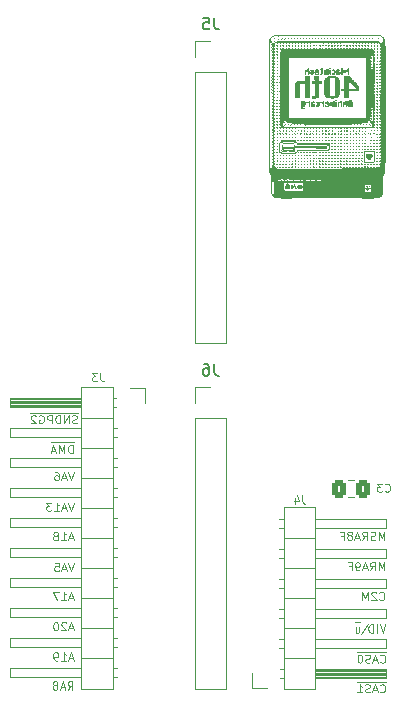
<source format=gbo>
G04 #@! TF.GenerationSoftware,KiCad,Pcbnew,8.0.5*
G04 #@! TF.CreationDate,2025-01-09T14:40:57-04:00*
G04 #@! TF.ProjectId,RAMAUXB_V2,52414d41-5558-4425-9f56-322e6b696361,rev?*
G04 #@! TF.SameCoordinates,Original*
G04 #@! TF.FileFunction,Legend,Bot*
G04 #@! TF.FilePolarity,Positive*
%FSLAX46Y46*%
G04 Gerber Fmt 4.6, Leading zero omitted, Abs format (unit mm)*
G04 Created by KiCad (PCBNEW 8.0.5) date 2025-01-09 14:40:57*
%MOMM*%
%LPD*%
G01*
G04 APERTURE LIST*
G04 Aperture macros list*
%AMRoundRect*
0 Rectangle with rounded corners*
0 $1 Rounding radius*
0 $2 $3 $4 $5 $6 $7 $8 $9 X,Y pos of 4 corners*
0 Add a 4 corners polygon primitive as box body*
4,1,4,$2,$3,$4,$5,$6,$7,$8,$9,$2,$3,0*
0 Add four circle primitives for the rounded corners*
1,1,$1+$1,$2,$3*
1,1,$1+$1,$4,$5*
1,1,$1+$1,$6,$7*
1,1,$1+$1,$8,$9*
0 Add four rect primitives between the rounded corners*
20,1,$1+$1,$2,$3,$4,$5,0*
20,1,$1+$1,$4,$5,$6,$7,0*
20,1,$1+$1,$6,$7,$8,$9,0*
20,1,$1+$1,$8,$9,$2,$3,0*%
G04 Aperture macros list end*
%ADD10C,0.100000*%
%ADD11C,0.120000*%
%ADD12C,0.150000*%
%ADD13C,0.000000*%
%ADD14R,1.700000X1.700000*%
%ADD15O,1.700000X1.700000*%
%ADD16RoundRect,0.250000X-0.337500X-0.475000X0.337500X-0.475000X0.337500X0.475000X-0.337500X0.475000X0*%
G04 APERTURE END LIST*
D10*
X82924210Y-142469133D02*
X82590877Y-142469133D01*
X82990877Y-142669133D02*
X82757544Y-141969133D01*
X82757544Y-141969133D02*
X82524210Y-142669133D01*
X81924210Y-142669133D02*
X82324210Y-142669133D01*
X82124210Y-142669133D02*
X82124210Y-141969133D01*
X82124210Y-141969133D02*
X82190877Y-142069133D01*
X82190877Y-142069133D02*
X82257544Y-142135800D01*
X82257544Y-142135800D02*
X82324210Y-142169133D01*
X81590877Y-142669133D02*
X81457543Y-142669133D01*
X81457543Y-142669133D02*
X81390877Y-142635800D01*
X81390877Y-142635800D02*
X81357543Y-142602466D01*
X81357543Y-142602466D02*
X81290877Y-142502466D01*
X81290877Y-142502466D02*
X81257543Y-142369133D01*
X81257543Y-142369133D02*
X81257543Y-142102466D01*
X81257543Y-142102466D02*
X81290877Y-142035800D01*
X81290877Y-142035800D02*
X81324210Y-142002466D01*
X81324210Y-142002466D02*
X81390877Y-141969133D01*
X81390877Y-141969133D02*
X81524210Y-141969133D01*
X81524210Y-141969133D02*
X81590877Y-142002466D01*
X81590877Y-142002466D02*
X81624210Y-142035800D01*
X81624210Y-142035800D02*
X81657543Y-142102466D01*
X81657543Y-142102466D02*
X81657543Y-142269133D01*
X81657543Y-142269133D02*
X81624210Y-142335800D01*
X81624210Y-142335800D02*
X81590877Y-142369133D01*
X81590877Y-142369133D02*
X81524210Y-142402466D01*
X81524210Y-142402466D02*
X81390877Y-142402466D01*
X81390877Y-142402466D02*
X81324210Y-142369133D01*
X81324210Y-142369133D02*
X81290877Y-142335800D01*
X81290877Y-142335800D02*
X81257543Y-142269133D01*
X82890877Y-125089133D02*
X82890877Y-124389133D01*
X82890877Y-124389133D02*
X82724210Y-124389133D01*
X82724210Y-124389133D02*
X82624210Y-124422466D01*
X82624210Y-124422466D02*
X82557544Y-124489133D01*
X82557544Y-124489133D02*
X82524210Y-124555800D01*
X82524210Y-124555800D02*
X82490877Y-124689133D01*
X82490877Y-124689133D02*
X82490877Y-124789133D01*
X82490877Y-124789133D02*
X82524210Y-124922466D01*
X82524210Y-124922466D02*
X82557544Y-124989133D01*
X82557544Y-124989133D02*
X82624210Y-125055800D01*
X82624210Y-125055800D02*
X82724210Y-125089133D01*
X82724210Y-125089133D02*
X82890877Y-125089133D01*
X82190877Y-125089133D02*
X82190877Y-124389133D01*
X82190877Y-124389133D02*
X81957544Y-124889133D01*
X81957544Y-124889133D02*
X81724210Y-124389133D01*
X81724210Y-124389133D02*
X81724210Y-125089133D01*
X81424210Y-124889133D02*
X81090877Y-124889133D01*
X81490877Y-125089133D02*
X81257544Y-124389133D01*
X81257544Y-124389133D02*
X81024210Y-125089133D01*
X82987544Y-124194800D02*
X81027544Y-124194800D01*
X108917544Y-145302466D02*
X108950877Y-145335800D01*
X108950877Y-145335800D02*
X109050877Y-145369133D01*
X109050877Y-145369133D02*
X109117544Y-145369133D01*
X109117544Y-145369133D02*
X109217544Y-145335800D01*
X109217544Y-145335800D02*
X109284211Y-145269133D01*
X109284211Y-145269133D02*
X109317544Y-145202466D01*
X109317544Y-145202466D02*
X109350877Y-145069133D01*
X109350877Y-145069133D02*
X109350877Y-144969133D01*
X109350877Y-144969133D02*
X109317544Y-144835800D01*
X109317544Y-144835800D02*
X109284211Y-144769133D01*
X109284211Y-144769133D02*
X109217544Y-144702466D01*
X109217544Y-144702466D02*
X109117544Y-144669133D01*
X109117544Y-144669133D02*
X109050877Y-144669133D01*
X109050877Y-144669133D02*
X108950877Y-144702466D01*
X108950877Y-144702466D02*
X108917544Y-144735800D01*
X108650877Y-145169133D02*
X108317544Y-145169133D01*
X108717544Y-145369133D02*
X108484211Y-144669133D01*
X108484211Y-144669133D02*
X108250877Y-145369133D01*
X108050877Y-145335800D02*
X107950877Y-145369133D01*
X107950877Y-145369133D02*
X107784211Y-145369133D01*
X107784211Y-145369133D02*
X107717544Y-145335800D01*
X107717544Y-145335800D02*
X107684211Y-145302466D01*
X107684211Y-145302466D02*
X107650877Y-145235800D01*
X107650877Y-145235800D02*
X107650877Y-145169133D01*
X107650877Y-145169133D02*
X107684211Y-145102466D01*
X107684211Y-145102466D02*
X107717544Y-145069133D01*
X107717544Y-145069133D02*
X107784211Y-145035800D01*
X107784211Y-145035800D02*
X107917544Y-145002466D01*
X107917544Y-145002466D02*
X107984211Y-144969133D01*
X107984211Y-144969133D02*
X108017544Y-144935800D01*
X108017544Y-144935800D02*
X108050877Y-144869133D01*
X108050877Y-144869133D02*
X108050877Y-144802466D01*
X108050877Y-144802466D02*
X108017544Y-144735800D01*
X108017544Y-144735800D02*
X107984211Y-144702466D01*
X107984211Y-144702466D02*
X107917544Y-144669133D01*
X107917544Y-144669133D02*
X107750877Y-144669133D01*
X107750877Y-144669133D02*
X107650877Y-144702466D01*
X106984210Y-145369133D02*
X107384210Y-145369133D01*
X107184210Y-145369133D02*
X107184210Y-144669133D01*
X107184210Y-144669133D02*
X107250877Y-144769133D01*
X107250877Y-144769133D02*
X107317544Y-144835800D01*
X107317544Y-144835800D02*
X107384210Y-144869133D01*
X109414211Y-144474800D02*
X106920877Y-144474800D01*
X109278020Y-132449133D02*
X109278020Y-131749133D01*
X109278020Y-131749133D02*
X109044687Y-132249133D01*
X109044687Y-132249133D02*
X108811353Y-131749133D01*
X108811353Y-131749133D02*
X108811353Y-132449133D01*
X108511353Y-132415800D02*
X108411353Y-132449133D01*
X108411353Y-132449133D02*
X108244687Y-132449133D01*
X108244687Y-132449133D02*
X108178020Y-132415800D01*
X108178020Y-132415800D02*
X108144687Y-132382466D01*
X108144687Y-132382466D02*
X108111353Y-132315800D01*
X108111353Y-132315800D02*
X108111353Y-132249133D01*
X108111353Y-132249133D02*
X108144687Y-132182466D01*
X108144687Y-132182466D02*
X108178020Y-132149133D01*
X108178020Y-132149133D02*
X108244687Y-132115800D01*
X108244687Y-132115800D02*
X108378020Y-132082466D01*
X108378020Y-132082466D02*
X108444687Y-132049133D01*
X108444687Y-132049133D02*
X108478020Y-132015800D01*
X108478020Y-132015800D02*
X108511353Y-131949133D01*
X108511353Y-131949133D02*
X108511353Y-131882466D01*
X108511353Y-131882466D02*
X108478020Y-131815800D01*
X108478020Y-131815800D02*
X108444687Y-131782466D01*
X108444687Y-131782466D02*
X108378020Y-131749133D01*
X108378020Y-131749133D02*
X108211353Y-131749133D01*
X108211353Y-131749133D02*
X108111353Y-131782466D01*
X107411353Y-132449133D02*
X107644686Y-132115800D01*
X107811353Y-132449133D02*
X107811353Y-131749133D01*
X107811353Y-131749133D02*
X107544686Y-131749133D01*
X107544686Y-131749133D02*
X107478020Y-131782466D01*
X107478020Y-131782466D02*
X107444686Y-131815800D01*
X107444686Y-131815800D02*
X107411353Y-131882466D01*
X107411353Y-131882466D02*
X107411353Y-131982466D01*
X107411353Y-131982466D02*
X107444686Y-132049133D01*
X107444686Y-132049133D02*
X107478020Y-132082466D01*
X107478020Y-132082466D02*
X107544686Y-132115800D01*
X107544686Y-132115800D02*
X107811353Y-132115800D01*
X107144686Y-132249133D02*
X106811353Y-132249133D01*
X107211353Y-132449133D02*
X106978020Y-131749133D01*
X106978020Y-131749133D02*
X106744686Y-132449133D01*
X106411353Y-132049133D02*
X106478020Y-132015800D01*
X106478020Y-132015800D02*
X106511353Y-131982466D01*
X106511353Y-131982466D02*
X106544686Y-131915800D01*
X106544686Y-131915800D02*
X106544686Y-131882466D01*
X106544686Y-131882466D02*
X106511353Y-131815800D01*
X106511353Y-131815800D02*
X106478020Y-131782466D01*
X106478020Y-131782466D02*
X106411353Y-131749133D01*
X106411353Y-131749133D02*
X106278020Y-131749133D01*
X106278020Y-131749133D02*
X106211353Y-131782466D01*
X106211353Y-131782466D02*
X106178020Y-131815800D01*
X106178020Y-131815800D02*
X106144686Y-131882466D01*
X106144686Y-131882466D02*
X106144686Y-131915800D01*
X106144686Y-131915800D02*
X106178020Y-131982466D01*
X106178020Y-131982466D02*
X106211353Y-132015800D01*
X106211353Y-132015800D02*
X106278020Y-132049133D01*
X106278020Y-132049133D02*
X106411353Y-132049133D01*
X106411353Y-132049133D02*
X106478020Y-132082466D01*
X106478020Y-132082466D02*
X106511353Y-132115800D01*
X106511353Y-132115800D02*
X106544686Y-132182466D01*
X106544686Y-132182466D02*
X106544686Y-132315800D01*
X106544686Y-132315800D02*
X106511353Y-132382466D01*
X106511353Y-132382466D02*
X106478020Y-132415800D01*
X106478020Y-132415800D02*
X106411353Y-132449133D01*
X106411353Y-132449133D02*
X106278020Y-132449133D01*
X106278020Y-132449133D02*
X106211353Y-132415800D01*
X106211353Y-132415800D02*
X106178020Y-132382466D01*
X106178020Y-132382466D02*
X106144686Y-132315800D01*
X106144686Y-132315800D02*
X106144686Y-132182466D01*
X106144686Y-132182466D02*
X106178020Y-132115800D01*
X106178020Y-132115800D02*
X106211353Y-132082466D01*
X106211353Y-132082466D02*
X106278020Y-132049133D01*
X105611353Y-132082466D02*
X105844686Y-132082466D01*
X105844686Y-132449133D02*
X105844686Y-131749133D01*
X105844686Y-131749133D02*
X105511353Y-131749133D01*
X83254210Y-122555800D02*
X83154210Y-122589133D01*
X83154210Y-122589133D02*
X82987544Y-122589133D01*
X82987544Y-122589133D02*
X82920877Y-122555800D01*
X82920877Y-122555800D02*
X82887544Y-122522466D01*
X82887544Y-122522466D02*
X82854210Y-122455800D01*
X82854210Y-122455800D02*
X82854210Y-122389133D01*
X82854210Y-122389133D02*
X82887544Y-122322466D01*
X82887544Y-122322466D02*
X82920877Y-122289133D01*
X82920877Y-122289133D02*
X82987544Y-122255800D01*
X82987544Y-122255800D02*
X83120877Y-122222466D01*
X83120877Y-122222466D02*
X83187544Y-122189133D01*
X83187544Y-122189133D02*
X83220877Y-122155800D01*
X83220877Y-122155800D02*
X83254210Y-122089133D01*
X83254210Y-122089133D02*
X83254210Y-122022466D01*
X83254210Y-122022466D02*
X83220877Y-121955800D01*
X83220877Y-121955800D02*
X83187544Y-121922466D01*
X83187544Y-121922466D02*
X83120877Y-121889133D01*
X83120877Y-121889133D02*
X82954210Y-121889133D01*
X82954210Y-121889133D02*
X82854210Y-121922466D01*
X82554210Y-122589133D02*
X82554210Y-121889133D01*
X82554210Y-121889133D02*
X82154210Y-122589133D01*
X82154210Y-122589133D02*
X82154210Y-121889133D01*
X81820877Y-122589133D02*
X81820877Y-121889133D01*
X81820877Y-121889133D02*
X81654210Y-121889133D01*
X81654210Y-121889133D02*
X81554210Y-121922466D01*
X81554210Y-121922466D02*
X81487544Y-121989133D01*
X81487544Y-121989133D02*
X81454210Y-122055800D01*
X81454210Y-122055800D02*
X81420877Y-122189133D01*
X81420877Y-122189133D02*
X81420877Y-122289133D01*
X81420877Y-122289133D02*
X81454210Y-122422466D01*
X81454210Y-122422466D02*
X81487544Y-122489133D01*
X81487544Y-122489133D02*
X81554210Y-122555800D01*
X81554210Y-122555800D02*
X81654210Y-122589133D01*
X81654210Y-122589133D02*
X81820877Y-122589133D01*
X81120877Y-122589133D02*
X81120877Y-121889133D01*
X81120877Y-121889133D02*
X80854210Y-121889133D01*
X80854210Y-121889133D02*
X80787544Y-121922466D01*
X80787544Y-121922466D02*
X80754210Y-121955800D01*
X80754210Y-121955800D02*
X80720877Y-122022466D01*
X80720877Y-122022466D02*
X80720877Y-122122466D01*
X80720877Y-122122466D02*
X80754210Y-122189133D01*
X80754210Y-122189133D02*
X80787544Y-122222466D01*
X80787544Y-122222466D02*
X80854210Y-122255800D01*
X80854210Y-122255800D02*
X81120877Y-122255800D01*
X80054210Y-121922466D02*
X80120877Y-121889133D01*
X80120877Y-121889133D02*
X80220877Y-121889133D01*
X80220877Y-121889133D02*
X80320877Y-121922466D01*
X80320877Y-121922466D02*
X80387544Y-121989133D01*
X80387544Y-121989133D02*
X80420877Y-122055800D01*
X80420877Y-122055800D02*
X80454210Y-122189133D01*
X80454210Y-122189133D02*
X80454210Y-122289133D01*
X80454210Y-122289133D02*
X80420877Y-122422466D01*
X80420877Y-122422466D02*
X80387544Y-122489133D01*
X80387544Y-122489133D02*
X80320877Y-122555800D01*
X80320877Y-122555800D02*
X80220877Y-122589133D01*
X80220877Y-122589133D02*
X80154210Y-122589133D01*
X80154210Y-122589133D02*
X80054210Y-122555800D01*
X80054210Y-122555800D02*
X80020877Y-122522466D01*
X80020877Y-122522466D02*
X80020877Y-122289133D01*
X80020877Y-122289133D02*
X80154210Y-122289133D01*
X79754210Y-121955800D02*
X79720877Y-121922466D01*
X79720877Y-121922466D02*
X79654210Y-121889133D01*
X79654210Y-121889133D02*
X79487544Y-121889133D01*
X79487544Y-121889133D02*
X79420877Y-121922466D01*
X79420877Y-121922466D02*
X79387544Y-121955800D01*
X79387544Y-121955800D02*
X79354210Y-122022466D01*
X79354210Y-122022466D02*
X79354210Y-122089133D01*
X79354210Y-122089133D02*
X79387544Y-122189133D01*
X79387544Y-122189133D02*
X79787544Y-122589133D01*
X79787544Y-122589133D02*
X79354210Y-122589133D01*
X83317544Y-121694800D02*
X79290877Y-121694800D01*
X82924210Y-139909133D02*
X82590877Y-139909133D01*
X82990877Y-140109133D02*
X82757544Y-139409133D01*
X82757544Y-139409133D02*
X82524210Y-140109133D01*
X82324210Y-139475800D02*
X82290877Y-139442466D01*
X82290877Y-139442466D02*
X82224210Y-139409133D01*
X82224210Y-139409133D02*
X82057544Y-139409133D01*
X82057544Y-139409133D02*
X81990877Y-139442466D01*
X81990877Y-139442466D02*
X81957544Y-139475800D01*
X81957544Y-139475800D02*
X81924210Y-139542466D01*
X81924210Y-139542466D02*
X81924210Y-139609133D01*
X81924210Y-139609133D02*
X81957544Y-139709133D01*
X81957544Y-139709133D02*
X82357544Y-140109133D01*
X82357544Y-140109133D02*
X81924210Y-140109133D01*
X81490877Y-139409133D02*
X81424210Y-139409133D01*
X81424210Y-139409133D02*
X81357543Y-139442466D01*
X81357543Y-139442466D02*
X81324210Y-139475800D01*
X81324210Y-139475800D02*
X81290877Y-139542466D01*
X81290877Y-139542466D02*
X81257543Y-139675800D01*
X81257543Y-139675800D02*
X81257543Y-139842466D01*
X81257543Y-139842466D02*
X81290877Y-139975800D01*
X81290877Y-139975800D02*
X81324210Y-140042466D01*
X81324210Y-140042466D02*
X81357543Y-140075800D01*
X81357543Y-140075800D02*
X81424210Y-140109133D01*
X81424210Y-140109133D02*
X81490877Y-140109133D01*
X81490877Y-140109133D02*
X81557543Y-140075800D01*
X81557543Y-140075800D02*
X81590877Y-140042466D01*
X81590877Y-140042466D02*
X81624210Y-139975800D01*
X81624210Y-139975800D02*
X81657543Y-139842466D01*
X81657543Y-139842466D02*
X81657543Y-139675800D01*
X81657543Y-139675800D02*
X81624210Y-139542466D01*
X81624210Y-139542466D02*
X81590877Y-139475800D01*
X81590877Y-139475800D02*
X81557543Y-139442466D01*
X81557543Y-139442466D02*
X81490877Y-139409133D01*
X82924210Y-137369133D02*
X82590877Y-137369133D01*
X82990877Y-137569133D02*
X82757544Y-136869133D01*
X82757544Y-136869133D02*
X82524210Y-137569133D01*
X81924210Y-137569133D02*
X82324210Y-137569133D01*
X82124210Y-137569133D02*
X82124210Y-136869133D01*
X82124210Y-136869133D02*
X82190877Y-136969133D01*
X82190877Y-136969133D02*
X82257544Y-137035800D01*
X82257544Y-137035800D02*
X82324210Y-137069133D01*
X81690877Y-136869133D02*
X81224210Y-136869133D01*
X81224210Y-136869133D02*
X81524210Y-137569133D01*
X108848020Y-137483576D02*
X108881353Y-137516910D01*
X108881353Y-137516910D02*
X108981353Y-137550243D01*
X108981353Y-137550243D02*
X109048020Y-137550243D01*
X109048020Y-137550243D02*
X109148020Y-137516910D01*
X109148020Y-137516910D02*
X109214687Y-137450243D01*
X109214687Y-137450243D02*
X109248020Y-137383576D01*
X109248020Y-137383576D02*
X109281353Y-137250243D01*
X109281353Y-137250243D02*
X109281353Y-137150243D01*
X109281353Y-137150243D02*
X109248020Y-137016910D01*
X109248020Y-137016910D02*
X109214687Y-136950243D01*
X109214687Y-136950243D02*
X109148020Y-136883576D01*
X109148020Y-136883576D02*
X109048020Y-136850243D01*
X109048020Y-136850243D02*
X108981353Y-136850243D01*
X108981353Y-136850243D02*
X108881353Y-136883576D01*
X108881353Y-136883576D02*
X108848020Y-136916910D01*
X108581353Y-136916910D02*
X108548020Y-136883576D01*
X108548020Y-136883576D02*
X108481353Y-136850243D01*
X108481353Y-136850243D02*
X108314687Y-136850243D01*
X108314687Y-136850243D02*
X108248020Y-136883576D01*
X108248020Y-136883576D02*
X108214687Y-136916910D01*
X108214687Y-136916910D02*
X108181353Y-136983576D01*
X108181353Y-136983576D02*
X108181353Y-137050243D01*
X108181353Y-137050243D02*
X108214687Y-137150243D01*
X108214687Y-137150243D02*
X108614687Y-137550243D01*
X108614687Y-137550243D02*
X108181353Y-137550243D01*
X107881353Y-137550243D02*
X107881353Y-136850243D01*
X107881353Y-136850243D02*
X107648020Y-137350243D01*
X107648020Y-137350243D02*
X107414686Y-136850243D01*
X107414686Y-136850243D02*
X107414686Y-137550243D01*
X108937544Y-142792466D02*
X108970877Y-142825800D01*
X108970877Y-142825800D02*
X109070877Y-142859133D01*
X109070877Y-142859133D02*
X109137544Y-142859133D01*
X109137544Y-142859133D02*
X109237544Y-142825800D01*
X109237544Y-142825800D02*
X109304211Y-142759133D01*
X109304211Y-142759133D02*
X109337544Y-142692466D01*
X109337544Y-142692466D02*
X109370877Y-142559133D01*
X109370877Y-142559133D02*
X109370877Y-142459133D01*
X109370877Y-142459133D02*
X109337544Y-142325800D01*
X109337544Y-142325800D02*
X109304211Y-142259133D01*
X109304211Y-142259133D02*
X109237544Y-142192466D01*
X109237544Y-142192466D02*
X109137544Y-142159133D01*
X109137544Y-142159133D02*
X109070877Y-142159133D01*
X109070877Y-142159133D02*
X108970877Y-142192466D01*
X108970877Y-142192466D02*
X108937544Y-142225800D01*
X108670877Y-142659133D02*
X108337544Y-142659133D01*
X108737544Y-142859133D02*
X108504211Y-142159133D01*
X108504211Y-142159133D02*
X108270877Y-142859133D01*
X108070877Y-142825800D02*
X107970877Y-142859133D01*
X107970877Y-142859133D02*
X107804211Y-142859133D01*
X107804211Y-142859133D02*
X107737544Y-142825800D01*
X107737544Y-142825800D02*
X107704211Y-142792466D01*
X107704211Y-142792466D02*
X107670877Y-142725800D01*
X107670877Y-142725800D02*
X107670877Y-142659133D01*
X107670877Y-142659133D02*
X107704211Y-142592466D01*
X107704211Y-142592466D02*
X107737544Y-142559133D01*
X107737544Y-142559133D02*
X107804211Y-142525800D01*
X107804211Y-142525800D02*
X107937544Y-142492466D01*
X107937544Y-142492466D02*
X108004211Y-142459133D01*
X108004211Y-142459133D02*
X108037544Y-142425800D01*
X108037544Y-142425800D02*
X108070877Y-142359133D01*
X108070877Y-142359133D02*
X108070877Y-142292466D01*
X108070877Y-142292466D02*
X108037544Y-142225800D01*
X108037544Y-142225800D02*
X108004211Y-142192466D01*
X108004211Y-142192466D02*
X107937544Y-142159133D01*
X107937544Y-142159133D02*
X107770877Y-142159133D01*
X107770877Y-142159133D02*
X107670877Y-142192466D01*
X107237544Y-142159133D02*
X107170877Y-142159133D01*
X107170877Y-142159133D02*
X107104210Y-142192466D01*
X107104210Y-142192466D02*
X107070877Y-142225800D01*
X107070877Y-142225800D02*
X107037544Y-142292466D01*
X107037544Y-142292466D02*
X107004210Y-142425800D01*
X107004210Y-142425800D02*
X107004210Y-142592466D01*
X107004210Y-142592466D02*
X107037544Y-142725800D01*
X107037544Y-142725800D02*
X107070877Y-142792466D01*
X107070877Y-142792466D02*
X107104210Y-142825800D01*
X107104210Y-142825800D02*
X107170877Y-142859133D01*
X107170877Y-142859133D02*
X107237544Y-142859133D01*
X107237544Y-142859133D02*
X107304210Y-142825800D01*
X107304210Y-142825800D02*
X107337544Y-142792466D01*
X107337544Y-142792466D02*
X107370877Y-142725800D01*
X107370877Y-142725800D02*
X107404210Y-142592466D01*
X107404210Y-142592466D02*
X107404210Y-142425800D01*
X107404210Y-142425800D02*
X107370877Y-142292466D01*
X107370877Y-142292466D02*
X107337544Y-142225800D01*
X107337544Y-142225800D02*
X107304210Y-142192466D01*
X107304210Y-142192466D02*
X107237544Y-142159133D01*
X109434211Y-141964800D02*
X106940877Y-141964800D01*
X109268020Y-135029688D02*
X109268020Y-134329688D01*
X109268020Y-134329688D02*
X109034687Y-134829688D01*
X109034687Y-134829688D02*
X108801353Y-134329688D01*
X108801353Y-134329688D02*
X108801353Y-135029688D01*
X108068020Y-135029688D02*
X108301353Y-134696355D01*
X108468020Y-135029688D02*
X108468020Y-134329688D01*
X108468020Y-134329688D02*
X108201353Y-134329688D01*
X108201353Y-134329688D02*
X108134687Y-134363021D01*
X108134687Y-134363021D02*
X108101353Y-134396355D01*
X108101353Y-134396355D02*
X108068020Y-134463021D01*
X108068020Y-134463021D02*
X108068020Y-134563021D01*
X108068020Y-134563021D02*
X108101353Y-134629688D01*
X108101353Y-134629688D02*
X108134687Y-134663021D01*
X108134687Y-134663021D02*
X108201353Y-134696355D01*
X108201353Y-134696355D02*
X108468020Y-134696355D01*
X107801353Y-134829688D02*
X107468020Y-134829688D01*
X107868020Y-135029688D02*
X107634687Y-134329688D01*
X107634687Y-134329688D02*
X107401353Y-135029688D01*
X107134687Y-135029688D02*
X107001353Y-135029688D01*
X107001353Y-135029688D02*
X106934687Y-134996355D01*
X106934687Y-134996355D02*
X106901353Y-134963021D01*
X106901353Y-134963021D02*
X106834687Y-134863021D01*
X106834687Y-134863021D02*
X106801353Y-134729688D01*
X106801353Y-134729688D02*
X106801353Y-134463021D01*
X106801353Y-134463021D02*
X106834687Y-134396355D01*
X106834687Y-134396355D02*
X106868020Y-134363021D01*
X106868020Y-134363021D02*
X106934687Y-134329688D01*
X106934687Y-134329688D02*
X107068020Y-134329688D01*
X107068020Y-134329688D02*
X107134687Y-134363021D01*
X107134687Y-134363021D02*
X107168020Y-134396355D01*
X107168020Y-134396355D02*
X107201353Y-134463021D01*
X107201353Y-134463021D02*
X107201353Y-134629688D01*
X107201353Y-134629688D02*
X107168020Y-134696355D01*
X107168020Y-134696355D02*
X107134687Y-134729688D01*
X107134687Y-134729688D02*
X107068020Y-134763021D01*
X107068020Y-134763021D02*
X106934687Y-134763021D01*
X106934687Y-134763021D02*
X106868020Y-134729688D01*
X106868020Y-134729688D02*
X106834687Y-134696355D01*
X106834687Y-134696355D02*
X106801353Y-134629688D01*
X106268020Y-134663021D02*
X106501353Y-134663021D01*
X106501353Y-135029688D02*
X106501353Y-134329688D01*
X106501353Y-134329688D02*
X106168020Y-134329688D01*
X82990877Y-134389133D02*
X82757544Y-135089133D01*
X82757544Y-135089133D02*
X82524210Y-134389133D01*
X82324210Y-134889133D02*
X81990877Y-134889133D01*
X82390877Y-135089133D02*
X82157544Y-134389133D01*
X82157544Y-134389133D02*
X81924210Y-135089133D01*
X81357544Y-134389133D02*
X81690877Y-134389133D01*
X81690877Y-134389133D02*
X81724210Y-134722466D01*
X81724210Y-134722466D02*
X81690877Y-134689133D01*
X81690877Y-134689133D02*
X81624210Y-134655800D01*
X81624210Y-134655800D02*
X81457544Y-134655800D01*
X81457544Y-134655800D02*
X81390877Y-134689133D01*
X81390877Y-134689133D02*
X81357544Y-134722466D01*
X81357544Y-134722466D02*
X81324210Y-134789133D01*
X81324210Y-134789133D02*
X81324210Y-134955800D01*
X81324210Y-134955800D02*
X81357544Y-135022466D01*
X81357544Y-135022466D02*
X81390877Y-135055800D01*
X81390877Y-135055800D02*
X81457544Y-135089133D01*
X81457544Y-135089133D02*
X81624210Y-135089133D01*
X81624210Y-135089133D02*
X81690877Y-135055800D01*
X81690877Y-135055800D02*
X81724210Y-135022466D01*
X109358020Y-139609133D02*
X109124687Y-140309133D01*
X109124687Y-140309133D02*
X108891353Y-139609133D01*
X108658020Y-140309133D02*
X108658020Y-139609133D01*
X108324687Y-140309133D02*
X108324687Y-139609133D01*
X108324687Y-139609133D02*
X108158020Y-139609133D01*
X108158020Y-139609133D02*
X108058020Y-139642466D01*
X108058020Y-139642466D02*
X107991354Y-139709133D01*
X107991354Y-139709133D02*
X107958020Y-139775800D01*
X107958020Y-139775800D02*
X107924687Y-139909133D01*
X107924687Y-139909133D02*
X107924687Y-140009133D01*
X107924687Y-140009133D02*
X107958020Y-140142466D01*
X107958020Y-140142466D02*
X107991354Y-140209133D01*
X107991354Y-140209133D02*
X108058020Y-140275800D01*
X108058020Y-140275800D02*
X108158020Y-140309133D01*
X108158020Y-140309133D02*
X108324687Y-140309133D01*
X107858020Y-139542466D02*
X107258020Y-140442466D01*
X106858020Y-139842466D02*
X106858020Y-140309133D01*
X107158020Y-139842466D02*
X107158020Y-140209133D01*
X107158020Y-140209133D02*
X107124687Y-140275800D01*
X107124687Y-140275800D02*
X107058020Y-140309133D01*
X107058020Y-140309133D02*
X106958020Y-140309133D01*
X106958020Y-140309133D02*
X106891353Y-140275800D01*
X106891353Y-140275800D02*
X106858020Y-140242466D01*
X107254687Y-139414800D02*
X106761354Y-139414800D01*
X82467544Y-145129133D02*
X82700877Y-144795800D01*
X82867544Y-145129133D02*
X82867544Y-144429133D01*
X82867544Y-144429133D02*
X82600877Y-144429133D01*
X82600877Y-144429133D02*
X82534211Y-144462466D01*
X82534211Y-144462466D02*
X82500877Y-144495800D01*
X82500877Y-144495800D02*
X82467544Y-144562466D01*
X82467544Y-144562466D02*
X82467544Y-144662466D01*
X82467544Y-144662466D02*
X82500877Y-144729133D01*
X82500877Y-144729133D02*
X82534211Y-144762466D01*
X82534211Y-144762466D02*
X82600877Y-144795800D01*
X82600877Y-144795800D02*
X82867544Y-144795800D01*
X82200877Y-144929133D02*
X81867544Y-144929133D01*
X82267544Y-145129133D02*
X82034211Y-144429133D01*
X82034211Y-144429133D02*
X81800877Y-145129133D01*
X81467544Y-144729133D02*
X81534211Y-144695800D01*
X81534211Y-144695800D02*
X81567544Y-144662466D01*
X81567544Y-144662466D02*
X81600877Y-144595800D01*
X81600877Y-144595800D02*
X81600877Y-144562466D01*
X81600877Y-144562466D02*
X81567544Y-144495800D01*
X81567544Y-144495800D02*
X81534211Y-144462466D01*
X81534211Y-144462466D02*
X81467544Y-144429133D01*
X81467544Y-144429133D02*
X81334211Y-144429133D01*
X81334211Y-144429133D02*
X81267544Y-144462466D01*
X81267544Y-144462466D02*
X81234211Y-144495800D01*
X81234211Y-144495800D02*
X81200877Y-144562466D01*
X81200877Y-144562466D02*
X81200877Y-144595800D01*
X81200877Y-144595800D02*
X81234211Y-144662466D01*
X81234211Y-144662466D02*
X81267544Y-144695800D01*
X81267544Y-144695800D02*
X81334211Y-144729133D01*
X81334211Y-144729133D02*
X81467544Y-144729133D01*
X81467544Y-144729133D02*
X81534211Y-144762466D01*
X81534211Y-144762466D02*
X81567544Y-144795800D01*
X81567544Y-144795800D02*
X81600877Y-144862466D01*
X81600877Y-144862466D02*
X81600877Y-144995800D01*
X81600877Y-144995800D02*
X81567544Y-145062466D01*
X81567544Y-145062466D02*
X81534211Y-145095800D01*
X81534211Y-145095800D02*
X81467544Y-145129133D01*
X81467544Y-145129133D02*
X81334211Y-145129133D01*
X81334211Y-145129133D02*
X81267544Y-145095800D01*
X81267544Y-145095800D02*
X81234211Y-145062466D01*
X81234211Y-145062466D02*
X81200877Y-144995800D01*
X81200877Y-144995800D02*
X81200877Y-144862466D01*
X81200877Y-144862466D02*
X81234211Y-144795800D01*
X81234211Y-144795800D02*
X81267544Y-144762466D01*
X81267544Y-144762466D02*
X81334211Y-144729133D01*
X82990877Y-126699133D02*
X82757544Y-127399133D01*
X82757544Y-127399133D02*
X82524210Y-126699133D01*
X82324210Y-127199133D02*
X81990877Y-127199133D01*
X82390877Y-127399133D02*
X82157544Y-126699133D01*
X82157544Y-126699133D02*
X81924210Y-127399133D01*
X81390877Y-126699133D02*
X81524210Y-126699133D01*
X81524210Y-126699133D02*
X81590877Y-126732466D01*
X81590877Y-126732466D02*
X81624210Y-126765800D01*
X81624210Y-126765800D02*
X81690877Y-126865800D01*
X81690877Y-126865800D02*
X81724210Y-126999133D01*
X81724210Y-126999133D02*
X81724210Y-127265800D01*
X81724210Y-127265800D02*
X81690877Y-127332466D01*
X81690877Y-127332466D02*
X81657544Y-127365800D01*
X81657544Y-127365800D02*
X81590877Y-127399133D01*
X81590877Y-127399133D02*
X81457544Y-127399133D01*
X81457544Y-127399133D02*
X81390877Y-127365800D01*
X81390877Y-127365800D02*
X81357544Y-127332466D01*
X81357544Y-127332466D02*
X81324210Y-127265800D01*
X81324210Y-127265800D02*
X81324210Y-127099133D01*
X81324210Y-127099133D02*
X81357544Y-127032466D01*
X81357544Y-127032466D02*
X81390877Y-126999133D01*
X81390877Y-126999133D02*
X81457544Y-126965800D01*
X81457544Y-126965800D02*
X81590877Y-126965800D01*
X81590877Y-126965800D02*
X81657544Y-126999133D01*
X81657544Y-126999133D02*
X81690877Y-127032466D01*
X81690877Y-127032466D02*
X81724210Y-127099133D01*
X82990877Y-129289133D02*
X82757544Y-129989133D01*
X82757544Y-129989133D02*
X82524210Y-129289133D01*
X82324210Y-129789133D02*
X81990877Y-129789133D01*
X82390877Y-129989133D02*
X82157544Y-129289133D01*
X82157544Y-129289133D02*
X81924210Y-129989133D01*
X81324210Y-129989133D02*
X81724210Y-129989133D01*
X81524210Y-129989133D02*
X81524210Y-129289133D01*
X81524210Y-129289133D02*
X81590877Y-129389133D01*
X81590877Y-129389133D02*
X81657544Y-129455800D01*
X81657544Y-129455800D02*
X81724210Y-129489133D01*
X81090877Y-129289133D02*
X80657543Y-129289133D01*
X80657543Y-129289133D02*
X80890877Y-129555800D01*
X80890877Y-129555800D02*
X80790877Y-129555800D01*
X80790877Y-129555800D02*
X80724210Y-129589133D01*
X80724210Y-129589133D02*
X80690877Y-129622466D01*
X80690877Y-129622466D02*
X80657543Y-129689133D01*
X80657543Y-129689133D02*
X80657543Y-129855800D01*
X80657543Y-129855800D02*
X80690877Y-129922466D01*
X80690877Y-129922466D02*
X80724210Y-129955800D01*
X80724210Y-129955800D02*
X80790877Y-129989133D01*
X80790877Y-129989133D02*
X80990877Y-129989133D01*
X80990877Y-129989133D02*
X81057543Y-129955800D01*
X81057543Y-129955800D02*
X81090877Y-129922466D01*
X82924210Y-132289133D02*
X82590877Y-132289133D01*
X82990877Y-132489133D02*
X82757544Y-131789133D01*
X82757544Y-131789133D02*
X82524210Y-132489133D01*
X81924210Y-132489133D02*
X82324210Y-132489133D01*
X82124210Y-132489133D02*
X82124210Y-131789133D01*
X82124210Y-131789133D02*
X82190877Y-131889133D01*
X82190877Y-131889133D02*
X82257544Y-131955800D01*
X82257544Y-131955800D02*
X82324210Y-131989133D01*
X81524210Y-132089133D02*
X81590877Y-132055800D01*
X81590877Y-132055800D02*
X81624210Y-132022466D01*
X81624210Y-132022466D02*
X81657543Y-131955800D01*
X81657543Y-131955800D02*
X81657543Y-131922466D01*
X81657543Y-131922466D02*
X81624210Y-131855800D01*
X81624210Y-131855800D02*
X81590877Y-131822466D01*
X81590877Y-131822466D02*
X81524210Y-131789133D01*
X81524210Y-131789133D02*
X81390877Y-131789133D01*
X81390877Y-131789133D02*
X81324210Y-131822466D01*
X81324210Y-131822466D02*
X81290877Y-131855800D01*
X81290877Y-131855800D02*
X81257543Y-131922466D01*
X81257543Y-131922466D02*
X81257543Y-131955800D01*
X81257543Y-131955800D02*
X81290877Y-132022466D01*
X81290877Y-132022466D02*
X81324210Y-132055800D01*
X81324210Y-132055800D02*
X81390877Y-132089133D01*
X81390877Y-132089133D02*
X81524210Y-132089133D01*
X81524210Y-132089133D02*
X81590877Y-132122466D01*
X81590877Y-132122466D02*
X81624210Y-132155800D01*
X81624210Y-132155800D02*
X81657543Y-132222466D01*
X81657543Y-132222466D02*
X81657543Y-132355800D01*
X81657543Y-132355800D02*
X81624210Y-132422466D01*
X81624210Y-132422466D02*
X81590877Y-132455800D01*
X81590877Y-132455800D02*
X81524210Y-132489133D01*
X81524210Y-132489133D02*
X81390877Y-132489133D01*
X81390877Y-132489133D02*
X81324210Y-132455800D01*
X81324210Y-132455800D02*
X81290877Y-132422466D01*
X81290877Y-132422466D02*
X81257543Y-132355800D01*
X81257543Y-132355800D02*
X81257543Y-132222466D01*
X81257543Y-132222466D02*
X81290877Y-132155800D01*
X81290877Y-132155800D02*
X81324210Y-132122466D01*
X81324210Y-132122466D02*
X81390877Y-132089133D01*
D11*
X102323333Y-128682593D02*
X102323333Y-129182593D01*
X102323333Y-129182593D02*
X102356666Y-129282593D01*
X102356666Y-129282593D02*
X102423333Y-129349260D01*
X102423333Y-129349260D02*
X102523333Y-129382593D01*
X102523333Y-129382593D02*
X102590000Y-129382593D01*
X101690000Y-128915926D02*
X101690000Y-129382593D01*
X101856667Y-128649260D02*
X102023333Y-129149260D01*
X102023333Y-129149260D02*
X101590000Y-129149260D01*
D10*
X109326666Y-128311966D02*
X109359999Y-128345300D01*
X109359999Y-128345300D02*
X109459999Y-128378633D01*
X109459999Y-128378633D02*
X109526666Y-128378633D01*
X109526666Y-128378633D02*
X109626666Y-128345300D01*
X109626666Y-128345300D02*
X109693333Y-128278633D01*
X109693333Y-128278633D02*
X109726666Y-128211966D01*
X109726666Y-128211966D02*
X109759999Y-128078633D01*
X109759999Y-128078633D02*
X109759999Y-127978633D01*
X109759999Y-127978633D02*
X109726666Y-127845300D01*
X109726666Y-127845300D02*
X109693333Y-127778633D01*
X109693333Y-127778633D02*
X109626666Y-127711966D01*
X109626666Y-127711966D02*
X109526666Y-127678633D01*
X109526666Y-127678633D02*
X109459999Y-127678633D01*
X109459999Y-127678633D02*
X109359999Y-127711966D01*
X109359999Y-127711966D02*
X109326666Y-127745300D01*
X109093333Y-127678633D02*
X108659999Y-127678633D01*
X108659999Y-127678633D02*
X108893333Y-127945300D01*
X108893333Y-127945300D02*
X108793333Y-127945300D01*
X108793333Y-127945300D02*
X108726666Y-127978633D01*
X108726666Y-127978633D02*
X108693333Y-128011966D01*
X108693333Y-128011966D02*
X108659999Y-128078633D01*
X108659999Y-128078633D02*
X108659999Y-128245300D01*
X108659999Y-128245300D02*
X108693333Y-128311966D01*
X108693333Y-128311966D02*
X108726666Y-128345300D01*
X108726666Y-128345300D02*
X108793333Y-128378633D01*
X108793333Y-128378633D02*
X108993333Y-128378633D01*
X108993333Y-128378633D02*
X109059999Y-128345300D01*
X109059999Y-128345300D02*
X109093333Y-128311966D01*
D12*
X94883333Y-117534819D02*
X94883333Y-118249104D01*
X94883333Y-118249104D02*
X94930952Y-118391961D01*
X94930952Y-118391961D02*
X95026190Y-118487200D01*
X95026190Y-118487200D02*
X95169047Y-118534819D01*
X95169047Y-118534819D02*
X95264285Y-118534819D01*
X93978571Y-117534819D02*
X94169047Y-117534819D01*
X94169047Y-117534819D02*
X94264285Y-117582438D01*
X94264285Y-117582438D02*
X94311904Y-117630057D01*
X94311904Y-117630057D02*
X94407142Y-117772914D01*
X94407142Y-117772914D02*
X94454761Y-117963390D01*
X94454761Y-117963390D02*
X94454761Y-118344342D01*
X94454761Y-118344342D02*
X94407142Y-118439580D01*
X94407142Y-118439580D02*
X94359523Y-118487200D01*
X94359523Y-118487200D02*
X94264285Y-118534819D01*
X94264285Y-118534819D02*
X94073809Y-118534819D01*
X94073809Y-118534819D02*
X93978571Y-118487200D01*
X93978571Y-118487200D02*
X93930952Y-118439580D01*
X93930952Y-118439580D02*
X93883333Y-118344342D01*
X93883333Y-118344342D02*
X93883333Y-118106247D01*
X93883333Y-118106247D02*
X93930952Y-118011009D01*
X93930952Y-118011009D02*
X93978571Y-117963390D01*
X93978571Y-117963390D02*
X94073809Y-117915771D01*
X94073809Y-117915771D02*
X94264285Y-117915771D01*
X94264285Y-117915771D02*
X94359523Y-117963390D01*
X94359523Y-117963390D02*
X94407142Y-118011009D01*
X94407142Y-118011009D02*
X94454761Y-118106247D01*
D10*
X85238333Y-118333633D02*
X85238333Y-118833633D01*
X85238333Y-118833633D02*
X85271666Y-118933633D01*
X85271666Y-118933633D02*
X85338333Y-119000300D01*
X85338333Y-119000300D02*
X85438333Y-119033633D01*
X85438333Y-119033633D02*
X85505000Y-119033633D01*
X84971667Y-118333633D02*
X84538333Y-118333633D01*
X84538333Y-118333633D02*
X84771667Y-118600300D01*
X84771667Y-118600300D02*
X84671667Y-118600300D01*
X84671667Y-118600300D02*
X84605000Y-118633633D01*
X84605000Y-118633633D02*
X84571667Y-118666966D01*
X84571667Y-118666966D02*
X84538333Y-118733633D01*
X84538333Y-118733633D02*
X84538333Y-118900300D01*
X84538333Y-118900300D02*
X84571667Y-118966966D01*
X84571667Y-118966966D02*
X84605000Y-119000300D01*
X84605000Y-119000300D02*
X84671667Y-119033633D01*
X84671667Y-119033633D02*
X84871667Y-119033633D01*
X84871667Y-119033633D02*
X84938333Y-119000300D01*
X84938333Y-119000300D02*
X84971667Y-118966966D01*
D12*
X94883333Y-88234819D02*
X94883333Y-88949104D01*
X94883333Y-88949104D02*
X94930952Y-89091961D01*
X94930952Y-89091961D02*
X95026190Y-89187200D01*
X95026190Y-89187200D02*
X95169047Y-89234819D01*
X95169047Y-89234819D02*
X95264285Y-89234819D01*
X93930952Y-88234819D02*
X94407142Y-88234819D01*
X94407142Y-88234819D02*
X94454761Y-88711009D01*
X94454761Y-88711009D02*
X94407142Y-88663390D01*
X94407142Y-88663390D02*
X94311904Y-88615771D01*
X94311904Y-88615771D02*
X94073809Y-88615771D01*
X94073809Y-88615771D02*
X93978571Y-88663390D01*
X93978571Y-88663390D02*
X93930952Y-88711009D01*
X93930952Y-88711009D02*
X93883333Y-88806247D01*
X93883333Y-88806247D02*
X93883333Y-89044342D01*
X93883333Y-89044342D02*
X93930952Y-89139580D01*
X93930952Y-89139580D02*
X93978571Y-89187200D01*
X93978571Y-89187200D02*
X94073809Y-89234819D01*
X94073809Y-89234819D02*
X94311904Y-89234819D01*
X94311904Y-89234819D02*
X94407142Y-89187200D01*
X94407142Y-89187200D02*
X94454761Y-89139580D01*
D11*
G04 #@! TO.C,J4*
X98055000Y-144995000D02*
X98055000Y-143725000D01*
X99325000Y-144995000D02*
X98055000Y-144995000D01*
X100765000Y-129695000D02*
X100765000Y-145055000D01*
X100765000Y-130645000D02*
X100367929Y-130645000D01*
X100765000Y-131405000D02*
X100367929Y-131405000D01*
X100765000Y-133185000D02*
X100367929Y-133185000D01*
X100765000Y-133945000D02*
X100367929Y-133945000D01*
X100765000Y-135725000D02*
X100367929Y-135725000D01*
X100765000Y-136485000D02*
X100367929Y-136485000D01*
X100765000Y-138265000D02*
X100367929Y-138265000D01*
X100765000Y-139025000D02*
X100367929Y-139025000D01*
X100765000Y-140805000D02*
X100367929Y-140805000D01*
X100765000Y-141565000D02*
X100367929Y-141565000D01*
X100765000Y-143345000D02*
X100435000Y-143345000D01*
X100765000Y-144105000D02*
X100435000Y-144105000D01*
X100765000Y-145055000D02*
X103425000Y-145055000D01*
X103425000Y-129695000D02*
X100765000Y-129695000D01*
X103425000Y-130645000D02*
X109425000Y-130645000D01*
X103425000Y-132295000D02*
X100765000Y-132295000D01*
X103425000Y-133185000D02*
X109425000Y-133185000D01*
X103425000Y-134835000D02*
X100765000Y-134835000D01*
X103425000Y-135725000D02*
X109425000Y-135725000D01*
X103425000Y-137375000D02*
X100765000Y-137375000D01*
X103425000Y-138265000D02*
X109425000Y-138265000D01*
X103425000Y-139915000D02*
X100765000Y-139915000D01*
X103425000Y-140805000D02*
X109425000Y-140805000D01*
X103425000Y-142455000D02*
X100765000Y-142455000D01*
X103425000Y-143345000D02*
X109425000Y-143345000D01*
X103425000Y-145055000D02*
X103425000Y-129695000D01*
X109425000Y-130645000D02*
X109425000Y-131405000D01*
X109425000Y-131405000D02*
X103425000Y-131405000D01*
X109425000Y-133185000D02*
X109425000Y-133945000D01*
X109425000Y-133945000D02*
X103425000Y-133945000D01*
X109425000Y-135725000D02*
X109425000Y-136485000D01*
X109425000Y-136485000D02*
X103425000Y-136485000D01*
X109425000Y-138265000D02*
X109425000Y-139025000D01*
X109425000Y-139025000D02*
X103425000Y-139025000D01*
X109425000Y-140805000D02*
X109425000Y-141565000D01*
X109425000Y-141565000D02*
X103425000Y-141565000D01*
X109425000Y-143345000D02*
X109425000Y-144105000D01*
X109425000Y-143445000D02*
X103425000Y-143445000D01*
X109425000Y-143565000D02*
X103425000Y-143565000D01*
X109425000Y-143685000D02*
X103425000Y-143685000D01*
X109425000Y-143805000D02*
X103425000Y-143805000D01*
X109425000Y-143925000D02*
X103425000Y-143925000D01*
X109425000Y-144045000D02*
X103425000Y-144045000D01*
X109425000Y-144105000D02*
X103425000Y-144105000D01*
G04 #@! TO.C,C3*
X106701252Y-127375000D02*
X106178748Y-127375000D01*
X106701252Y-128845000D02*
X106178748Y-128845000D01*
G04 #@! TO.C,J6*
X93220000Y-119520000D02*
X94550000Y-119520000D01*
X93220000Y-120850000D02*
X93220000Y-119520000D01*
X93220000Y-122120000D02*
X95880000Y-122120000D01*
X93220000Y-145040000D02*
X93220000Y-122120000D01*
X93220000Y-145040000D02*
X95880000Y-145040000D01*
X95880000Y-145040000D02*
X95880000Y-122120000D01*
D13*
G04 #@! TO.C,G\u002A\u002A\u002A*
G36*
X99686116Y-91215079D02*
G01*
X99714238Y-91252390D01*
X99713639Y-91269513D01*
X99680687Y-91285941D01*
X99658701Y-91280127D01*
X99635952Y-91241206D01*
X99652261Y-91210335D01*
X99686116Y-91215079D01*
G37*
G36*
X99686116Y-91723644D02*
G01*
X99714238Y-91760955D01*
X99713639Y-91778078D01*
X99680687Y-91794506D01*
X99658701Y-91788692D01*
X99635952Y-91749771D01*
X99652261Y-91718900D01*
X99686116Y-91723644D01*
G37*
G36*
X99686116Y-91977926D02*
G01*
X99714238Y-92015237D01*
X99713639Y-92032361D01*
X99680687Y-92048788D01*
X99658701Y-92042974D01*
X99635952Y-92004054D01*
X99652261Y-91973183D01*
X99686116Y-91977926D01*
G37*
G36*
X99686116Y-92232209D02*
G01*
X99714238Y-92269520D01*
X99713639Y-92286643D01*
X99680687Y-92303071D01*
X99658701Y-92297257D01*
X99635952Y-92258336D01*
X99652261Y-92227465D01*
X99686116Y-92232209D01*
G37*
G36*
X99686116Y-92486492D02*
G01*
X99714238Y-92523802D01*
X99713639Y-92540926D01*
X99680687Y-92557353D01*
X99658701Y-92551539D01*
X99635952Y-92512619D01*
X99652261Y-92481748D01*
X99686116Y-92486492D01*
G37*
G36*
X99686116Y-92740774D02*
G01*
X99714238Y-92778085D01*
X99713639Y-92795208D01*
X99680687Y-92811636D01*
X99658701Y-92805822D01*
X99635952Y-92766901D01*
X99652261Y-92736030D01*
X99686116Y-92740774D01*
G37*
G36*
X99686116Y-95509628D02*
G01*
X99714238Y-95546939D01*
X99713639Y-95564063D01*
X99680687Y-95580490D01*
X99658701Y-95574676D01*
X99635952Y-95535755D01*
X99652261Y-95504884D01*
X99686116Y-95509628D01*
G37*
G36*
X99686116Y-95763911D02*
G01*
X99714238Y-95801222D01*
X99713639Y-95818345D01*
X99680687Y-95834773D01*
X99658701Y-95828959D01*
X99635952Y-95790038D01*
X99652261Y-95759167D01*
X99686116Y-95763911D01*
G37*
G36*
X99686116Y-96018193D02*
G01*
X99714238Y-96055504D01*
X99713639Y-96072628D01*
X99680687Y-96089055D01*
X99658701Y-96083241D01*
X99635952Y-96044320D01*
X99652261Y-96013450D01*
X99686116Y-96018193D01*
G37*
G36*
X99686116Y-96272476D02*
G01*
X99714238Y-96309787D01*
X99713639Y-96326910D01*
X99680687Y-96343338D01*
X99658701Y-96337524D01*
X99635952Y-96298603D01*
X99652261Y-96267732D01*
X99686116Y-96272476D01*
G37*
G36*
X99686116Y-96781041D02*
G01*
X99714238Y-96818352D01*
X99713639Y-96835475D01*
X99680687Y-96851903D01*
X99658701Y-96846089D01*
X99635952Y-96807168D01*
X99652261Y-96776297D01*
X99686116Y-96781041D01*
G37*
G36*
X99686116Y-99295613D02*
G01*
X99714238Y-99332924D01*
X99713639Y-99350047D01*
X99680687Y-99366475D01*
X99658701Y-99360660D01*
X99635952Y-99321740D01*
X99652261Y-99290869D01*
X99686116Y-99295613D01*
G37*
G36*
X99686116Y-99804178D02*
G01*
X99714238Y-99841489D01*
X99713639Y-99858612D01*
X99680687Y-99875040D01*
X99658701Y-99869226D01*
X99635952Y-99830305D01*
X99652261Y-99799434D01*
X99686116Y-99804178D01*
G37*
G36*
X99686116Y-100058460D02*
G01*
X99714238Y-100095771D01*
X99713639Y-100112895D01*
X99680687Y-100129322D01*
X99658701Y-100123508D01*
X99635952Y-100084587D01*
X99652261Y-100053717D01*
X99686116Y-100058460D01*
G37*
G36*
X99686116Y-100312743D02*
G01*
X99714238Y-100350054D01*
X99713639Y-100367177D01*
X99680687Y-100383605D01*
X99658701Y-100377791D01*
X99635952Y-100338870D01*
X99652261Y-100307999D01*
X99686116Y-100312743D01*
G37*
G36*
X99686116Y-100567025D02*
G01*
X99714238Y-100604336D01*
X99713639Y-100621460D01*
X99680687Y-100637887D01*
X99658701Y-100632073D01*
X99635952Y-100593153D01*
X99652261Y-100562282D01*
X99686116Y-100567025D01*
G37*
G36*
X99686116Y-100821308D02*
G01*
X99714238Y-100858619D01*
X99713639Y-100875742D01*
X99680687Y-100892170D01*
X99658701Y-100886356D01*
X99635952Y-100847435D01*
X99652261Y-100816564D01*
X99686116Y-100821308D01*
G37*
G36*
X99833727Y-90111061D02*
G01*
X99827913Y-90133048D01*
X99788992Y-90155796D01*
X99767738Y-90151066D01*
X99755441Y-90122245D01*
X99783370Y-90085054D01*
X99817258Y-90080121D01*
X99833727Y-90111061D01*
G37*
G36*
X99996906Y-90650007D02*
G01*
X100025028Y-90687317D01*
X100024429Y-90704441D01*
X99991477Y-90720868D01*
X99969490Y-90715054D01*
X99946742Y-90676134D01*
X99963050Y-90645263D01*
X99996906Y-90650007D01*
G37*
G36*
X99996906Y-90904289D02*
G01*
X100025028Y-90941600D01*
X100024429Y-90958723D01*
X99991477Y-90975151D01*
X99969490Y-90969337D01*
X99946742Y-90930416D01*
X99963050Y-90899545D01*
X99996906Y-90904289D01*
G37*
G36*
X99996906Y-92288716D02*
G01*
X100025028Y-92326027D01*
X100024429Y-92343150D01*
X99991477Y-92359578D01*
X99969490Y-92353764D01*
X99946742Y-92314843D01*
X99963050Y-92283972D01*
X99996906Y-92288716D01*
G37*
G36*
X99996906Y-92797281D02*
G01*
X100025028Y-92834592D01*
X100024429Y-92851715D01*
X99991477Y-92868143D01*
X99969490Y-92862329D01*
X99946742Y-92823408D01*
X99963050Y-92792537D01*
X99996906Y-92797281D01*
G37*
G36*
X99996906Y-93051564D02*
G01*
X100025028Y-93088875D01*
X100024429Y-93105998D01*
X99991477Y-93122426D01*
X99969490Y-93116611D01*
X99946742Y-93077691D01*
X99963050Y-93046820D01*
X99996906Y-93051564D01*
G37*
G36*
X99996906Y-93560129D02*
G01*
X100025028Y-93597440D01*
X100024429Y-93614563D01*
X99991477Y-93630991D01*
X99969490Y-93625177D01*
X99946742Y-93586256D01*
X99963050Y-93555385D01*
X99996906Y-93560129D01*
G37*
G36*
X99996906Y-94690274D02*
G01*
X100025028Y-94727584D01*
X100024429Y-94744708D01*
X99991477Y-94761135D01*
X99969490Y-94755321D01*
X99946742Y-94716401D01*
X99963050Y-94685530D01*
X99996906Y-94690274D01*
G37*
G36*
X99996906Y-94944556D02*
G01*
X100025028Y-94981867D01*
X100024429Y-94998990D01*
X99991477Y-95015418D01*
X99969490Y-95009604D01*
X99946742Y-94970683D01*
X99963050Y-94939812D01*
X99996906Y-94944556D01*
G37*
G36*
X99996906Y-95198839D02*
G01*
X100025028Y-95236149D01*
X100024429Y-95253273D01*
X99991477Y-95269701D01*
X99969490Y-95263886D01*
X99946742Y-95224966D01*
X99963050Y-95194095D01*
X99996906Y-95198839D01*
G37*
G36*
X99996906Y-96837548D02*
G01*
X100025028Y-96874859D01*
X100024429Y-96891982D01*
X99991477Y-96908410D01*
X99969490Y-96902596D01*
X99946742Y-96863675D01*
X99963050Y-96832804D01*
X99996906Y-96837548D01*
G37*
G36*
X99996906Y-97091831D02*
G01*
X100025028Y-97129142D01*
X100024429Y-97146265D01*
X99991477Y-97162693D01*
X99969490Y-97156878D01*
X99946742Y-97117958D01*
X99963050Y-97087087D01*
X99996906Y-97091831D01*
G37*
G36*
X99996906Y-97346113D02*
G01*
X100025028Y-97383424D01*
X100024429Y-97400548D01*
X99991477Y-97416975D01*
X99969490Y-97411161D01*
X99946742Y-97372240D01*
X99963050Y-97341369D01*
X99996906Y-97346113D01*
G37*
G36*
X99996906Y-98730541D02*
G01*
X100025028Y-98767851D01*
X100024429Y-98784975D01*
X99991477Y-98801402D01*
X99969490Y-98795588D01*
X99946742Y-98756668D01*
X99963050Y-98725797D01*
X99996906Y-98730541D01*
G37*
G36*
X99996906Y-98984823D02*
G01*
X100025028Y-99022134D01*
X100024429Y-99039257D01*
X99991477Y-99055685D01*
X99969490Y-99049871D01*
X99946742Y-99010950D01*
X99963050Y-98980079D01*
X99996906Y-98984823D01*
G37*
G36*
X99996906Y-99239106D02*
G01*
X100025028Y-99276416D01*
X100024429Y-99293540D01*
X99991477Y-99309967D01*
X99969490Y-99304153D01*
X99946742Y-99265233D01*
X99963050Y-99234362D01*
X99996906Y-99239106D01*
G37*
G36*
X99996906Y-99493388D02*
G01*
X100025028Y-99530699D01*
X100024429Y-99547822D01*
X99991477Y-99564250D01*
X99969490Y-99558436D01*
X99946742Y-99519515D01*
X99963050Y-99488644D01*
X99996906Y-99493388D01*
G37*
G36*
X100088010Y-89856779D02*
G01*
X100082196Y-89878765D01*
X100043275Y-89901514D01*
X100022021Y-89896783D01*
X100009724Y-89867962D01*
X100037653Y-89830772D01*
X100071540Y-89825838D01*
X100088010Y-89856779D01*
G37*
G36*
X100088010Y-90111061D02*
G01*
X100082196Y-90133048D01*
X100043275Y-90155796D01*
X100022021Y-90151066D01*
X100009724Y-90122245D01*
X100037653Y-90085054D01*
X100071540Y-90080121D01*
X100088010Y-90111061D01*
G37*
G36*
X100121769Y-90528907D02*
G01*
X100144517Y-90567828D01*
X100128209Y-90598699D01*
X100094353Y-90593955D01*
X100066231Y-90556644D01*
X100066830Y-90539521D01*
X100099782Y-90523093D01*
X100121769Y-90528907D01*
G37*
G36*
X100121769Y-90783190D02*
G01*
X100144517Y-90822111D01*
X100128209Y-90852982D01*
X100094353Y-90848238D01*
X100066231Y-90810927D01*
X100066830Y-90793803D01*
X100099782Y-90777376D01*
X100121769Y-90783190D01*
G37*
G36*
X100121769Y-91037473D02*
G01*
X100144517Y-91076393D01*
X100128209Y-91107264D01*
X100094353Y-91102520D01*
X100066231Y-91065209D01*
X100066830Y-91048086D01*
X100099782Y-91031658D01*
X100121769Y-91037473D01*
G37*
G36*
X100121769Y-91291755D02*
G01*
X100144517Y-91330676D01*
X100128209Y-91361547D01*
X100094353Y-91356803D01*
X100066231Y-91319492D01*
X100066830Y-91302369D01*
X100099782Y-91285941D01*
X100121769Y-91291755D01*
G37*
G36*
X100121769Y-93184747D02*
G01*
X100144517Y-93223668D01*
X100128209Y-93254539D01*
X100094353Y-93249795D01*
X100066231Y-93212484D01*
X100066830Y-93195361D01*
X100099782Y-93178933D01*
X100121769Y-93184747D01*
G37*
G36*
X100121769Y-93439030D02*
G01*
X100144517Y-93477950D01*
X100128209Y-93508821D01*
X100094353Y-93504077D01*
X100066231Y-93466767D01*
X100066830Y-93449643D01*
X100099782Y-93433216D01*
X100121769Y-93439030D01*
G37*
G36*
X100121769Y-95586305D02*
G01*
X100144517Y-95625225D01*
X100128209Y-95656096D01*
X100094353Y-95651352D01*
X100066231Y-95614041D01*
X100066830Y-95596918D01*
X100099782Y-95580490D01*
X100121769Y-95586305D01*
G37*
G36*
X100121769Y-96970732D02*
G01*
X100144517Y-97009652D01*
X100128209Y-97040523D01*
X100094353Y-97035779D01*
X100066231Y-96998469D01*
X100066830Y-96981345D01*
X100099782Y-96964917D01*
X100121769Y-96970732D01*
G37*
G36*
X100121769Y-97225014D02*
G01*
X100144517Y-97263935D01*
X100128209Y-97294806D01*
X100094353Y-97290062D01*
X100066231Y-97252751D01*
X100066830Y-97235628D01*
X100099782Y-97219200D01*
X100121769Y-97225014D01*
G37*
G36*
X100121769Y-97479297D02*
G01*
X100144517Y-97518217D01*
X100128209Y-97549088D01*
X100094353Y-97544344D01*
X100066231Y-97507034D01*
X100066830Y-97489910D01*
X100099782Y-97473483D01*
X100121769Y-97479297D01*
G37*
G36*
X100121769Y-98609441D02*
G01*
X100144517Y-98648362D01*
X100128209Y-98679233D01*
X100094353Y-98674489D01*
X100066231Y-98637178D01*
X100066830Y-98620055D01*
X100099782Y-98603627D01*
X100121769Y-98609441D01*
G37*
G36*
X100121769Y-99118006D02*
G01*
X100144517Y-99156927D01*
X100128209Y-99187798D01*
X100094353Y-99183054D01*
X100066231Y-99145743D01*
X100066830Y-99128620D01*
X100099782Y-99112192D01*
X100121769Y-99118006D01*
G37*
G36*
X100121769Y-99372289D02*
G01*
X100144517Y-99411210D01*
X100128209Y-99442081D01*
X100094353Y-99437337D01*
X100066231Y-99400026D01*
X100066830Y-99382902D01*
X100099782Y-99366475D01*
X100121769Y-99372289D01*
G37*
G36*
X100121769Y-100502434D02*
G01*
X100144517Y-100541354D01*
X100128209Y-100572225D01*
X100094353Y-100567481D01*
X100066231Y-100530170D01*
X100066830Y-100513047D01*
X100099782Y-100496619D01*
X100121769Y-100502434D01*
G37*
G36*
X100121769Y-100756716D02*
G01*
X100144517Y-100795637D01*
X100128209Y-100826508D01*
X100094353Y-100821764D01*
X100066231Y-100784453D01*
X100066830Y-100767330D01*
X100099782Y-100750902D01*
X100121769Y-100756716D01*
G37*
G36*
X100121769Y-91546038D02*
G01*
X100144517Y-91584958D01*
X100139787Y-91606213D01*
X100110966Y-91618509D01*
X100073775Y-91590581D01*
X100068842Y-91556693D01*
X100099782Y-91540223D01*
X100121769Y-91546038D01*
G37*
G36*
X100121769Y-92676182D02*
G01*
X100144517Y-92715103D01*
X100139787Y-92736357D01*
X100110966Y-92748654D01*
X100073775Y-92720725D01*
X100068842Y-92686837D01*
X100099782Y-92670368D01*
X100121769Y-92676182D01*
G37*
G36*
X100121769Y-92930465D02*
G01*
X100144517Y-92969385D01*
X100139787Y-92990640D01*
X100110966Y-93002937D01*
X100073775Y-92975008D01*
X100068842Y-92941120D01*
X100099782Y-92924650D01*
X100121769Y-92930465D01*
G37*
G36*
X100121769Y-94314892D02*
G01*
X100144517Y-94353813D01*
X100139787Y-94375067D01*
X100110966Y-94387364D01*
X100073775Y-94359435D01*
X100068842Y-94325547D01*
X100099782Y-94309078D01*
X100121769Y-94314892D01*
G37*
G36*
X100121769Y-94569174D02*
G01*
X100144517Y-94608095D01*
X100139787Y-94629350D01*
X100110966Y-94641646D01*
X100073775Y-94613717D01*
X100068842Y-94579830D01*
X100099782Y-94563360D01*
X100121769Y-94569174D01*
G37*
G36*
X100121769Y-94823457D02*
G01*
X100144517Y-94862378D01*
X100139787Y-94883632D01*
X100110966Y-94895929D01*
X100073775Y-94868000D01*
X100068842Y-94834112D01*
X100099782Y-94817643D01*
X100121769Y-94823457D01*
G37*
G36*
X100121769Y-95077739D02*
G01*
X100144517Y-95116660D01*
X100139787Y-95137915D01*
X100110966Y-95150211D01*
X100073775Y-95122282D01*
X100068842Y-95088395D01*
X100099782Y-95071925D01*
X100121769Y-95077739D01*
G37*
G36*
X100121769Y-96716449D02*
G01*
X100144517Y-96755370D01*
X100139787Y-96776624D01*
X100110966Y-96788921D01*
X100073775Y-96760992D01*
X100068842Y-96727104D01*
X100099782Y-96710635D01*
X100121769Y-96716449D01*
G37*
G36*
X100121769Y-98863724D02*
G01*
X100144517Y-98902645D01*
X100139787Y-98923899D01*
X100110966Y-98936196D01*
X100073775Y-98908267D01*
X100068842Y-98874379D01*
X100099782Y-98857910D01*
X100121769Y-98863724D01*
G37*
G36*
X100128089Y-91773326D02*
G01*
X100144517Y-91806278D01*
X100138703Y-91828265D01*
X100099782Y-91851013D01*
X100068911Y-91834705D01*
X100073655Y-91800849D01*
X100110966Y-91772727D01*
X100128089Y-91773326D01*
G37*
G36*
X100128089Y-92281891D02*
G01*
X100144517Y-92314843D01*
X100138703Y-92336830D01*
X100099782Y-92359578D01*
X100068911Y-92343270D01*
X100073655Y-92309414D01*
X100110966Y-92281292D01*
X100128089Y-92281891D01*
G37*
G36*
X100128089Y-92536174D02*
G01*
X100144517Y-92569126D01*
X100138703Y-92591112D01*
X100099782Y-92613861D01*
X100068911Y-92597552D01*
X100073655Y-92563697D01*
X100110966Y-92535575D01*
X100128089Y-92536174D01*
G37*
G36*
X100128089Y-92790456D02*
G01*
X100144517Y-92823408D01*
X100138703Y-92845395D01*
X100099782Y-92868143D01*
X100068911Y-92851835D01*
X100073655Y-92817979D01*
X100110966Y-92789857D01*
X100128089Y-92790456D01*
G37*
G36*
X100128089Y-93044739D02*
G01*
X100144517Y-93077691D01*
X100138703Y-93099677D01*
X100099782Y-93122426D01*
X100068911Y-93106117D01*
X100073655Y-93072262D01*
X100110966Y-93044140D01*
X100128089Y-93044739D01*
G37*
G36*
X100128089Y-93299021D02*
G01*
X100144517Y-93331973D01*
X100138703Y-93353960D01*
X100099782Y-93376708D01*
X100068911Y-93360400D01*
X100073655Y-93326544D01*
X100110966Y-93298422D01*
X100128089Y-93299021D01*
G37*
G36*
X100128089Y-93920601D02*
G01*
X100144517Y-93953553D01*
X100138703Y-93975539D01*
X100099782Y-93998288D01*
X100068911Y-93981979D01*
X100073655Y-93948124D01*
X100110966Y-93920002D01*
X100128089Y-93920601D01*
G37*
G36*
X100128089Y-94174884D02*
G01*
X100144517Y-94207835D01*
X100138703Y-94229822D01*
X100099782Y-94252570D01*
X100068911Y-94236262D01*
X100073655Y-94202406D01*
X100110966Y-94174284D01*
X100128089Y-94174884D01*
G37*
G36*
X100128089Y-94429166D02*
G01*
X100144517Y-94462118D01*
X100138703Y-94484104D01*
X100099782Y-94506853D01*
X100068911Y-94490544D01*
X100073655Y-94456689D01*
X100110966Y-94428567D01*
X100128089Y-94429166D01*
G37*
G36*
X100128089Y-94683449D02*
G01*
X100144517Y-94716401D01*
X100138703Y-94738387D01*
X100099782Y-94761135D01*
X100068911Y-94744827D01*
X100073655Y-94710972D01*
X100110966Y-94682849D01*
X100128089Y-94683449D01*
G37*
G36*
X100128089Y-94937731D02*
G01*
X100144517Y-94970683D01*
X100138703Y-94992669D01*
X100099782Y-95015418D01*
X100068911Y-94999109D01*
X100073655Y-94965254D01*
X100110966Y-94937132D01*
X100128089Y-94937731D01*
G37*
G36*
X100128089Y-96322158D02*
G01*
X100144517Y-96355110D01*
X100138703Y-96377097D01*
X100099782Y-96399845D01*
X100068911Y-96383537D01*
X100073655Y-96349681D01*
X100110966Y-96321559D01*
X100128089Y-96322158D01*
G37*
G36*
X100128089Y-96576441D02*
G01*
X100144517Y-96609393D01*
X100138703Y-96631379D01*
X100099782Y-96654128D01*
X100068911Y-96637819D01*
X100073655Y-96603964D01*
X100110966Y-96575842D01*
X100128089Y-96576441D01*
G37*
G36*
X100128089Y-96830723D02*
G01*
X100144517Y-96863675D01*
X100138703Y-96885662D01*
X100099782Y-96908410D01*
X100068911Y-96892102D01*
X100073655Y-96858246D01*
X100110966Y-96830124D01*
X100128089Y-96830723D01*
G37*
G36*
X100128089Y-97339288D02*
G01*
X100144517Y-97372240D01*
X100138703Y-97394227D01*
X100099782Y-97416975D01*
X100068911Y-97400667D01*
X100073655Y-97366811D01*
X100110966Y-97338689D01*
X100128089Y-97339288D01*
G37*
G36*
X100128089Y-98215150D02*
G01*
X100144517Y-98248102D01*
X100138703Y-98270089D01*
X100099782Y-98292837D01*
X100068911Y-98276529D01*
X100073655Y-98242673D01*
X100110966Y-98214551D01*
X100128089Y-98215150D01*
G37*
G36*
X100128089Y-98469433D02*
G01*
X100144517Y-98502385D01*
X100138703Y-98524371D01*
X100099782Y-98547120D01*
X100068911Y-98530811D01*
X100073655Y-98496956D01*
X100110966Y-98468834D01*
X100128089Y-98469433D01*
G37*
G36*
X100128089Y-98723716D02*
G01*
X100144517Y-98756668D01*
X100138703Y-98778654D01*
X100099782Y-98801402D01*
X100068911Y-98785094D01*
X100073655Y-98751238D01*
X100110966Y-98723116D01*
X100128089Y-98723716D01*
G37*
G36*
X100128089Y-98977998D02*
G01*
X100144517Y-99010950D01*
X100138703Y-99032936D01*
X100099782Y-99055685D01*
X100068911Y-99039376D01*
X100073655Y-99005521D01*
X100110966Y-98977399D01*
X100128089Y-98977998D01*
G37*
G36*
X100128089Y-99232281D02*
G01*
X100144517Y-99265233D01*
X100138703Y-99287219D01*
X100099782Y-99309967D01*
X100068911Y-99293659D01*
X100073655Y-99259804D01*
X100110966Y-99231681D01*
X100128089Y-99232281D01*
G37*
G36*
X100128089Y-100616708D02*
G01*
X100144517Y-100649660D01*
X100138703Y-100671646D01*
X100099782Y-100694395D01*
X100068911Y-100678086D01*
X100073655Y-100644231D01*
X100110966Y-100616109D01*
X100128089Y-100616708D01*
G37*
G36*
X100144517Y-90421851D02*
G01*
X100138703Y-90443837D01*
X100099782Y-90466586D01*
X100078528Y-90461856D01*
X100066231Y-90433035D01*
X100094160Y-90395844D01*
X100128048Y-90390911D01*
X100144517Y-90421851D01*
G37*
G36*
X100144517Y-90676134D02*
G01*
X100138703Y-90698120D01*
X100099782Y-90720868D01*
X100078528Y-90716138D01*
X100066231Y-90687317D01*
X100094160Y-90650127D01*
X100128048Y-90645193D01*
X100144517Y-90676134D01*
G37*
G36*
X100144517Y-90930416D02*
G01*
X100138703Y-90952403D01*
X100099782Y-90975151D01*
X100078528Y-90970421D01*
X100066231Y-90941600D01*
X100094160Y-90904409D01*
X100128048Y-90899476D01*
X100144517Y-90930416D01*
G37*
G36*
X100144517Y-91438981D02*
G01*
X100138703Y-91460968D01*
X100099782Y-91483716D01*
X100078528Y-91478986D01*
X100066231Y-91450165D01*
X100094160Y-91412974D01*
X100128048Y-91408041D01*
X100144517Y-91438981D01*
G37*
G36*
X100251188Y-90395724D02*
G01*
X100279310Y-90433035D01*
X100278711Y-90450158D01*
X100245759Y-90466586D01*
X100223773Y-90460772D01*
X100201024Y-90421851D01*
X100217333Y-90390980D01*
X100251188Y-90395724D01*
G37*
G36*
X100251188Y-90650007D02*
G01*
X100279310Y-90687317D01*
X100278711Y-90704441D01*
X100245759Y-90720868D01*
X100223773Y-90715054D01*
X100201024Y-90676134D01*
X100217333Y-90645263D01*
X100251188Y-90650007D01*
G37*
G36*
X100251188Y-90904289D02*
G01*
X100279310Y-90941600D01*
X100278711Y-90958723D01*
X100245759Y-90975151D01*
X100223773Y-90969337D01*
X100201024Y-90930416D01*
X100217333Y-90899545D01*
X100251188Y-90904289D01*
G37*
G36*
X100251188Y-92288716D02*
G01*
X100279310Y-92326027D01*
X100278711Y-92343150D01*
X100245759Y-92359578D01*
X100223773Y-92353764D01*
X100201024Y-92314843D01*
X100217333Y-92283972D01*
X100251188Y-92288716D01*
G37*
G36*
X100251188Y-92797281D02*
G01*
X100279310Y-92834592D01*
X100278711Y-92851715D01*
X100245759Y-92868143D01*
X100223773Y-92862329D01*
X100201024Y-92823408D01*
X100217333Y-92792537D01*
X100251188Y-92797281D01*
G37*
G36*
X100251188Y-93051564D02*
G01*
X100279310Y-93088875D01*
X100278711Y-93105998D01*
X100245759Y-93122426D01*
X100223773Y-93116611D01*
X100201024Y-93077691D01*
X100217333Y-93046820D01*
X100251188Y-93051564D01*
G37*
G36*
X100251188Y-94435991D02*
G01*
X100279310Y-94473302D01*
X100278711Y-94490425D01*
X100245759Y-94506853D01*
X100223773Y-94501039D01*
X100201024Y-94462118D01*
X100217333Y-94431247D01*
X100251188Y-94435991D01*
G37*
G36*
X100251188Y-94690274D02*
G01*
X100279310Y-94727584D01*
X100278711Y-94744708D01*
X100245759Y-94761135D01*
X100223773Y-94755321D01*
X100201024Y-94716401D01*
X100217333Y-94685530D01*
X100251188Y-94690274D01*
G37*
G36*
X100251188Y-94944556D02*
G01*
X100279310Y-94981867D01*
X100278711Y-94998990D01*
X100245759Y-95015418D01*
X100223773Y-95009604D01*
X100201024Y-94970683D01*
X100217333Y-94939812D01*
X100251188Y-94944556D01*
G37*
G36*
X100251188Y-95198839D02*
G01*
X100279310Y-95236149D01*
X100278711Y-95253273D01*
X100245759Y-95269701D01*
X100223773Y-95263886D01*
X100201024Y-95224966D01*
X100217333Y-95194095D01*
X100251188Y-95198839D01*
G37*
G36*
X100251188Y-97091831D02*
G01*
X100279310Y-97129142D01*
X100278711Y-97146265D01*
X100245759Y-97162693D01*
X100223773Y-97156878D01*
X100201024Y-97117958D01*
X100217333Y-97087087D01*
X100251188Y-97091831D01*
G37*
G36*
X100251188Y-97346113D02*
G01*
X100279310Y-97383424D01*
X100278711Y-97400548D01*
X100245759Y-97416975D01*
X100223773Y-97411161D01*
X100201024Y-97372240D01*
X100217333Y-97341369D01*
X100251188Y-97346113D01*
G37*
G36*
X100251188Y-98730541D02*
G01*
X100279310Y-98767851D01*
X100278711Y-98784975D01*
X100245759Y-98801402D01*
X100223773Y-98795588D01*
X100201024Y-98756668D01*
X100217333Y-98725797D01*
X100251188Y-98730541D01*
G37*
G36*
X100251188Y-98984823D02*
G01*
X100279310Y-99022134D01*
X100278711Y-99039257D01*
X100245759Y-99055685D01*
X100223773Y-99049871D01*
X100201024Y-99010950D01*
X100217333Y-98980079D01*
X100251188Y-98984823D01*
G37*
G36*
X100251188Y-99239106D02*
G01*
X100279310Y-99276416D01*
X100278711Y-99293540D01*
X100245759Y-99309967D01*
X100223773Y-99304153D01*
X100201024Y-99265233D01*
X100217333Y-99234362D01*
X100251188Y-99239106D01*
G37*
G36*
X100251188Y-100623533D02*
G01*
X100279310Y-100660843D01*
X100278711Y-100677967D01*
X100245759Y-100694395D01*
X100223773Y-100688580D01*
X100201024Y-100649660D01*
X100217333Y-100618789D01*
X100251188Y-100623533D01*
G37*
G36*
X100251188Y-100877815D02*
G01*
X100279310Y-100915126D01*
X100278711Y-100932249D01*
X100245759Y-100948677D01*
X100223773Y-100942863D01*
X100201024Y-100903942D01*
X100217333Y-100873071D01*
X100251188Y-100877815D01*
G37*
G36*
X100325865Y-89823827D02*
G01*
X100342292Y-89856779D01*
X100336478Y-89878765D01*
X100297558Y-89901514D01*
X100266687Y-89885205D01*
X100271431Y-89851350D01*
X100308741Y-89823228D01*
X100325865Y-89823827D01*
G37*
G36*
X100376051Y-93439030D02*
G01*
X100398800Y-93477950D01*
X100382491Y-93508821D01*
X100348636Y-93504077D01*
X100320514Y-93466767D01*
X100321113Y-93449643D01*
X100354065Y-93433216D01*
X100376051Y-93439030D01*
G37*
G36*
X100376051Y-95586305D02*
G01*
X100398800Y-95625225D01*
X100382491Y-95656096D01*
X100348636Y-95651352D01*
X100320514Y-95614041D01*
X100321113Y-95596918D01*
X100354065Y-95580490D01*
X100376051Y-95586305D01*
G37*
G36*
X100376051Y-96970732D02*
G01*
X100398800Y-97009652D01*
X100382491Y-97040523D01*
X100348636Y-97035779D01*
X100320514Y-96998469D01*
X100321113Y-96981345D01*
X100354065Y-96964917D01*
X100376051Y-96970732D01*
G37*
G36*
X100376051Y-97225014D02*
G01*
X100398800Y-97263935D01*
X100382491Y-97294806D01*
X100348636Y-97290062D01*
X100320514Y-97252751D01*
X100321113Y-97235628D01*
X100354065Y-97219200D01*
X100376051Y-97225014D01*
G37*
G36*
X100376051Y-98609441D02*
G01*
X100398800Y-98648362D01*
X100382491Y-98679233D01*
X100348636Y-98674489D01*
X100320514Y-98637178D01*
X100321113Y-98620055D01*
X100354065Y-98603627D01*
X100376051Y-98609441D01*
G37*
G36*
X100376051Y-100756716D02*
G01*
X100398800Y-100795637D01*
X100382491Y-100826508D01*
X100348636Y-100821764D01*
X100320514Y-100784453D01*
X100321113Y-100767330D01*
X100354065Y-100750902D01*
X100376051Y-100756716D01*
G37*
G36*
X100376051Y-90528907D02*
G01*
X100398800Y-90567828D01*
X100394069Y-90589083D01*
X100365248Y-90601379D01*
X100328058Y-90573450D01*
X100323124Y-90539563D01*
X100354065Y-90523093D01*
X100376051Y-90528907D01*
G37*
G36*
X100376051Y-91037473D02*
G01*
X100398800Y-91076393D01*
X100394069Y-91097648D01*
X100365248Y-91109944D01*
X100328058Y-91082016D01*
X100323124Y-91048128D01*
X100354065Y-91031658D01*
X100376051Y-91037473D01*
G37*
G36*
X100376051Y-91291755D02*
G01*
X100398800Y-91330676D01*
X100394069Y-91351930D01*
X100365248Y-91364227D01*
X100328058Y-91336298D01*
X100323124Y-91302410D01*
X100354065Y-91285941D01*
X100376051Y-91291755D01*
G37*
G36*
X100376051Y-91546038D02*
G01*
X100398800Y-91584958D01*
X100394069Y-91606213D01*
X100365248Y-91618509D01*
X100328058Y-91590581D01*
X100323124Y-91556693D01*
X100354065Y-91540223D01*
X100376051Y-91546038D01*
G37*
G36*
X100376051Y-92676182D02*
G01*
X100398800Y-92715103D01*
X100394069Y-92736357D01*
X100365248Y-92748654D01*
X100328058Y-92720725D01*
X100323124Y-92686837D01*
X100354065Y-92670368D01*
X100376051Y-92676182D01*
G37*
G36*
X100376051Y-92930465D02*
G01*
X100398800Y-92969385D01*
X100394069Y-92990640D01*
X100365248Y-93002937D01*
X100328058Y-92975008D01*
X100323124Y-92941120D01*
X100354065Y-92924650D01*
X100376051Y-92930465D01*
G37*
G36*
X100376051Y-93806327D02*
G01*
X100398800Y-93845247D01*
X100394069Y-93866502D01*
X100365248Y-93878799D01*
X100328058Y-93850870D01*
X100323124Y-93816982D01*
X100354065Y-93800513D01*
X100376051Y-93806327D01*
G37*
G36*
X100376051Y-94823457D02*
G01*
X100398800Y-94862378D01*
X100394069Y-94883632D01*
X100365248Y-94895929D01*
X100328058Y-94868000D01*
X100323124Y-94834112D01*
X100354065Y-94817643D01*
X100376051Y-94823457D01*
G37*
G36*
X100376051Y-95077739D02*
G01*
X100398800Y-95116660D01*
X100394069Y-95137915D01*
X100365248Y-95150211D01*
X100328058Y-95122282D01*
X100323124Y-95088395D01*
X100354065Y-95071925D01*
X100376051Y-95077739D01*
G37*
G36*
X100376051Y-96462167D02*
G01*
X100398800Y-96501087D01*
X100394069Y-96522342D01*
X100365248Y-96534638D01*
X100328058Y-96506710D01*
X100323124Y-96472822D01*
X100354065Y-96456352D01*
X100376051Y-96462167D01*
G37*
G36*
X100382372Y-92281891D02*
G01*
X100398800Y-92314843D01*
X100392985Y-92336830D01*
X100354065Y-92359578D01*
X100323194Y-92343270D01*
X100327938Y-92309414D01*
X100365248Y-92281292D01*
X100382372Y-92281891D01*
G37*
G36*
X100382372Y-92536174D02*
G01*
X100398800Y-92569126D01*
X100392985Y-92591112D01*
X100354065Y-92613861D01*
X100323194Y-92597552D01*
X100327938Y-92563697D01*
X100365248Y-92535575D01*
X100382372Y-92536174D01*
G37*
G36*
X100382372Y-92790456D02*
G01*
X100398800Y-92823408D01*
X100392985Y-92845395D01*
X100354065Y-92868143D01*
X100323194Y-92851835D01*
X100327938Y-92817979D01*
X100365248Y-92789857D01*
X100382372Y-92790456D01*
G37*
G36*
X100382372Y-93044739D02*
G01*
X100398800Y-93077691D01*
X100392985Y-93099677D01*
X100354065Y-93122426D01*
X100323194Y-93106117D01*
X100327938Y-93072262D01*
X100365248Y-93044140D01*
X100382372Y-93044739D01*
G37*
G36*
X100382372Y-94683449D02*
G01*
X100398800Y-94716401D01*
X100392985Y-94738387D01*
X100354065Y-94761135D01*
X100323194Y-94744827D01*
X100327938Y-94710972D01*
X100365248Y-94682849D01*
X100382372Y-94683449D01*
G37*
G36*
X100382372Y-94937731D02*
G01*
X100398800Y-94970683D01*
X100392985Y-94992669D01*
X100354065Y-95015418D01*
X100323194Y-94999109D01*
X100327938Y-94965254D01*
X100365248Y-94937132D01*
X100382372Y-94937731D01*
G37*
G36*
X100382372Y-95192014D02*
G01*
X100398800Y-95224966D01*
X100392985Y-95246952D01*
X100354065Y-95269701D01*
X100323194Y-95253392D01*
X100327938Y-95219537D01*
X100365248Y-95191414D01*
X100382372Y-95192014D01*
G37*
G36*
X100382372Y-96322158D02*
G01*
X100398800Y-96355110D01*
X100392985Y-96377097D01*
X100354065Y-96399845D01*
X100323194Y-96383537D01*
X100327938Y-96349681D01*
X100365248Y-96321559D01*
X100382372Y-96322158D01*
G37*
G36*
X100382372Y-96576441D02*
G01*
X100398800Y-96609393D01*
X100392985Y-96631379D01*
X100354065Y-96654128D01*
X100323194Y-96637819D01*
X100327938Y-96603964D01*
X100365248Y-96575842D01*
X100382372Y-96576441D01*
G37*
G36*
X100382372Y-96830723D02*
G01*
X100398800Y-96863675D01*
X100392985Y-96885662D01*
X100354065Y-96908410D01*
X100323194Y-96892102D01*
X100327938Y-96858246D01*
X100365248Y-96830124D01*
X100382372Y-96830723D01*
G37*
G36*
X100382372Y-98469433D02*
G01*
X100398800Y-98502385D01*
X100392985Y-98524371D01*
X100354065Y-98547120D01*
X100323194Y-98530811D01*
X100327938Y-98496956D01*
X100365248Y-98468834D01*
X100382372Y-98469433D01*
G37*
G36*
X100382372Y-100616708D02*
G01*
X100398800Y-100649660D01*
X100392985Y-100671646D01*
X100354065Y-100694395D01*
X100323194Y-100678086D01*
X100327938Y-100644231D01*
X100365248Y-100616109D01*
X100382372Y-100616708D01*
G37*
G36*
X100398800Y-90421851D02*
G01*
X100392985Y-90443837D01*
X100354065Y-90466586D01*
X100332810Y-90461856D01*
X100320514Y-90433035D01*
X100348442Y-90395844D01*
X100382330Y-90390911D01*
X100398800Y-90421851D01*
G37*
G36*
X100398800Y-90676134D02*
G01*
X100392985Y-90698120D01*
X100354065Y-90720868D01*
X100332810Y-90716138D01*
X100320514Y-90687317D01*
X100348442Y-90650127D01*
X100382330Y-90645193D01*
X100398800Y-90676134D01*
G37*
G36*
X100398800Y-90930416D02*
G01*
X100392985Y-90952403D01*
X100354065Y-90975151D01*
X100332810Y-90970421D01*
X100320514Y-90941600D01*
X100348442Y-90904409D01*
X100382330Y-90899476D01*
X100398800Y-90930416D01*
G37*
G36*
X100398800Y-98248102D02*
G01*
X100392985Y-98270089D01*
X100354065Y-98292837D01*
X100332810Y-98288107D01*
X100320514Y-98259286D01*
X100348442Y-98222096D01*
X100382330Y-98217162D01*
X100398800Y-98248102D01*
G37*
G36*
X100398800Y-100903942D02*
G01*
X100392985Y-100925929D01*
X100354065Y-100948677D01*
X100332810Y-100943947D01*
X100320514Y-100915126D01*
X100348442Y-100877935D01*
X100382330Y-100873002D01*
X100398800Y-100903942D01*
G37*
G36*
X100505471Y-90395724D02*
G01*
X100533593Y-90433035D01*
X100532994Y-90450158D01*
X100500042Y-90466586D01*
X100478055Y-90460772D01*
X100455307Y-90421851D01*
X100471615Y-90390980D01*
X100505471Y-90395724D01*
G37*
G36*
X100505471Y-90650007D02*
G01*
X100533593Y-90687317D01*
X100532994Y-90704441D01*
X100500042Y-90720868D01*
X100478055Y-90715054D01*
X100455307Y-90676134D01*
X100471615Y-90645263D01*
X100505471Y-90650007D01*
G37*
G36*
X100505471Y-97600396D02*
G01*
X100533593Y-97637707D01*
X100532994Y-97654830D01*
X100500042Y-97671258D01*
X100478055Y-97665444D01*
X100455307Y-97626523D01*
X100471615Y-97595652D01*
X100505471Y-97600396D01*
G37*
G36*
X100505471Y-100001953D02*
G01*
X100533593Y-100039264D01*
X100532994Y-100056387D01*
X100500042Y-100072815D01*
X100478055Y-100067001D01*
X100455307Y-100028080D01*
X100471615Y-99997209D01*
X100505471Y-100001953D01*
G37*
G36*
X100505471Y-100623533D02*
G01*
X100533593Y-100660843D01*
X100532994Y-100677967D01*
X100500042Y-100694395D01*
X100478055Y-100688580D01*
X100455307Y-100649660D01*
X100471615Y-100618789D01*
X100505471Y-100623533D01*
G37*
G36*
X100505471Y-100877815D02*
G01*
X100533593Y-100915126D01*
X100532994Y-100932249D01*
X100500042Y-100948677D01*
X100478055Y-100942863D01*
X100455307Y-100903942D01*
X100471615Y-100873071D01*
X100505471Y-100877815D01*
G37*
G36*
X100561978Y-89830652D02*
G01*
X100590100Y-89867962D01*
X100589501Y-89885086D01*
X100556549Y-89901514D01*
X100534563Y-89895699D01*
X100511814Y-89856779D01*
X100528123Y-89825908D01*
X100561978Y-89830652D01*
G37*
G36*
X100630334Y-90528907D02*
G01*
X100653082Y-90567828D01*
X100636774Y-90598699D01*
X100602918Y-90593955D01*
X100574796Y-90556644D01*
X100575395Y-90539521D01*
X100608347Y-90523093D01*
X100630334Y-90528907D01*
G37*
G36*
X100630334Y-90783190D02*
G01*
X100653082Y-90822111D01*
X100636774Y-90852982D01*
X100602918Y-90848238D01*
X100574796Y-90810927D01*
X100575395Y-90793803D01*
X100608347Y-90777376D01*
X100630334Y-90783190D01*
G37*
G36*
X100630334Y-98100876D02*
G01*
X100653082Y-98139797D01*
X100636774Y-98170668D01*
X100602918Y-98165924D01*
X100574796Y-98128613D01*
X100575395Y-98111490D01*
X100608347Y-98095062D01*
X100630334Y-98100876D01*
G37*
G36*
X100630334Y-100502434D02*
G01*
X100653082Y-100541354D01*
X100636774Y-100572225D01*
X100602918Y-100567481D01*
X100574796Y-100530170D01*
X100575395Y-100513047D01*
X100608347Y-100496619D01*
X100630334Y-100502434D01*
G37*
G36*
X100630334Y-100756716D02*
G01*
X100653082Y-100795637D01*
X100636774Y-100826508D01*
X100602918Y-100821764D01*
X100574796Y-100784453D01*
X100575395Y-100767330D01*
X100608347Y-100750902D01*
X100630334Y-100756716D01*
G37*
G36*
X100636654Y-97847853D02*
G01*
X100653082Y-97880805D01*
X100647268Y-97902792D01*
X100608347Y-97925540D01*
X100577476Y-97909232D01*
X100582220Y-97875376D01*
X100619531Y-97847254D01*
X100636654Y-97847853D01*
G37*
G36*
X100636654Y-98215150D02*
G01*
X100653082Y-98248102D01*
X100647268Y-98270089D01*
X100608347Y-98292837D01*
X100577476Y-98276529D01*
X100582220Y-98242673D01*
X100619531Y-98214551D01*
X100636654Y-98215150D01*
G37*
G36*
X100636654Y-100616708D02*
G01*
X100653082Y-100649660D01*
X100647268Y-100671646D01*
X100608347Y-100694395D01*
X100577476Y-100678086D01*
X100582220Y-100644231D01*
X100619531Y-100616109D01*
X100636654Y-100616708D01*
G37*
G36*
X100636654Y-100870990D02*
G01*
X100653082Y-100903942D01*
X100647268Y-100925929D01*
X100608347Y-100948677D01*
X100577476Y-100932369D01*
X100582220Y-100898513D01*
X100619531Y-100870391D01*
X100636654Y-100870990D01*
G37*
G36*
X100653082Y-90421851D02*
G01*
X100647268Y-90443837D01*
X100608347Y-90466586D01*
X100587093Y-90461856D01*
X100574796Y-90433035D01*
X100602725Y-90395844D01*
X100636613Y-90390911D01*
X100653082Y-90421851D01*
G37*
G36*
X100653082Y-90676134D02*
G01*
X100647268Y-90698120D01*
X100608347Y-90720868D01*
X100587093Y-90716138D01*
X100574796Y-90687317D01*
X100602725Y-90650127D01*
X100636613Y-90645193D01*
X100653082Y-90676134D01*
G37*
G36*
X100759753Y-90395724D02*
G01*
X100787875Y-90433035D01*
X100787276Y-90450158D01*
X100754324Y-90466586D01*
X100732338Y-90460772D01*
X100709589Y-90421851D01*
X100725898Y-90390980D01*
X100759753Y-90395724D01*
G37*
G36*
X100759753Y-90650007D02*
G01*
X100787875Y-90687317D01*
X100787276Y-90704441D01*
X100754324Y-90720868D01*
X100732338Y-90715054D01*
X100709589Y-90676134D01*
X100725898Y-90645263D01*
X100759753Y-90650007D01*
G37*
G36*
X100759753Y-97854678D02*
G01*
X100787875Y-97891989D01*
X100787276Y-97909113D01*
X100754324Y-97925540D01*
X100732338Y-97919726D01*
X100709589Y-97880805D01*
X100725898Y-97849935D01*
X100759753Y-97854678D01*
G37*
G36*
X100759753Y-98108961D02*
G01*
X100787875Y-98146272D01*
X100787276Y-98163395D01*
X100754324Y-98179823D01*
X100732338Y-98174009D01*
X100709589Y-98135088D01*
X100725898Y-98104217D01*
X100759753Y-98108961D01*
G37*
G36*
X100759753Y-98476258D02*
G01*
X100787875Y-98513569D01*
X100787276Y-98530692D01*
X100754324Y-98547120D01*
X100732338Y-98541306D01*
X100709589Y-98502385D01*
X100725898Y-98471514D01*
X100759753Y-98476258D01*
G37*
G36*
X100759753Y-100001953D02*
G01*
X100787875Y-100039264D01*
X100787276Y-100056387D01*
X100754324Y-100072815D01*
X100732338Y-100067001D01*
X100709589Y-100028080D01*
X100725898Y-99997209D01*
X100759753Y-100001953D01*
G37*
G36*
X100759753Y-100623533D02*
G01*
X100787875Y-100660843D01*
X100787276Y-100677967D01*
X100754324Y-100694395D01*
X100732338Y-100688580D01*
X100709589Y-100649660D01*
X100725898Y-100618789D01*
X100759753Y-100623533D01*
G37*
G36*
X100759753Y-100877815D02*
G01*
X100787875Y-100915126D01*
X100787276Y-100932249D01*
X100754324Y-100948677D01*
X100732338Y-100942863D01*
X100709589Y-100903942D01*
X100725898Y-100873071D01*
X100759753Y-100877815D01*
G37*
G36*
X100845442Y-89871141D02*
G01*
X100843641Y-89887178D01*
X100808477Y-89901514D01*
X100785151Y-89896904D01*
X100771512Y-89871141D01*
X100779632Y-89855973D01*
X100815379Y-89842387D01*
X100845442Y-89871141D01*
G37*
G36*
X100884616Y-100248151D02*
G01*
X100907365Y-100287072D01*
X100891056Y-100317943D01*
X100857201Y-100313199D01*
X100829079Y-100275888D01*
X100829678Y-100258765D01*
X100862630Y-100242337D01*
X100884616Y-100248151D01*
G37*
G36*
X100884616Y-100756716D02*
G01*
X100907365Y-100795637D01*
X100891056Y-100826508D01*
X100857201Y-100821764D01*
X100829079Y-100784453D01*
X100829678Y-100767330D01*
X100862630Y-100750902D01*
X100884616Y-100756716D01*
G37*
G36*
X100884616Y-90528907D02*
G01*
X100907365Y-90567828D01*
X100902634Y-90589083D01*
X100873814Y-90601379D01*
X100836623Y-90573450D01*
X100831689Y-90539563D01*
X100862630Y-90523093D01*
X100884616Y-90528907D01*
G37*
G36*
X100884616Y-90783190D02*
G01*
X100907365Y-90822111D01*
X100902634Y-90843365D01*
X100873814Y-90855662D01*
X100836623Y-90827733D01*
X100831689Y-90793845D01*
X100862630Y-90777376D01*
X100884616Y-90783190D01*
G37*
G36*
X100890937Y-90388899D02*
G01*
X100907365Y-90421851D01*
X100901550Y-90443837D01*
X100862630Y-90466586D01*
X100831759Y-90450277D01*
X100836503Y-90416422D01*
X100873814Y-90388300D01*
X100890937Y-90388899D01*
G37*
G36*
X100890937Y-90643182D02*
G01*
X100907365Y-90676134D01*
X100901550Y-90698120D01*
X100862630Y-90720868D01*
X100831759Y-90704560D01*
X100836503Y-90670705D01*
X100873814Y-90642582D01*
X100890937Y-90643182D01*
G37*
G36*
X100890937Y-99995128D02*
G01*
X100907365Y-100028080D01*
X100901550Y-100050067D01*
X100862630Y-100072815D01*
X100831759Y-100056507D01*
X100836503Y-100022651D01*
X100873814Y-99994529D01*
X100890937Y-99995128D01*
G37*
G36*
X100890937Y-100616708D02*
G01*
X100907365Y-100649660D01*
X100901550Y-100671646D01*
X100862630Y-100694395D01*
X100831759Y-100678086D01*
X100836503Y-100644231D01*
X100873814Y-100616109D01*
X100890937Y-100616708D01*
G37*
G36*
X100907365Y-100903942D02*
G01*
X100901550Y-100925929D01*
X100862630Y-100948677D01*
X100841375Y-100943947D01*
X100829079Y-100915126D01*
X100857007Y-100877935D01*
X100890895Y-100873002D01*
X100907365Y-100903942D01*
G37*
G36*
X100941123Y-89963835D02*
G01*
X100963872Y-90002756D01*
X100959142Y-90024010D01*
X100930321Y-90036307D01*
X100893130Y-90008378D01*
X100888197Y-89974490D01*
X100919137Y-89958021D01*
X100941123Y-89963835D01*
G37*
G36*
X100941123Y-97225014D02*
G01*
X100963872Y-97263935D01*
X100959142Y-97285189D01*
X100930321Y-97297486D01*
X100893130Y-97269557D01*
X100888197Y-97235669D01*
X100919137Y-97219200D01*
X100941123Y-97225014D01*
G37*
G36*
X101014036Y-90395724D02*
G01*
X101042158Y-90433035D01*
X101041559Y-90450158D01*
X101008607Y-90466586D01*
X100986620Y-90460772D01*
X100963872Y-90421851D01*
X100980181Y-90390980D01*
X101014036Y-90395724D01*
G37*
G36*
X101014036Y-98221975D02*
G01*
X101042158Y-98259286D01*
X101041559Y-98276410D01*
X101008607Y-98292837D01*
X100986620Y-98287023D01*
X100963872Y-98248102D01*
X100980181Y-98217232D01*
X101014036Y-98221975D01*
G37*
G36*
X101014036Y-100623533D02*
G01*
X101042158Y-100660843D01*
X101041559Y-100677967D01*
X101008607Y-100694395D01*
X100986620Y-100688580D01*
X100963872Y-100649660D01*
X100980181Y-100618789D01*
X101014036Y-100623533D01*
G37*
G36*
X101070543Y-89830652D02*
G01*
X101098665Y-89867962D01*
X101098066Y-89885086D01*
X101065114Y-89901514D01*
X101043128Y-89895699D01*
X101020379Y-89856779D01*
X101036688Y-89825908D01*
X101070543Y-89830652D01*
G37*
G36*
X101070543Y-90084934D02*
G01*
X101098665Y-90122245D01*
X101098066Y-90139368D01*
X101065114Y-90155796D01*
X101043128Y-90149982D01*
X101020379Y-90111061D01*
X101036688Y-90080190D01*
X101070543Y-90084934D01*
G37*
G36*
X101070543Y-97346113D02*
G01*
X101098665Y-97383424D01*
X101098066Y-97400548D01*
X101065114Y-97416975D01*
X101043128Y-97411161D01*
X101020379Y-97372240D01*
X101036688Y-97341369D01*
X101070543Y-97346113D01*
G37*
G36*
X101138899Y-90528907D02*
G01*
X101161647Y-90567828D01*
X101145339Y-90598699D01*
X101111483Y-90593955D01*
X101083361Y-90556644D01*
X101083960Y-90539521D01*
X101116912Y-90523093D01*
X101138899Y-90528907D01*
G37*
G36*
X101138899Y-90783190D02*
G01*
X101161647Y-90822111D01*
X101145339Y-90852982D01*
X101111483Y-90848238D01*
X101083361Y-90810927D01*
X101083960Y-90793803D01*
X101116912Y-90777376D01*
X101138899Y-90783190D01*
G37*
G36*
X101138899Y-100756716D02*
G01*
X101161647Y-100795637D01*
X101145339Y-100826508D01*
X101111483Y-100821764D01*
X101083361Y-100784453D01*
X101083960Y-100767330D01*
X101116912Y-100750902D01*
X101138899Y-100756716D01*
G37*
G36*
X101145220Y-90388899D02*
G01*
X101161647Y-90421851D01*
X101155833Y-90443837D01*
X101116912Y-90466586D01*
X101086041Y-90450277D01*
X101090785Y-90416422D01*
X101128096Y-90388300D01*
X101145220Y-90388899D01*
G37*
G36*
X101145220Y-100870990D02*
G01*
X101161647Y-100903942D01*
X101155833Y-100925929D01*
X101116912Y-100948677D01*
X101086041Y-100932369D01*
X101090785Y-100898513D01*
X101128096Y-100870391D01*
X101145220Y-100870990D01*
G37*
G36*
X101195406Y-97225014D02*
G01*
X101218154Y-97263935D01*
X101201846Y-97294806D01*
X101167991Y-97290062D01*
X101139868Y-97252751D01*
X101140468Y-97235628D01*
X101173420Y-97219200D01*
X101195406Y-97225014D01*
G37*
G36*
X101195406Y-89963835D02*
G01*
X101218154Y-90002756D01*
X101213424Y-90024010D01*
X101184603Y-90036307D01*
X101147413Y-90008378D01*
X101142479Y-89974490D01*
X101173420Y-89958021D01*
X101195406Y-89963835D01*
G37*
G36*
X101268318Y-90395724D02*
G01*
X101296441Y-90433035D01*
X101295841Y-90450158D01*
X101262889Y-90466586D01*
X101240903Y-90460772D01*
X101218154Y-90421851D01*
X101234463Y-90390980D01*
X101268318Y-90395724D01*
G37*
G36*
X101268318Y-90650007D02*
G01*
X101296441Y-90687317D01*
X101295841Y-90704441D01*
X101262889Y-90720868D01*
X101240903Y-90715054D01*
X101218154Y-90676134D01*
X101234463Y-90645263D01*
X101268318Y-90650007D01*
G37*
G36*
X101268318Y-98221975D02*
G01*
X101296441Y-98259286D01*
X101295841Y-98276410D01*
X101262889Y-98292837D01*
X101240903Y-98287023D01*
X101218154Y-98248102D01*
X101234463Y-98217232D01*
X101268318Y-98221975D01*
G37*
G36*
X101268318Y-98476258D02*
G01*
X101296441Y-98513569D01*
X101295841Y-98530692D01*
X101262889Y-98547120D01*
X101240903Y-98541306D01*
X101218154Y-98502385D01*
X101234463Y-98471514D01*
X101268318Y-98476258D01*
G37*
G36*
X101268318Y-100369250D02*
G01*
X101296441Y-100406561D01*
X101295841Y-100423684D01*
X101262889Y-100440112D01*
X101240903Y-100434298D01*
X101218154Y-100395377D01*
X101234463Y-100364506D01*
X101268318Y-100369250D01*
G37*
G36*
X101268318Y-100623533D02*
G01*
X101296441Y-100660843D01*
X101295841Y-100677967D01*
X101262889Y-100694395D01*
X101240903Y-100688580D01*
X101218154Y-100649660D01*
X101234463Y-100618789D01*
X101268318Y-100623533D01*
G37*
G36*
X101268318Y-100877815D02*
G01*
X101296441Y-100915126D01*
X101295841Y-100932249D01*
X101262889Y-100948677D01*
X101240903Y-100942863D01*
X101218154Y-100903942D01*
X101234463Y-100873071D01*
X101268318Y-100877815D01*
G37*
G36*
X101324826Y-89830652D02*
G01*
X101352948Y-89867962D01*
X101352349Y-89885086D01*
X101319397Y-89901514D01*
X101297410Y-89895699D01*
X101274662Y-89856779D01*
X101290970Y-89825908D01*
X101324826Y-89830652D01*
G37*
G36*
X101324826Y-90084934D02*
G01*
X101352948Y-90122245D01*
X101352349Y-90139368D01*
X101319397Y-90155796D01*
X101297410Y-90149982D01*
X101274662Y-90111061D01*
X101290970Y-90080190D01*
X101324826Y-90084934D01*
G37*
G36*
X101393181Y-100756716D02*
G01*
X101415930Y-100795637D01*
X101399621Y-100826508D01*
X101365766Y-100821764D01*
X101337644Y-100784453D01*
X101338243Y-100767330D01*
X101371195Y-100750902D01*
X101393181Y-100756716D01*
G37*
G36*
X101393181Y-90528907D02*
G01*
X101415930Y-90567828D01*
X101411200Y-90589083D01*
X101382379Y-90601379D01*
X101345188Y-90573450D01*
X101340254Y-90539563D01*
X101371195Y-90523093D01*
X101393181Y-90528907D01*
G37*
G36*
X101393181Y-90783190D02*
G01*
X101415930Y-90822111D01*
X101411200Y-90843365D01*
X101382379Y-90855662D01*
X101345188Y-90827733D01*
X101340254Y-90793845D01*
X101371195Y-90777376D01*
X101393181Y-90783190D01*
G37*
G36*
X101399502Y-100616708D02*
G01*
X101415930Y-100649660D01*
X101410116Y-100671646D01*
X101371195Y-100694395D01*
X101340324Y-100678086D01*
X101345068Y-100644231D01*
X101382379Y-100616109D01*
X101399502Y-100616708D01*
G37*
G36*
X101399502Y-100870990D02*
G01*
X101415930Y-100903942D01*
X101410116Y-100925929D01*
X101371195Y-100948677D01*
X101340324Y-100932369D01*
X101345068Y-100898513D01*
X101382379Y-100870391D01*
X101399502Y-100870990D01*
G37*
G36*
X101449689Y-89963835D02*
G01*
X101472437Y-90002756D01*
X101467707Y-90024010D01*
X101438886Y-90036307D01*
X101401695Y-90008378D01*
X101396762Y-89974490D01*
X101427702Y-89958021D01*
X101449689Y-89963835D01*
G37*
G36*
X101522908Y-90401885D02*
G01*
X101551034Y-90433967D01*
X101551231Y-90455235D01*
X101516579Y-90462221D01*
X101492831Y-90453309D01*
X101470945Y-90424206D01*
X101487139Y-90399198D01*
X101522908Y-90401885D01*
G37*
G36*
X101579108Y-89830652D02*
G01*
X101607230Y-89867962D01*
X101606631Y-89885086D01*
X101573679Y-89901514D01*
X101551693Y-89895699D01*
X101528944Y-89856779D01*
X101545253Y-89825908D01*
X101579108Y-89830652D01*
G37*
G36*
X101579108Y-90084934D02*
G01*
X101607230Y-90122245D01*
X101606631Y-90139368D01*
X101573679Y-90155796D01*
X101551693Y-90149982D01*
X101528944Y-90111061D01*
X101545253Y-90080190D01*
X101579108Y-90084934D01*
G37*
G36*
X101579108Y-97346113D02*
G01*
X101607230Y-97383424D01*
X101606631Y-97400548D01*
X101573679Y-97416975D01*
X101551693Y-97411161D01*
X101528944Y-97372240D01*
X101545253Y-97341369D01*
X101579108Y-97346113D01*
G37*
G36*
X101635615Y-100877815D02*
G01*
X101663738Y-100915126D01*
X101663138Y-100932249D01*
X101630186Y-100948677D01*
X101608200Y-100942863D01*
X101585451Y-100903942D01*
X101601760Y-100873071D01*
X101635615Y-100877815D01*
G37*
G36*
X101833391Y-89830652D02*
G01*
X101861513Y-89867962D01*
X101860914Y-89885086D01*
X101827962Y-89901514D01*
X101805975Y-89895699D01*
X101783227Y-89856779D01*
X101799535Y-89825908D01*
X101833391Y-89830652D01*
G37*
G36*
X101833391Y-90084934D02*
G01*
X101861513Y-90122245D01*
X101860914Y-90139368D01*
X101827962Y-90155796D01*
X101805975Y-90149982D01*
X101783227Y-90111061D01*
X101799535Y-90080190D01*
X101833391Y-90084934D01*
G37*
G36*
X101833391Y-97346113D02*
G01*
X101861513Y-97383424D01*
X101860914Y-97400548D01*
X101827962Y-97416975D01*
X101805975Y-97411161D01*
X101783227Y-97372240D01*
X101799535Y-97341369D01*
X101833391Y-97346113D01*
G37*
G36*
X101889898Y-90650007D02*
G01*
X101918020Y-90687317D01*
X101917421Y-90704441D01*
X101884469Y-90720868D01*
X101862483Y-90715054D01*
X101839734Y-90676134D01*
X101856043Y-90645263D01*
X101889898Y-90650007D01*
G37*
G36*
X101889898Y-100877815D02*
G01*
X101918020Y-100915126D01*
X101917421Y-100932249D01*
X101884469Y-100948677D01*
X101862483Y-100942863D01*
X101839734Y-100903942D01*
X101856043Y-100873071D01*
X101889898Y-100877815D01*
G37*
G36*
X102008075Y-97730055D02*
G01*
X102032499Y-97768554D01*
X102030760Y-97795272D01*
X101995987Y-97794819D01*
X101973535Y-97781730D01*
X101959324Y-97750419D01*
X101974246Y-97729260D01*
X102008075Y-97730055D01*
G37*
G36*
X102014761Y-98609441D02*
G01*
X102037509Y-98648362D01*
X102021201Y-98679233D01*
X101987345Y-98674489D01*
X101959223Y-98637178D01*
X101959822Y-98620055D01*
X101992774Y-98603627D01*
X102014761Y-98609441D01*
G37*
G36*
X102014761Y-100756716D02*
G01*
X102037509Y-100795637D01*
X102021201Y-100826508D01*
X101987345Y-100821764D01*
X101959223Y-100784453D01*
X101959822Y-100767330D01*
X101992774Y-100750902D01*
X102014761Y-100756716D01*
G37*
G36*
X102014761Y-90528907D02*
G01*
X102037509Y-90567828D01*
X102032779Y-90589083D01*
X102003958Y-90601379D01*
X101966768Y-90573450D01*
X101961834Y-90539563D01*
X101992774Y-90523093D01*
X102014761Y-90528907D01*
G37*
G36*
X102021082Y-98215150D02*
G01*
X102037509Y-98248102D01*
X102031695Y-98270089D01*
X101992774Y-98292837D01*
X101961904Y-98276529D01*
X101966647Y-98242673D01*
X102003958Y-98214551D01*
X102021082Y-98215150D01*
G37*
G36*
X102021082Y-98469433D02*
G01*
X102037509Y-98502385D01*
X102031695Y-98524371D01*
X101992774Y-98547120D01*
X101961904Y-98530811D01*
X101966647Y-98496956D01*
X102003958Y-98468834D01*
X102021082Y-98469433D01*
G37*
G36*
X102021082Y-100362425D02*
G01*
X102037509Y-100395377D01*
X102031695Y-100417364D01*
X101992774Y-100440112D01*
X101961904Y-100423804D01*
X101966647Y-100389948D01*
X102003958Y-100361826D01*
X102021082Y-100362425D01*
G37*
G36*
X102021082Y-100616708D02*
G01*
X102037509Y-100649660D01*
X102031695Y-100671646D01*
X101992774Y-100694395D01*
X101961904Y-100678086D01*
X101966647Y-100644231D01*
X102003958Y-100616109D01*
X102021082Y-100616708D01*
G37*
G36*
X102021082Y-100870990D02*
G01*
X102037509Y-100903942D01*
X102031695Y-100925929D01*
X101992774Y-100948677D01*
X101961904Y-100932369D01*
X101966647Y-100898513D01*
X102003958Y-100870391D01*
X102021082Y-100870990D01*
G37*
G36*
X102037509Y-90421851D02*
G01*
X102031695Y-90443837D01*
X101992774Y-90466586D01*
X101971520Y-90461856D01*
X101959223Y-90433035D01*
X101987152Y-90395844D01*
X102021040Y-90390911D01*
X102037509Y-90421851D01*
G37*
G36*
X102087673Y-89830652D02*
G01*
X102115795Y-89867962D01*
X102115196Y-89885086D01*
X102082244Y-89901514D01*
X102060258Y-89895699D01*
X102037509Y-89856779D01*
X102053818Y-89825908D01*
X102087673Y-89830652D01*
G37*
G36*
X102087673Y-97346113D02*
G01*
X102115795Y-97383424D01*
X102115196Y-97400548D01*
X102082244Y-97416975D01*
X102060258Y-97411161D01*
X102037509Y-97372240D01*
X102053818Y-97341369D01*
X102087673Y-97346113D01*
G37*
G36*
X102144181Y-90395724D02*
G01*
X102172303Y-90433035D01*
X102171703Y-90450158D01*
X102138751Y-90466586D01*
X102116765Y-90460772D01*
X102094017Y-90421851D01*
X102110325Y-90390980D01*
X102144181Y-90395724D01*
G37*
G36*
X102144181Y-90650007D02*
G01*
X102172303Y-90687317D01*
X102171703Y-90704441D01*
X102138751Y-90720868D01*
X102116765Y-90715054D01*
X102094017Y-90676134D01*
X102110325Y-90645263D01*
X102144181Y-90650007D01*
G37*
G36*
X102144181Y-97854678D02*
G01*
X102172303Y-97891989D01*
X102171703Y-97909113D01*
X102138751Y-97925540D01*
X102116765Y-97919726D01*
X102094017Y-97880805D01*
X102110325Y-97849935D01*
X102144181Y-97854678D01*
G37*
G36*
X102144181Y-98730541D02*
G01*
X102172303Y-98767851D01*
X102171703Y-98784975D01*
X102138751Y-98801402D01*
X102116765Y-98795588D01*
X102094017Y-98756668D01*
X102110325Y-98725797D01*
X102144181Y-98730541D01*
G37*
G36*
X102144181Y-100001953D02*
G01*
X102172303Y-100039264D01*
X102171703Y-100056387D01*
X102138751Y-100072815D01*
X102116765Y-100067001D01*
X102094017Y-100028080D01*
X102110325Y-99997209D01*
X102144181Y-100001953D01*
G37*
G36*
X102144181Y-100623533D02*
G01*
X102172303Y-100660843D01*
X102171703Y-100677967D01*
X102138751Y-100694395D01*
X102116765Y-100688580D01*
X102094017Y-100649660D01*
X102110325Y-100618789D01*
X102144181Y-100623533D01*
G37*
G36*
X102144181Y-100877815D02*
G01*
X102172303Y-100915126D01*
X102171703Y-100932249D01*
X102138751Y-100948677D01*
X102116765Y-100942863D01*
X102094017Y-100903942D01*
X102110325Y-100873071D01*
X102144181Y-100877815D01*
G37*
G36*
X102269043Y-90528907D02*
G01*
X102291792Y-90567828D01*
X102275483Y-90598699D01*
X102241628Y-90593955D01*
X102213506Y-90556644D01*
X102214105Y-90539521D01*
X102247057Y-90523093D01*
X102269043Y-90528907D01*
G37*
G36*
X102269043Y-90783190D02*
G01*
X102291792Y-90822111D01*
X102275483Y-90852982D01*
X102241628Y-90848238D01*
X102213506Y-90810927D01*
X102214105Y-90793803D01*
X102247057Y-90777376D01*
X102269043Y-90783190D01*
G37*
G36*
X102269043Y-98355159D02*
G01*
X102291792Y-98394079D01*
X102275483Y-98424950D01*
X102241628Y-98420206D01*
X102213506Y-98382896D01*
X102214105Y-98365772D01*
X102247057Y-98349345D01*
X102269043Y-98355159D01*
G37*
G36*
X102269043Y-98609441D02*
G01*
X102291792Y-98648362D01*
X102275483Y-98679233D01*
X102241628Y-98674489D01*
X102213506Y-98637178D01*
X102214105Y-98620055D01*
X102247057Y-98603627D01*
X102269043Y-98609441D01*
G37*
G36*
X102269043Y-100502434D02*
G01*
X102291792Y-100541354D01*
X102275483Y-100572225D01*
X102241628Y-100567481D01*
X102213506Y-100530170D01*
X102214105Y-100513047D01*
X102247057Y-100496619D01*
X102269043Y-100502434D01*
G37*
G36*
X102269043Y-100756716D02*
G01*
X102291792Y-100795637D01*
X102275483Y-100826508D01*
X102241628Y-100821764D01*
X102213506Y-100784453D01*
X102214105Y-100767330D01*
X102247057Y-100750902D01*
X102269043Y-100756716D01*
G37*
G36*
X102275364Y-97847853D02*
G01*
X102291792Y-97880805D01*
X102285978Y-97902792D01*
X102247057Y-97925540D01*
X102216186Y-97909232D01*
X102220930Y-97875376D01*
X102258241Y-97847254D01*
X102275364Y-97847853D01*
G37*
G36*
X102275364Y-98215150D02*
G01*
X102291792Y-98248102D01*
X102285978Y-98270089D01*
X102247057Y-98292837D01*
X102216186Y-98276529D01*
X102220930Y-98242673D01*
X102258241Y-98214551D01*
X102275364Y-98215150D01*
G37*
G36*
X102275364Y-98723716D02*
G01*
X102291792Y-98756668D01*
X102285978Y-98778654D01*
X102247057Y-98801402D01*
X102216186Y-98785094D01*
X102220930Y-98751238D01*
X102258241Y-98723116D01*
X102275364Y-98723716D01*
G37*
G36*
X102275364Y-100616708D02*
G01*
X102291792Y-100649660D01*
X102285978Y-100671646D01*
X102247057Y-100694395D01*
X102216186Y-100678086D01*
X102220930Y-100644231D01*
X102258241Y-100616109D01*
X102275364Y-100616708D01*
G37*
G36*
X102291792Y-90421851D02*
G01*
X102285978Y-90443837D01*
X102247057Y-90466586D01*
X102225803Y-90461856D01*
X102213506Y-90433035D01*
X102241435Y-90395844D01*
X102275322Y-90390911D01*
X102291792Y-90421851D01*
G37*
G36*
X102291792Y-90676134D02*
G01*
X102285978Y-90698120D01*
X102247057Y-90720868D01*
X102225803Y-90716138D01*
X102213506Y-90687317D01*
X102241435Y-90650127D01*
X102275322Y-90645193D01*
X102291792Y-90676134D01*
G37*
G36*
X102342263Y-97352274D02*
G01*
X102370389Y-97384357D01*
X102370586Y-97405624D01*
X102335934Y-97412610D01*
X102312186Y-97403699D01*
X102290299Y-97374595D01*
X102306494Y-97349587D01*
X102342263Y-97352274D01*
G37*
G36*
X102398463Y-90650007D02*
G01*
X102426585Y-90687317D01*
X102425986Y-90704441D01*
X102393034Y-90720868D01*
X102371048Y-90715054D01*
X102348299Y-90676134D01*
X102364608Y-90645263D01*
X102398463Y-90650007D01*
G37*
G36*
X102398463Y-98730541D02*
G01*
X102426585Y-98767851D01*
X102425986Y-98784975D01*
X102393034Y-98801402D01*
X102371048Y-98795588D01*
X102348299Y-98756668D01*
X102364608Y-98725797D01*
X102398463Y-98730541D01*
G37*
G36*
X102398463Y-100623533D02*
G01*
X102426585Y-100660843D01*
X102425986Y-100677967D01*
X102393034Y-100694395D01*
X102371048Y-100688580D01*
X102348299Y-100649660D01*
X102364608Y-100618789D01*
X102398463Y-100623533D01*
G37*
G36*
X102398463Y-100877815D02*
G01*
X102426585Y-100915126D01*
X102425986Y-100932249D01*
X102393034Y-100948677D01*
X102371048Y-100942863D01*
X102348299Y-100903942D01*
X102364608Y-100873071D01*
X102398463Y-100877815D01*
G37*
G36*
X102523326Y-90528907D02*
G01*
X102546074Y-90567828D01*
X102529766Y-90598699D01*
X102495910Y-90593955D01*
X102467788Y-90556644D01*
X102468388Y-90539521D01*
X102501340Y-90523093D01*
X102523326Y-90528907D01*
G37*
G36*
X102523326Y-90783190D02*
G01*
X102546074Y-90822111D01*
X102529766Y-90852982D01*
X102495910Y-90848238D01*
X102467788Y-90810927D01*
X102468388Y-90793803D01*
X102501340Y-90777376D01*
X102523326Y-90783190D01*
G37*
G36*
X102523326Y-98355159D02*
G01*
X102546074Y-98394079D01*
X102529766Y-98424950D01*
X102495910Y-98420206D01*
X102467788Y-98382896D01*
X102468388Y-98365772D01*
X102501340Y-98349345D01*
X102523326Y-98355159D01*
G37*
G36*
X102523326Y-98609441D02*
G01*
X102546074Y-98648362D01*
X102529766Y-98679233D01*
X102495910Y-98674489D01*
X102467788Y-98637178D01*
X102468388Y-98620055D01*
X102501340Y-98603627D01*
X102523326Y-98609441D01*
G37*
G36*
X102523326Y-100248151D02*
G01*
X102546074Y-100287072D01*
X102529766Y-100317943D01*
X102495910Y-100313199D01*
X102467788Y-100275888D01*
X102468388Y-100258765D01*
X102501340Y-100242337D01*
X102523326Y-100248151D01*
G37*
G36*
X102523326Y-100756716D02*
G01*
X102546074Y-100795637D01*
X102529766Y-100826508D01*
X102495910Y-100821764D01*
X102467788Y-100784453D01*
X102468388Y-100767330D01*
X102501340Y-100750902D01*
X102523326Y-100756716D01*
G37*
G36*
X102523326Y-98100876D02*
G01*
X102546074Y-98139797D01*
X102541344Y-98161051D01*
X102512523Y-98173348D01*
X102475333Y-98145419D01*
X102470399Y-98111531D01*
X102501340Y-98095062D01*
X102523326Y-98100876D01*
G37*
G36*
X102529647Y-100870990D02*
G01*
X102546074Y-100903942D01*
X102540260Y-100925929D01*
X102501340Y-100948677D01*
X102470469Y-100932369D01*
X102475213Y-100898513D01*
X102512523Y-100870391D01*
X102529647Y-100870990D01*
G37*
G36*
X102546074Y-90421851D02*
G01*
X102540260Y-90443837D01*
X102501340Y-90466586D01*
X102480085Y-90461856D01*
X102467788Y-90433035D01*
X102495717Y-90395844D01*
X102529605Y-90390911D01*
X102546074Y-90421851D01*
G37*
G36*
X102546074Y-90676134D02*
G01*
X102540260Y-90698120D01*
X102501340Y-90720868D01*
X102480085Y-90716138D01*
X102467788Y-90687317D01*
X102495717Y-90650127D01*
X102529605Y-90645193D01*
X102546074Y-90676134D01*
G37*
G36*
X102546074Y-97626523D02*
G01*
X102540260Y-97648509D01*
X102501340Y-97671258D01*
X102480085Y-97666528D01*
X102467788Y-97637707D01*
X102495717Y-97600516D01*
X102529605Y-97595582D01*
X102546074Y-97626523D01*
G37*
G36*
X102546074Y-97880805D02*
G01*
X102540260Y-97902792D01*
X102501340Y-97925540D01*
X102480085Y-97920810D01*
X102467788Y-97891989D01*
X102495717Y-97854799D01*
X102529605Y-97849865D01*
X102546074Y-97880805D01*
G37*
G36*
X102546074Y-98248102D02*
G01*
X102540260Y-98270089D01*
X102501340Y-98292837D01*
X102480085Y-98288107D01*
X102467788Y-98259286D01*
X102495717Y-98222096D01*
X102529605Y-98217162D01*
X102546074Y-98248102D01*
G37*
G36*
X102546074Y-98502385D02*
G01*
X102540260Y-98524371D01*
X102501340Y-98547120D01*
X102480085Y-98542390D01*
X102467788Y-98513569D01*
X102495717Y-98476378D01*
X102529605Y-98471444D01*
X102546074Y-98502385D01*
G37*
G36*
X102546074Y-98756668D02*
G01*
X102540260Y-98778654D01*
X102501340Y-98801402D01*
X102480085Y-98796672D01*
X102467788Y-98767851D01*
X102495717Y-98730661D01*
X102529605Y-98725727D01*
X102546074Y-98756668D01*
G37*
G36*
X102546074Y-100649660D02*
G01*
X102540260Y-100671646D01*
X102501340Y-100694395D01*
X102480085Y-100689664D01*
X102467788Y-100660843D01*
X102495717Y-100623653D01*
X102529605Y-100618719D01*
X102546074Y-100649660D01*
G37*
G36*
X102652746Y-90395724D02*
G01*
X102680868Y-90433035D01*
X102680268Y-90450158D01*
X102647317Y-90466586D01*
X102625330Y-90460772D01*
X102602582Y-90421851D01*
X102618890Y-90390980D01*
X102652746Y-90395724D01*
G37*
G36*
X102652746Y-90650007D02*
G01*
X102680868Y-90687317D01*
X102680268Y-90704441D01*
X102647317Y-90720868D01*
X102625330Y-90715054D01*
X102602582Y-90676134D01*
X102618890Y-90645263D01*
X102652746Y-90650007D01*
G37*
G36*
X102652746Y-97854678D02*
G01*
X102680868Y-97891989D01*
X102680268Y-97909113D01*
X102647317Y-97925540D01*
X102625330Y-97919726D01*
X102602582Y-97880805D01*
X102618890Y-97849935D01*
X102652746Y-97854678D01*
G37*
G36*
X102652746Y-98221975D02*
G01*
X102680868Y-98259286D01*
X102680268Y-98276410D01*
X102647317Y-98292837D01*
X102625330Y-98287023D01*
X102602582Y-98248102D01*
X102618890Y-98217232D01*
X102652746Y-98221975D01*
G37*
G36*
X102652746Y-98476258D02*
G01*
X102680868Y-98513569D01*
X102680268Y-98530692D01*
X102647317Y-98547120D01*
X102625330Y-98541306D01*
X102602582Y-98502385D01*
X102618890Y-98471514D01*
X102652746Y-98476258D01*
G37*
G36*
X102652746Y-98730541D02*
G01*
X102680868Y-98767851D01*
X102680268Y-98784975D01*
X102647317Y-98801402D01*
X102625330Y-98795588D01*
X102602582Y-98756668D01*
X102618890Y-98725797D01*
X102652746Y-98730541D01*
G37*
G36*
X102652746Y-100001953D02*
G01*
X102680868Y-100039264D01*
X102680268Y-100056387D01*
X102647317Y-100072815D01*
X102625330Y-100067001D01*
X102602582Y-100028080D01*
X102618890Y-99997209D01*
X102652746Y-100001953D01*
G37*
G36*
X102652746Y-100623533D02*
G01*
X102680868Y-100660843D01*
X102680268Y-100677967D01*
X102647317Y-100694395D01*
X102625330Y-100688580D01*
X102602582Y-100649660D01*
X102618890Y-100618789D01*
X102652746Y-100623533D01*
G37*
G36*
X102652746Y-100877815D02*
G01*
X102680868Y-100915126D01*
X102680268Y-100932249D01*
X102647317Y-100948677D01*
X102625330Y-100942863D01*
X102602582Y-100903942D01*
X102618890Y-100873071D01*
X102652746Y-100877815D01*
G37*
G36*
X102777608Y-90528907D02*
G01*
X102800357Y-90567828D01*
X102784048Y-90598699D01*
X102750193Y-90593955D01*
X102722071Y-90556644D01*
X102722670Y-90539521D01*
X102755622Y-90523093D01*
X102777608Y-90528907D01*
G37*
G36*
X102777608Y-90783190D02*
G01*
X102800357Y-90822111D01*
X102784048Y-90852982D01*
X102750193Y-90848238D01*
X102722071Y-90810927D01*
X102722670Y-90793803D01*
X102755622Y-90777376D01*
X102777608Y-90783190D01*
G37*
G36*
X102777608Y-98355159D02*
G01*
X102800357Y-98394079D01*
X102784048Y-98424950D01*
X102750193Y-98420206D01*
X102722071Y-98382896D01*
X102722670Y-98365772D01*
X102755622Y-98349345D01*
X102777608Y-98355159D01*
G37*
G36*
X102777608Y-98609441D02*
G01*
X102800357Y-98648362D01*
X102784048Y-98679233D01*
X102750193Y-98674489D01*
X102722071Y-98637178D01*
X102722670Y-98620055D01*
X102755622Y-98603627D01*
X102777608Y-98609441D01*
G37*
G36*
X102777608Y-100248151D02*
G01*
X102800357Y-100287072D01*
X102784048Y-100317943D01*
X102750193Y-100313199D01*
X102722071Y-100275888D01*
X102722670Y-100258765D01*
X102755622Y-100242337D01*
X102777608Y-100248151D01*
G37*
G36*
X102777608Y-100502434D02*
G01*
X102800357Y-100541354D01*
X102784048Y-100572225D01*
X102750193Y-100567481D01*
X102722071Y-100530170D01*
X102722670Y-100513047D01*
X102755622Y-100496619D01*
X102777608Y-100502434D01*
G37*
G36*
X102777608Y-100756716D02*
G01*
X102800357Y-100795637D01*
X102784048Y-100826508D01*
X102750193Y-100821764D01*
X102722071Y-100784453D01*
X102722670Y-100767330D01*
X102755622Y-100750902D01*
X102777608Y-100756716D01*
G37*
G36*
X102783929Y-98723716D02*
G01*
X102800357Y-98756668D01*
X102794543Y-98778654D01*
X102755622Y-98801402D01*
X102724751Y-98785094D01*
X102729495Y-98751238D01*
X102766806Y-98723116D01*
X102783929Y-98723716D01*
G37*
G36*
X102783929Y-100616708D02*
G01*
X102800357Y-100649660D01*
X102794543Y-100671646D01*
X102755622Y-100694395D01*
X102724751Y-100678086D01*
X102729495Y-100644231D01*
X102766806Y-100616109D01*
X102783929Y-100616708D01*
G37*
G36*
X102783929Y-100870990D02*
G01*
X102800357Y-100903942D01*
X102794543Y-100925929D01*
X102755622Y-100948677D01*
X102724751Y-100932369D01*
X102729495Y-100898513D01*
X102766806Y-100870391D01*
X102783929Y-100870990D01*
G37*
G36*
X102800357Y-90421851D02*
G01*
X102794543Y-90443837D01*
X102755622Y-90466586D01*
X102734368Y-90461856D01*
X102722071Y-90433035D01*
X102750000Y-90395844D01*
X102783887Y-90390911D01*
X102800357Y-90421851D01*
G37*
G36*
X102800357Y-90676134D02*
G01*
X102794543Y-90698120D01*
X102755622Y-90720868D01*
X102734368Y-90716138D01*
X102722071Y-90687317D01*
X102750000Y-90650127D01*
X102783887Y-90645193D01*
X102800357Y-90676134D01*
G37*
G36*
X102907028Y-90395724D02*
G01*
X102935150Y-90433035D01*
X102934551Y-90450158D01*
X102901599Y-90466586D01*
X102879613Y-90460772D01*
X102856864Y-90421851D01*
X102873173Y-90390980D01*
X102907028Y-90395724D01*
G37*
G36*
X102907028Y-90650007D02*
G01*
X102935150Y-90687317D01*
X102934551Y-90704441D01*
X102901599Y-90720868D01*
X102879613Y-90715054D01*
X102856864Y-90676134D01*
X102873173Y-90645263D01*
X102907028Y-90650007D01*
G37*
G36*
X102907028Y-97600396D02*
G01*
X102935150Y-97637707D01*
X102934551Y-97654830D01*
X102901599Y-97671258D01*
X102879613Y-97665444D01*
X102856864Y-97626523D01*
X102873173Y-97595652D01*
X102907028Y-97600396D01*
G37*
G36*
X102907028Y-97854678D02*
G01*
X102935150Y-97891989D01*
X102934551Y-97909113D01*
X102901599Y-97925540D01*
X102879613Y-97919726D01*
X102856864Y-97880805D01*
X102873173Y-97849935D01*
X102907028Y-97854678D01*
G37*
G36*
X102907028Y-98221975D02*
G01*
X102935150Y-98259286D01*
X102934551Y-98276410D01*
X102901599Y-98292837D01*
X102879613Y-98287023D01*
X102856864Y-98248102D01*
X102873173Y-98217232D01*
X102907028Y-98221975D01*
G37*
G36*
X102907028Y-98730541D02*
G01*
X102935150Y-98767851D01*
X102934551Y-98784975D01*
X102901599Y-98801402D01*
X102879613Y-98795588D01*
X102856864Y-98756668D01*
X102873173Y-98725797D01*
X102907028Y-98730541D01*
G37*
G36*
X102907028Y-100623533D02*
G01*
X102935150Y-100660843D01*
X102934551Y-100677967D01*
X102901599Y-100694395D01*
X102879613Y-100688580D01*
X102856864Y-100649660D01*
X102873173Y-100618789D01*
X102907028Y-100623533D01*
G37*
G36*
X102907028Y-100877815D02*
G01*
X102935150Y-100915126D01*
X102934551Y-100932249D01*
X102901599Y-100948677D01*
X102879613Y-100942863D01*
X102856864Y-100903942D01*
X102873173Y-100873071D01*
X102907028Y-100877815D01*
G37*
G36*
X103031891Y-90528907D02*
G01*
X103054639Y-90567828D01*
X103038331Y-90598699D01*
X103004476Y-90593955D01*
X102976353Y-90556644D01*
X102976953Y-90539521D01*
X103009905Y-90523093D01*
X103031891Y-90528907D01*
G37*
G36*
X103031891Y-90783190D02*
G01*
X103054639Y-90822111D01*
X103038331Y-90852982D01*
X103004476Y-90848238D01*
X102976353Y-90810927D01*
X102976953Y-90793803D01*
X103009905Y-90777376D01*
X103031891Y-90783190D01*
G37*
G36*
X103031891Y-98100876D02*
G01*
X103054639Y-98139797D01*
X103038331Y-98170668D01*
X103004476Y-98165924D01*
X102976353Y-98128613D01*
X102976953Y-98111490D01*
X103009905Y-98095062D01*
X103031891Y-98100876D01*
G37*
G36*
X103031891Y-98609441D02*
G01*
X103054639Y-98648362D01*
X103038331Y-98679233D01*
X103004476Y-98674489D01*
X102976353Y-98637178D01*
X102976953Y-98620055D01*
X103009905Y-98603627D01*
X103031891Y-98609441D01*
G37*
G36*
X103031891Y-100756716D02*
G01*
X103054639Y-100795637D01*
X103038331Y-100826508D01*
X103004476Y-100821764D01*
X102976353Y-100784453D01*
X102976953Y-100767330D01*
X103009905Y-100750902D01*
X103031891Y-100756716D01*
G37*
G36*
X103038212Y-98469433D02*
G01*
X103054639Y-98502385D01*
X103048825Y-98524371D01*
X103009905Y-98547120D01*
X102979034Y-98530811D01*
X102983778Y-98496956D01*
X103021088Y-98468834D01*
X103038212Y-98469433D01*
G37*
G36*
X103038212Y-100108143D02*
G01*
X103054639Y-100141095D01*
X103048825Y-100163081D01*
X103009905Y-100185830D01*
X102979034Y-100169521D01*
X102983778Y-100135666D01*
X103021088Y-100107543D01*
X103038212Y-100108143D01*
G37*
G36*
X103038212Y-100616708D02*
G01*
X103054639Y-100649660D01*
X103048825Y-100671646D01*
X103009905Y-100694395D01*
X102979034Y-100678086D01*
X102983778Y-100644231D01*
X103021088Y-100616109D01*
X103038212Y-100616708D01*
G37*
G36*
X103038212Y-100870990D02*
G01*
X103054639Y-100903942D01*
X103048825Y-100925929D01*
X103009905Y-100948677D01*
X102979034Y-100932369D01*
X102983778Y-100898513D01*
X103021088Y-100870391D01*
X103038212Y-100870990D01*
G37*
G36*
X103054639Y-90421851D02*
G01*
X103048825Y-90443837D01*
X103009905Y-90466586D01*
X102988650Y-90461856D01*
X102976353Y-90433035D01*
X103004282Y-90395844D01*
X103038170Y-90390911D01*
X103054639Y-90421851D01*
G37*
G36*
X103054639Y-90676134D02*
G01*
X103048825Y-90698120D01*
X103009905Y-90720868D01*
X102988650Y-90716138D01*
X102976353Y-90687317D01*
X103004282Y-90650127D01*
X103038170Y-90645193D01*
X103054639Y-90676134D01*
G37*
G36*
X103054639Y-98756668D02*
G01*
X103048825Y-98778654D01*
X103009905Y-98801402D01*
X102988650Y-98796672D01*
X102976353Y-98767851D01*
X103004282Y-98730661D01*
X103038170Y-98725727D01*
X103054639Y-98756668D01*
G37*
G36*
X103161311Y-90395724D02*
G01*
X103189433Y-90433035D01*
X103188834Y-90450158D01*
X103155882Y-90466586D01*
X103133895Y-90460772D01*
X103111147Y-90421851D01*
X103127455Y-90390980D01*
X103161311Y-90395724D01*
G37*
G36*
X103161311Y-98221975D02*
G01*
X103189433Y-98259286D01*
X103188834Y-98276410D01*
X103155882Y-98292837D01*
X103133895Y-98287023D01*
X103111147Y-98248102D01*
X103127455Y-98217232D01*
X103161311Y-98221975D01*
G37*
G36*
X103161311Y-98476258D02*
G01*
X103189433Y-98513569D01*
X103188834Y-98530692D01*
X103155882Y-98547120D01*
X103133895Y-98541306D01*
X103111147Y-98502385D01*
X103127455Y-98471514D01*
X103161311Y-98476258D01*
G37*
G36*
X103161311Y-98730541D02*
G01*
X103189433Y-98767851D01*
X103188834Y-98784975D01*
X103155882Y-98801402D01*
X103133895Y-98795588D01*
X103111147Y-98756668D01*
X103127455Y-98725797D01*
X103161311Y-98730541D01*
G37*
G36*
X103161311Y-100114968D02*
G01*
X103189433Y-100152278D01*
X103188834Y-100169402D01*
X103155882Y-100185830D01*
X103133895Y-100180015D01*
X103111147Y-100141095D01*
X103127455Y-100110224D01*
X103161311Y-100114968D01*
G37*
G36*
X103161311Y-100623533D02*
G01*
X103189433Y-100660843D01*
X103188834Y-100677967D01*
X103155882Y-100694395D01*
X103133895Y-100688580D01*
X103111147Y-100649660D01*
X103127455Y-100618789D01*
X103161311Y-100623533D01*
G37*
G36*
X103286174Y-90783190D02*
G01*
X103308922Y-90822111D01*
X103292613Y-90852982D01*
X103258758Y-90848238D01*
X103230636Y-90810927D01*
X103231235Y-90793803D01*
X103264187Y-90777376D01*
X103286174Y-90783190D01*
G37*
G36*
X103286174Y-98609441D02*
G01*
X103308922Y-98648362D01*
X103292613Y-98679233D01*
X103258758Y-98674489D01*
X103230636Y-98637178D01*
X103231235Y-98620055D01*
X103264187Y-98603627D01*
X103286174Y-98609441D01*
G37*
G36*
X103292494Y-100870990D02*
G01*
X103308922Y-100903942D01*
X103303108Y-100925929D01*
X103264187Y-100948677D01*
X103233316Y-100932369D01*
X103238060Y-100898513D01*
X103275371Y-100870391D01*
X103292494Y-100870990D01*
G37*
G36*
X103349001Y-90078109D02*
G01*
X103365429Y-90111061D01*
X103359615Y-90133048D01*
X103320694Y-90155796D01*
X103289823Y-90139488D01*
X103294567Y-90105632D01*
X103331878Y-90077510D01*
X103349001Y-90078109D01*
G37*
G36*
X103365429Y-89856779D02*
G01*
X103359615Y-89878765D01*
X103320694Y-89901514D01*
X103299440Y-89896783D01*
X103287143Y-89867962D01*
X103315072Y-89830772D01*
X103348960Y-89825838D01*
X103365429Y-89856779D01*
G37*
G36*
X103365429Y-97372240D02*
G01*
X103359615Y-97394227D01*
X103320694Y-97416975D01*
X103299440Y-97412245D01*
X103287143Y-97383424D01*
X103315072Y-97346234D01*
X103348960Y-97341300D01*
X103365429Y-97372240D01*
G37*
G36*
X103440730Y-97740090D02*
G01*
X103436737Y-97783182D01*
X103416255Y-97800242D01*
X103375703Y-97781075D01*
X103350087Y-97749872D01*
X103370919Y-97724372D01*
X103409031Y-97716333D01*
X103440730Y-97740090D01*
G37*
G36*
X103439168Y-98496277D02*
G01*
X103430586Y-98529052D01*
X103393747Y-98546307D01*
X103353132Y-98521827D01*
X103350828Y-98507296D01*
X103378814Y-98480680D01*
X103410383Y-98476957D01*
X103439168Y-98496277D01*
G37*
G36*
X103528608Y-90650007D02*
G01*
X103556730Y-90687317D01*
X103556131Y-90704441D01*
X103523179Y-90720868D01*
X103501192Y-90715054D01*
X103478444Y-90676134D01*
X103494752Y-90645263D01*
X103528608Y-90650007D01*
G37*
G36*
X103540456Y-90528907D02*
G01*
X103563205Y-90567828D01*
X103546896Y-90598699D01*
X103513041Y-90593955D01*
X103484918Y-90556644D01*
X103485518Y-90539521D01*
X103518470Y-90523093D01*
X103540456Y-90528907D01*
G37*
G36*
X103540456Y-90783190D02*
G01*
X103563205Y-90822111D01*
X103546896Y-90852982D01*
X103513041Y-90848238D01*
X103484918Y-90810927D01*
X103485518Y-90793803D01*
X103518470Y-90777376D01*
X103540456Y-90783190D01*
G37*
G36*
X103540456Y-98609441D02*
G01*
X103563205Y-98648362D01*
X103546896Y-98679233D01*
X103513041Y-98674489D01*
X103484918Y-98637178D01*
X103485518Y-98620055D01*
X103518470Y-98603627D01*
X103540456Y-98609441D01*
G37*
G36*
X103540456Y-100248151D02*
G01*
X103563205Y-100287072D01*
X103546896Y-100317943D01*
X103513041Y-100313199D01*
X103484918Y-100275888D01*
X103485518Y-100258765D01*
X103518470Y-100242337D01*
X103540456Y-100248151D01*
G37*
G36*
X103540456Y-100756716D02*
G01*
X103563205Y-100795637D01*
X103546896Y-100826508D01*
X103513041Y-100821764D01*
X103484918Y-100784453D01*
X103485518Y-100767330D01*
X103518470Y-100750902D01*
X103540456Y-100756716D01*
G37*
G36*
X103546777Y-100870990D02*
G01*
X103563205Y-100903942D01*
X103557390Y-100925929D01*
X103518470Y-100948677D01*
X103487599Y-100932369D01*
X103492343Y-100898513D01*
X103529653Y-100870391D01*
X103546777Y-100870990D01*
G37*
G36*
X103563205Y-98756668D02*
G01*
X103557390Y-98778654D01*
X103518470Y-98801402D01*
X103497215Y-98796672D01*
X103484918Y-98767851D01*
X103512847Y-98730661D01*
X103546735Y-98725727D01*
X103563205Y-98756668D01*
G37*
G36*
X103619712Y-89856779D02*
G01*
X103613898Y-89878765D01*
X103574977Y-89901514D01*
X103553722Y-89896783D01*
X103541426Y-89867962D01*
X103569355Y-89830772D01*
X103603242Y-89825838D01*
X103619712Y-89856779D01*
G37*
G36*
X103619712Y-90111061D02*
G01*
X103613898Y-90133048D01*
X103574977Y-90155796D01*
X103553722Y-90151066D01*
X103541426Y-90122245D01*
X103569355Y-90085054D01*
X103603242Y-90080121D01*
X103619712Y-90111061D01*
G37*
G36*
X103619712Y-97372240D02*
G01*
X103613898Y-97394227D01*
X103574977Y-97416975D01*
X103553722Y-97412245D01*
X103541426Y-97383424D01*
X103569355Y-97346234D01*
X103603242Y-97341300D01*
X103619712Y-97372240D01*
G37*
G36*
X103664921Y-97735303D02*
G01*
X103670116Y-97746470D01*
X103659749Y-97788064D01*
X103641284Y-97809446D01*
X103625723Y-97788178D01*
X103622260Y-97761903D01*
X103636991Y-97730663D01*
X103664921Y-97735303D01*
G37*
G36*
X103782890Y-90650007D02*
G01*
X103811012Y-90687317D01*
X103810413Y-90704441D01*
X103777461Y-90720868D01*
X103755475Y-90715054D01*
X103732726Y-90676134D01*
X103749035Y-90645263D01*
X103782890Y-90650007D01*
G37*
G36*
X103782890Y-98730541D02*
G01*
X103811012Y-98767851D01*
X103810413Y-98784975D01*
X103777461Y-98801402D01*
X103755475Y-98795588D01*
X103732726Y-98756668D01*
X103749035Y-98725797D01*
X103782890Y-98730541D01*
G37*
G36*
X103782890Y-100877815D02*
G01*
X103811012Y-100915126D01*
X103810413Y-100932249D01*
X103777461Y-100948677D01*
X103755475Y-100942863D01*
X103732726Y-100903942D01*
X103749035Y-100873071D01*
X103782890Y-100877815D01*
G37*
G36*
X103873994Y-89856779D02*
G01*
X103868180Y-89878765D01*
X103829259Y-89901514D01*
X103808005Y-89896783D01*
X103795708Y-89867962D01*
X103823637Y-89830772D01*
X103857525Y-89825838D01*
X103873994Y-89856779D01*
G37*
G36*
X103873994Y-90111061D02*
G01*
X103868180Y-90133048D01*
X103829259Y-90155796D01*
X103808005Y-90151066D01*
X103795708Y-90122245D01*
X103823637Y-90085054D01*
X103857525Y-90080121D01*
X103873994Y-90111061D01*
G37*
G36*
X103914074Y-90643182D02*
G01*
X103930502Y-90676134D01*
X103924687Y-90698120D01*
X103885767Y-90720868D01*
X103854896Y-90704560D01*
X103859640Y-90670705D01*
X103896950Y-90642582D01*
X103914074Y-90643182D01*
G37*
G36*
X103914074Y-100870990D02*
G01*
X103930502Y-100903942D01*
X103924687Y-100925929D01*
X103885767Y-100948677D01*
X103854896Y-100932369D01*
X103859640Y-100898513D01*
X103896950Y-100870391D01*
X103914074Y-100870990D01*
G37*
G36*
X103930502Y-90421851D02*
G01*
X103924687Y-90443837D01*
X103885767Y-90466586D01*
X103864512Y-90461856D01*
X103852215Y-90433035D01*
X103880144Y-90395844D01*
X103914032Y-90390911D01*
X103930502Y-90421851D01*
G37*
G36*
X103930502Y-98248102D02*
G01*
X103924687Y-98270089D01*
X103885767Y-98292837D01*
X103864512Y-98288107D01*
X103852215Y-98259286D01*
X103880144Y-98222096D01*
X103914032Y-98217162D01*
X103930502Y-98248102D01*
G37*
G36*
X103930502Y-98502385D02*
G01*
X103924687Y-98524371D01*
X103885767Y-98547120D01*
X103864512Y-98542390D01*
X103852215Y-98513569D01*
X103880144Y-98476378D01*
X103914032Y-98471444D01*
X103930502Y-98502385D01*
G37*
G36*
X103930502Y-100395377D02*
G01*
X103924687Y-100417364D01*
X103885767Y-100440112D01*
X103864512Y-100435382D01*
X103852215Y-100406561D01*
X103880144Y-100369370D01*
X103914032Y-100364437D01*
X103930502Y-100395377D01*
G37*
G36*
X104037173Y-90650007D02*
G01*
X104065295Y-90687317D01*
X104064696Y-90704441D01*
X104031744Y-90720868D01*
X104009757Y-90715054D01*
X103987009Y-90676134D01*
X104003317Y-90645263D01*
X104037173Y-90650007D01*
G37*
G36*
X104037173Y-98730541D02*
G01*
X104065295Y-98767851D01*
X104064696Y-98784975D01*
X104031744Y-98801402D01*
X104009757Y-98795588D01*
X103987009Y-98756668D01*
X104003317Y-98725797D01*
X104037173Y-98730541D01*
G37*
G36*
X104037173Y-100877815D02*
G01*
X104065295Y-100915126D01*
X104064696Y-100932249D01*
X104031744Y-100948677D01*
X104009757Y-100942863D01*
X103987009Y-100903942D01*
X104003317Y-100873071D01*
X104037173Y-100877815D01*
G37*
G36*
X104111849Y-90078109D02*
G01*
X104128277Y-90111061D01*
X104122463Y-90133048D01*
X104083542Y-90155796D01*
X104052671Y-90139488D01*
X104057415Y-90105632D01*
X104094726Y-90077510D01*
X104111849Y-90078109D01*
G37*
G36*
X104128277Y-89856779D02*
G01*
X104122463Y-89878765D01*
X104083542Y-89901514D01*
X104062287Y-89896783D01*
X104049991Y-89867962D01*
X104077920Y-89830772D01*
X104111807Y-89825838D01*
X104128277Y-89856779D01*
G37*
G36*
X104128277Y-97372240D02*
G01*
X104122463Y-97394227D01*
X104083542Y-97416975D01*
X104062287Y-97412245D01*
X104049991Y-97383424D01*
X104077920Y-97346234D01*
X104111807Y-97341300D01*
X104128277Y-97372240D01*
G37*
G36*
X104162036Y-90528907D02*
G01*
X104184784Y-90567828D01*
X104168476Y-90598699D01*
X104134620Y-90593955D01*
X104106498Y-90556644D01*
X104107097Y-90539521D01*
X104140049Y-90523093D01*
X104162036Y-90528907D01*
G37*
G36*
X104162036Y-100756716D02*
G01*
X104184784Y-100795637D01*
X104168476Y-100826508D01*
X104134620Y-100821764D01*
X104106498Y-100784453D01*
X104107097Y-100767330D01*
X104140049Y-100750902D01*
X104162036Y-100756716D01*
G37*
G36*
X104168356Y-90388899D02*
G01*
X104184784Y-90421851D01*
X104178970Y-90443837D01*
X104140049Y-90466586D01*
X104109178Y-90450277D01*
X104113922Y-90416422D01*
X104151233Y-90388300D01*
X104168356Y-90388899D01*
G37*
G36*
X104168356Y-100616708D02*
G01*
X104184784Y-100649660D01*
X104178970Y-100671646D01*
X104140049Y-100694395D01*
X104109178Y-100678086D01*
X104113922Y-100644231D01*
X104151233Y-100616109D01*
X104168356Y-100616708D01*
G37*
G36*
X104168356Y-100870990D02*
G01*
X104184784Y-100903942D01*
X104178970Y-100925929D01*
X104140049Y-100948677D01*
X104109178Y-100932369D01*
X104113922Y-100898513D01*
X104151233Y-100870391D01*
X104168356Y-100870990D01*
G37*
G36*
X104184784Y-98248102D02*
G01*
X104178970Y-98270089D01*
X104140049Y-98292837D01*
X104118795Y-98288107D01*
X104106498Y-98259286D01*
X104134427Y-98222096D01*
X104168315Y-98217162D01*
X104184784Y-98248102D01*
G37*
G36*
X104184784Y-98502385D02*
G01*
X104178970Y-98524371D01*
X104140049Y-98547120D01*
X104118795Y-98542390D01*
X104106498Y-98513569D01*
X104134427Y-98476378D01*
X104168315Y-98471444D01*
X104184784Y-98502385D01*
G37*
G36*
X104184784Y-98756668D02*
G01*
X104178970Y-98778654D01*
X104140049Y-98801402D01*
X104118795Y-98796672D01*
X104106498Y-98767851D01*
X104134427Y-98730661D01*
X104168315Y-98725727D01*
X104184784Y-98756668D01*
G37*
G36*
X104184784Y-100395377D02*
G01*
X104178970Y-100417364D01*
X104140049Y-100440112D01*
X104118795Y-100435382D01*
X104106498Y-100406561D01*
X104134427Y-100369370D01*
X104168315Y-100364437D01*
X104184784Y-100395377D01*
G37*
G36*
X104291455Y-90650007D02*
G01*
X104319577Y-90687317D01*
X104318978Y-90704441D01*
X104286026Y-90720868D01*
X104264040Y-90715054D01*
X104241291Y-90676134D01*
X104257600Y-90645263D01*
X104291455Y-90650007D01*
G37*
G36*
X104291455Y-98476258D02*
G01*
X104319577Y-98513569D01*
X104318978Y-98530692D01*
X104286026Y-98547120D01*
X104264040Y-98541306D01*
X104241291Y-98502385D01*
X104257600Y-98471514D01*
X104291455Y-98476258D01*
G37*
G36*
X104291455Y-98730541D02*
G01*
X104319577Y-98767851D01*
X104318978Y-98784975D01*
X104286026Y-98801402D01*
X104264040Y-98795588D01*
X104241291Y-98756668D01*
X104257600Y-98725797D01*
X104291455Y-98730541D01*
G37*
G36*
X104291455Y-100623533D02*
G01*
X104319577Y-100660843D01*
X104318978Y-100677967D01*
X104286026Y-100694395D01*
X104264040Y-100688580D01*
X104241291Y-100649660D01*
X104257600Y-100618789D01*
X104291455Y-100623533D01*
G37*
G36*
X104291455Y-100877815D02*
G01*
X104319577Y-100915126D01*
X104318978Y-100932249D01*
X104286026Y-100948677D01*
X104264040Y-100942863D01*
X104241291Y-100903942D01*
X104257600Y-100873071D01*
X104291455Y-100877815D01*
G37*
G36*
X104382559Y-89856779D02*
G01*
X104376745Y-89878765D01*
X104337825Y-89901514D01*
X104316570Y-89896783D01*
X104304273Y-89867962D01*
X104332202Y-89830772D01*
X104366090Y-89825838D01*
X104382559Y-89856779D01*
G37*
G36*
X104416318Y-90528907D02*
G01*
X104439067Y-90567828D01*
X104422758Y-90598699D01*
X104388903Y-90593955D01*
X104360781Y-90556644D01*
X104361380Y-90539521D01*
X104394332Y-90523093D01*
X104416318Y-90528907D01*
G37*
G36*
X104416318Y-90783190D02*
G01*
X104439067Y-90822111D01*
X104422758Y-90852982D01*
X104388903Y-90848238D01*
X104360781Y-90810927D01*
X104361380Y-90793803D01*
X104394332Y-90777376D01*
X104416318Y-90783190D01*
G37*
G36*
X104416318Y-97846594D02*
G01*
X104439067Y-97885514D01*
X104422758Y-97916385D01*
X104388903Y-97911641D01*
X104360781Y-97874331D01*
X104361380Y-97857207D01*
X104394332Y-97840780D01*
X104416318Y-97846594D01*
G37*
G36*
X104416318Y-98100876D02*
G01*
X104439067Y-98139797D01*
X104422758Y-98170668D01*
X104388903Y-98165924D01*
X104360781Y-98128613D01*
X104361380Y-98111490D01*
X104394332Y-98095062D01*
X104416318Y-98100876D01*
G37*
G36*
X104416318Y-98355159D02*
G01*
X104439067Y-98394079D01*
X104422758Y-98424950D01*
X104388903Y-98420206D01*
X104360781Y-98382896D01*
X104361380Y-98365772D01*
X104394332Y-98349345D01*
X104416318Y-98355159D01*
G37*
G36*
X104416318Y-98609441D02*
G01*
X104439067Y-98648362D01*
X104422758Y-98679233D01*
X104388903Y-98674489D01*
X104360781Y-98637178D01*
X104361380Y-98620055D01*
X104394332Y-98603627D01*
X104416318Y-98609441D01*
G37*
G36*
X104416318Y-99993869D02*
G01*
X104439067Y-100032789D01*
X104422758Y-100063660D01*
X104388903Y-100058916D01*
X104360781Y-100021605D01*
X104361380Y-100004482D01*
X104394332Y-99988054D01*
X104416318Y-99993869D01*
G37*
G36*
X104416318Y-100248151D02*
G01*
X104439067Y-100287072D01*
X104422758Y-100317943D01*
X104388903Y-100313199D01*
X104360781Y-100275888D01*
X104361380Y-100258765D01*
X104394332Y-100242337D01*
X104416318Y-100248151D01*
G37*
G36*
X104416318Y-100502434D02*
G01*
X104439067Y-100541354D01*
X104422758Y-100572225D01*
X104388903Y-100567481D01*
X104360781Y-100530170D01*
X104361380Y-100513047D01*
X104394332Y-100496619D01*
X104416318Y-100502434D01*
G37*
G36*
X104416318Y-100756716D02*
G01*
X104439067Y-100795637D01*
X104422758Y-100826508D01*
X104388903Y-100821764D01*
X104360781Y-100784453D01*
X104361380Y-100767330D01*
X104394332Y-100750902D01*
X104416318Y-100756716D01*
G37*
G36*
X104422639Y-100616708D02*
G01*
X104439067Y-100649660D01*
X104433252Y-100671646D01*
X104394332Y-100694395D01*
X104363461Y-100678086D01*
X104368205Y-100644231D01*
X104405515Y-100616109D01*
X104422639Y-100616708D01*
G37*
G36*
X104422639Y-100870990D02*
G01*
X104439067Y-100903942D01*
X104433252Y-100925929D01*
X104394332Y-100948677D01*
X104363461Y-100932369D01*
X104368205Y-100898513D01*
X104405515Y-100870391D01*
X104422639Y-100870990D01*
G37*
G36*
X104439067Y-90421851D02*
G01*
X104433252Y-90443837D01*
X104394332Y-90466586D01*
X104373077Y-90461856D01*
X104360781Y-90433035D01*
X104388709Y-90395844D01*
X104422597Y-90390911D01*
X104439067Y-90421851D01*
G37*
G36*
X104439067Y-90676134D02*
G01*
X104433252Y-90698120D01*
X104394332Y-90720868D01*
X104373077Y-90716138D01*
X104360781Y-90687317D01*
X104388709Y-90650127D01*
X104422597Y-90645193D01*
X104439067Y-90676134D01*
G37*
G36*
X104439067Y-97626523D02*
G01*
X104433252Y-97648509D01*
X104394332Y-97671258D01*
X104373077Y-97666528D01*
X104360781Y-97637707D01*
X104388709Y-97600516D01*
X104422597Y-97595582D01*
X104439067Y-97626523D01*
G37*
G36*
X104439067Y-98248102D02*
G01*
X104433252Y-98270089D01*
X104394332Y-98292837D01*
X104373077Y-98288107D01*
X104360781Y-98259286D01*
X104388709Y-98222096D01*
X104422597Y-98217162D01*
X104439067Y-98248102D01*
G37*
G36*
X104439067Y-98502385D02*
G01*
X104433252Y-98524371D01*
X104394332Y-98547120D01*
X104373077Y-98542390D01*
X104360781Y-98513569D01*
X104388709Y-98476378D01*
X104422597Y-98471444D01*
X104439067Y-98502385D01*
G37*
G36*
X104439067Y-98756668D02*
G01*
X104433252Y-98778654D01*
X104394332Y-98801402D01*
X104373077Y-98796672D01*
X104360781Y-98767851D01*
X104388709Y-98730661D01*
X104422597Y-98725727D01*
X104439067Y-98756668D01*
G37*
G36*
X104439067Y-99773798D02*
G01*
X104433252Y-99795784D01*
X104394332Y-99818533D01*
X104373077Y-99813802D01*
X104360781Y-99784981D01*
X104388709Y-99747791D01*
X104422597Y-99742857D01*
X104439067Y-99773798D01*
G37*
G36*
X104439067Y-100395377D02*
G01*
X104433252Y-100417364D01*
X104394332Y-100440112D01*
X104373077Y-100435382D01*
X104360781Y-100406561D01*
X104388709Y-100369370D01*
X104422597Y-100364437D01*
X104439067Y-100395377D01*
G37*
G36*
X104545738Y-90650007D02*
G01*
X104573860Y-90687317D01*
X104573261Y-90704441D01*
X104540309Y-90720868D01*
X104518322Y-90715054D01*
X104495574Y-90676134D01*
X104511882Y-90645263D01*
X104545738Y-90650007D01*
G37*
G36*
X104545738Y-97854678D02*
G01*
X104573860Y-97891989D01*
X104573261Y-97909113D01*
X104540309Y-97925540D01*
X104518322Y-97919726D01*
X104495574Y-97880805D01*
X104511882Y-97849935D01*
X104545738Y-97854678D01*
G37*
G36*
X104545738Y-98730541D02*
G01*
X104573860Y-98767851D01*
X104573261Y-98784975D01*
X104540309Y-98801402D01*
X104518322Y-98795588D01*
X104495574Y-98756668D01*
X104511882Y-98725797D01*
X104545738Y-98730541D01*
G37*
G36*
X104545738Y-100877815D02*
G01*
X104573860Y-100915126D01*
X104573261Y-100932249D01*
X104540309Y-100948677D01*
X104518322Y-100942863D01*
X104495574Y-100903942D01*
X104511882Y-100873071D01*
X104545738Y-100877815D01*
G37*
G36*
X104636842Y-89856779D02*
G01*
X104631028Y-89878765D01*
X104592107Y-89901514D01*
X104570853Y-89896783D01*
X104558556Y-89867962D01*
X104586485Y-89830772D01*
X104620372Y-89825838D01*
X104636842Y-89856779D01*
G37*
G36*
X104636842Y-97372240D02*
G01*
X104631028Y-97394227D01*
X104592107Y-97416975D01*
X104570853Y-97412245D01*
X104558556Y-97383424D01*
X104586485Y-97346234D01*
X104620372Y-97341300D01*
X104636842Y-97372240D01*
G37*
G36*
X104670601Y-90528907D02*
G01*
X104693349Y-90567828D01*
X104677041Y-90598699D01*
X104643185Y-90593955D01*
X104615063Y-90556644D01*
X104615662Y-90539521D01*
X104648614Y-90523093D01*
X104670601Y-90528907D01*
G37*
G36*
X104670601Y-90783190D02*
G01*
X104693349Y-90822111D01*
X104677041Y-90852982D01*
X104643185Y-90848238D01*
X104615063Y-90810927D01*
X104615662Y-90793803D01*
X104648614Y-90777376D01*
X104670601Y-90783190D01*
G37*
G36*
X104670601Y-98100876D02*
G01*
X104693349Y-98139797D01*
X104677041Y-98170668D01*
X104643185Y-98165924D01*
X104615063Y-98128613D01*
X104615662Y-98111490D01*
X104648614Y-98095062D01*
X104670601Y-98100876D01*
G37*
G36*
X104670601Y-98609441D02*
G01*
X104693349Y-98648362D01*
X104677041Y-98679233D01*
X104643185Y-98674489D01*
X104615063Y-98637178D01*
X104615662Y-98620055D01*
X104648614Y-98603627D01*
X104670601Y-98609441D01*
G37*
G36*
X104670601Y-98863724D02*
G01*
X104693349Y-98902645D01*
X104677041Y-98933515D01*
X104643185Y-98928772D01*
X104615063Y-98891461D01*
X104615662Y-98874337D01*
X104648614Y-98857910D01*
X104670601Y-98863724D01*
G37*
G36*
X104670601Y-100248151D02*
G01*
X104693349Y-100287072D01*
X104677041Y-100317943D01*
X104643185Y-100313199D01*
X104615063Y-100275888D01*
X104615662Y-100258765D01*
X104648614Y-100242337D01*
X104670601Y-100248151D01*
G37*
G36*
X104670601Y-100502434D02*
G01*
X104693349Y-100541354D01*
X104677041Y-100572225D01*
X104643185Y-100567481D01*
X104615063Y-100530170D01*
X104615662Y-100513047D01*
X104648614Y-100496619D01*
X104670601Y-100502434D01*
G37*
G36*
X104670601Y-100756716D02*
G01*
X104693349Y-100795637D01*
X104677041Y-100826508D01*
X104643185Y-100821764D01*
X104615063Y-100784453D01*
X104615662Y-100767330D01*
X104648614Y-100750902D01*
X104670601Y-100756716D01*
G37*
G36*
X104676921Y-99486563D02*
G01*
X104693349Y-99519515D01*
X104687535Y-99541502D01*
X104648614Y-99564250D01*
X104617743Y-99547941D01*
X104622487Y-99514086D01*
X104659798Y-99485964D01*
X104676921Y-99486563D01*
G37*
G36*
X104676921Y-99995128D02*
G01*
X104693349Y-100028080D01*
X104687535Y-100050067D01*
X104648614Y-100072815D01*
X104617743Y-100056507D01*
X104622487Y-100022651D01*
X104659798Y-99994529D01*
X104676921Y-99995128D01*
G37*
G36*
X104676921Y-100616708D02*
G01*
X104693349Y-100649660D01*
X104687535Y-100671646D01*
X104648614Y-100694395D01*
X104617743Y-100678086D01*
X104622487Y-100644231D01*
X104659798Y-100616109D01*
X104676921Y-100616708D01*
G37*
G36*
X104676921Y-100870990D02*
G01*
X104693349Y-100903942D01*
X104687535Y-100925929D01*
X104648614Y-100948677D01*
X104617743Y-100932369D01*
X104622487Y-100898513D01*
X104659798Y-100870391D01*
X104676921Y-100870990D01*
G37*
G36*
X104693349Y-90421851D02*
G01*
X104687535Y-90443837D01*
X104648614Y-90466586D01*
X104627360Y-90461856D01*
X104615063Y-90433035D01*
X104642992Y-90395844D01*
X104676880Y-90390911D01*
X104693349Y-90421851D01*
G37*
G36*
X104693349Y-90676134D02*
G01*
X104687535Y-90698120D01*
X104648614Y-90720868D01*
X104627360Y-90716138D01*
X104615063Y-90687317D01*
X104642992Y-90650127D01*
X104676880Y-90645193D01*
X104693349Y-90676134D01*
G37*
G36*
X104693349Y-98248102D02*
G01*
X104687535Y-98270089D01*
X104648614Y-98292837D01*
X104627360Y-98288107D01*
X104615063Y-98259286D01*
X104642992Y-98222096D01*
X104676880Y-98217162D01*
X104693349Y-98248102D01*
G37*
G36*
X104693349Y-98756668D02*
G01*
X104687535Y-98778654D01*
X104648614Y-98801402D01*
X104627360Y-98796672D01*
X104615063Y-98767851D01*
X104642992Y-98730661D01*
X104676880Y-98725727D01*
X104693349Y-98756668D01*
G37*
G36*
X104800020Y-90395724D02*
G01*
X104828142Y-90433035D01*
X104827543Y-90450158D01*
X104794591Y-90466586D01*
X104772605Y-90460772D01*
X104749856Y-90421851D01*
X104766165Y-90390980D01*
X104800020Y-90395724D01*
G37*
G36*
X104800020Y-90650007D02*
G01*
X104828142Y-90687317D01*
X104827543Y-90704441D01*
X104794591Y-90720868D01*
X104772605Y-90715054D01*
X104749856Y-90676134D01*
X104766165Y-90645263D01*
X104800020Y-90650007D01*
G37*
G36*
X104800020Y-98221975D02*
G01*
X104828142Y-98259286D01*
X104827543Y-98276410D01*
X104794591Y-98292837D01*
X104772605Y-98287023D01*
X104749856Y-98248102D01*
X104766165Y-98217232D01*
X104800020Y-98221975D01*
G37*
G36*
X104800020Y-98476258D02*
G01*
X104828142Y-98513569D01*
X104827543Y-98530692D01*
X104794591Y-98547120D01*
X104772605Y-98541306D01*
X104749856Y-98502385D01*
X104766165Y-98471514D01*
X104800020Y-98476258D01*
G37*
G36*
X104800020Y-98730541D02*
G01*
X104828142Y-98767851D01*
X104827543Y-98784975D01*
X104794591Y-98801402D01*
X104772605Y-98795588D01*
X104749856Y-98756668D01*
X104766165Y-98725797D01*
X104800020Y-98730541D01*
G37*
G36*
X104800020Y-98984823D02*
G01*
X104828142Y-99022134D01*
X104827543Y-99039257D01*
X104794591Y-99055685D01*
X104772605Y-99049871D01*
X104749856Y-99010950D01*
X104766165Y-98980079D01*
X104800020Y-98984823D01*
G37*
G36*
X104800020Y-99493388D02*
G01*
X104828142Y-99530699D01*
X104827543Y-99547822D01*
X104794591Y-99564250D01*
X104772605Y-99558436D01*
X104749856Y-99519515D01*
X104766165Y-99488644D01*
X104800020Y-99493388D01*
G37*
G36*
X104800020Y-100369250D02*
G01*
X104828142Y-100406561D01*
X104827543Y-100423684D01*
X104794591Y-100440112D01*
X104772605Y-100434298D01*
X104749856Y-100395377D01*
X104766165Y-100364506D01*
X104800020Y-100369250D01*
G37*
G36*
X104800020Y-100623533D02*
G01*
X104828142Y-100660843D01*
X104827543Y-100677967D01*
X104794591Y-100694395D01*
X104772605Y-100688580D01*
X104749856Y-100649660D01*
X104766165Y-100618789D01*
X104800020Y-100623533D01*
G37*
G36*
X104800020Y-100877815D02*
G01*
X104828142Y-100915126D01*
X104827543Y-100932249D01*
X104794591Y-100948677D01*
X104772605Y-100942863D01*
X104749856Y-100903942D01*
X104766165Y-100873071D01*
X104800020Y-100877815D01*
G37*
G36*
X104856528Y-89830652D02*
G01*
X104884650Y-89867962D01*
X104884050Y-89885086D01*
X104851099Y-89901514D01*
X104829112Y-89895699D01*
X104806364Y-89856779D01*
X104822672Y-89825908D01*
X104856528Y-89830652D01*
G37*
G36*
X104856528Y-97346113D02*
G01*
X104884650Y-97383424D01*
X104884050Y-97400548D01*
X104851099Y-97416975D01*
X104829112Y-97411161D01*
X104806364Y-97372240D01*
X104822672Y-97341369D01*
X104856528Y-97346113D01*
G37*
G36*
X104924883Y-98609441D02*
G01*
X104947632Y-98648362D01*
X104931323Y-98679233D01*
X104897468Y-98674489D01*
X104869346Y-98637178D01*
X104869945Y-98620055D01*
X104902897Y-98603627D01*
X104924883Y-98609441D01*
G37*
G36*
X104924883Y-98863724D02*
G01*
X104947632Y-98902645D01*
X104931323Y-98933515D01*
X104897468Y-98928772D01*
X104869346Y-98891461D01*
X104869945Y-98874337D01*
X104902897Y-98857910D01*
X104924883Y-98863724D01*
G37*
G36*
X104924883Y-99372289D02*
G01*
X104947632Y-99411210D01*
X104931323Y-99442081D01*
X104897468Y-99437337D01*
X104869346Y-99400026D01*
X104869945Y-99382902D01*
X104902897Y-99366475D01*
X104924883Y-99372289D01*
G37*
G36*
X104924883Y-100502434D02*
G01*
X104947632Y-100541354D01*
X104931323Y-100572225D01*
X104897468Y-100567481D01*
X104869346Y-100530170D01*
X104869945Y-100513047D01*
X104902897Y-100496619D01*
X104924883Y-100502434D01*
G37*
G36*
X104924883Y-100756716D02*
G01*
X104947632Y-100795637D01*
X104931323Y-100826508D01*
X104897468Y-100821764D01*
X104869346Y-100784453D01*
X104869945Y-100767330D01*
X104902897Y-100750902D01*
X104924883Y-100756716D01*
G37*
G36*
X104924883Y-90528907D02*
G01*
X104947632Y-90567828D01*
X104942901Y-90589083D01*
X104914081Y-90601379D01*
X104876890Y-90573450D01*
X104871956Y-90539563D01*
X104902897Y-90523093D01*
X104924883Y-90528907D01*
G37*
G36*
X104924883Y-90783190D02*
G01*
X104947632Y-90822111D01*
X104942901Y-90843365D01*
X104914081Y-90855662D01*
X104876890Y-90827733D01*
X104871956Y-90793845D01*
X104902897Y-90777376D01*
X104924883Y-90783190D01*
G37*
G36*
X104931204Y-90643182D02*
G01*
X104947632Y-90676134D01*
X104941817Y-90698120D01*
X104902897Y-90720868D01*
X104872026Y-90704560D01*
X104876770Y-90670705D01*
X104914081Y-90642582D01*
X104931204Y-90643182D01*
G37*
G36*
X104931204Y-100870990D02*
G01*
X104947632Y-100903942D01*
X104941817Y-100925929D01*
X104902897Y-100948677D01*
X104872026Y-100932369D01*
X104876770Y-100898513D01*
X104914081Y-100870391D01*
X104931204Y-100870990D01*
G37*
G36*
X104947632Y-98756668D02*
G01*
X104941817Y-98778654D01*
X104902897Y-98801402D01*
X104881642Y-98796672D01*
X104869346Y-98767851D01*
X104897274Y-98730661D01*
X104931162Y-98725727D01*
X104947632Y-98756668D01*
G37*
G36*
X104947632Y-99010950D02*
G01*
X104941817Y-99032936D01*
X104902897Y-99055685D01*
X104881642Y-99050955D01*
X104869346Y-99022134D01*
X104897274Y-98984943D01*
X104931162Y-98980010D01*
X104947632Y-99010950D01*
G37*
G36*
X104947632Y-99265233D02*
G01*
X104941817Y-99287219D01*
X104902897Y-99309967D01*
X104881642Y-99305237D01*
X104869346Y-99276416D01*
X104897274Y-99239226D01*
X104931162Y-99234292D01*
X104947632Y-99265233D01*
G37*
G36*
X104947632Y-99519515D02*
G01*
X104941817Y-99541502D01*
X104902897Y-99564250D01*
X104881642Y-99559520D01*
X104869346Y-99530699D01*
X104897274Y-99493508D01*
X104931162Y-99488575D01*
X104947632Y-99519515D01*
G37*
G36*
X104981390Y-89963835D02*
G01*
X105004139Y-90002756D01*
X104999409Y-90024010D01*
X104970588Y-90036307D01*
X104933397Y-90008378D01*
X104928464Y-89974490D01*
X104959404Y-89958021D01*
X104981390Y-89963835D01*
G37*
G36*
X105054303Y-90395724D02*
G01*
X105082425Y-90433035D01*
X105081826Y-90450158D01*
X105048874Y-90466586D01*
X105026887Y-90460772D01*
X105004139Y-90421851D01*
X105020447Y-90390980D01*
X105054303Y-90395724D01*
G37*
G36*
X105054303Y-90650007D02*
G01*
X105082425Y-90687317D01*
X105081826Y-90704441D01*
X105048874Y-90720868D01*
X105026887Y-90715054D01*
X105004139Y-90676134D01*
X105020447Y-90645263D01*
X105054303Y-90650007D01*
G37*
G36*
X105054303Y-98221975D02*
G01*
X105082425Y-98259286D01*
X105081826Y-98276410D01*
X105048874Y-98292837D01*
X105026887Y-98287023D01*
X105004139Y-98248102D01*
X105020447Y-98217232D01*
X105054303Y-98221975D01*
G37*
G36*
X105054303Y-98476258D02*
G01*
X105082425Y-98513569D01*
X105081826Y-98530692D01*
X105048874Y-98547120D01*
X105026887Y-98541306D01*
X105004139Y-98502385D01*
X105020447Y-98471514D01*
X105054303Y-98476258D01*
G37*
G36*
X105054303Y-98730541D02*
G01*
X105082425Y-98767851D01*
X105081826Y-98784975D01*
X105048874Y-98801402D01*
X105026887Y-98795588D01*
X105004139Y-98756668D01*
X105020447Y-98725797D01*
X105054303Y-98730541D01*
G37*
G36*
X105054303Y-98984823D02*
G01*
X105082425Y-99022134D01*
X105081826Y-99039257D01*
X105048874Y-99055685D01*
X105026887Y-99049871D01*
X105004139Y-99010950D01*
X105020447Y-98980079D01*
X105054303Y-98984823D01*
G37*
G36*
X105054303Y-99239106D02*
G01*
X105082425Y-99276416D01*
X105081826Y-99293540D01*
X105048874Y-99309967D01*
X105026887Y-99304153D01*
X105004139Y-99265233D01*
X105020447Y-99234362D01*
X105054303Y-99239106D01*
G37*
G36*
X105054303Y-99493388D02*
G01*
X105082425Y-99530699D01*
X105081826Y-99547822D01*
X105048874Y-99564250D01*
X105026887Y-99558436D01*
X105004139Y-99519515D01*
X105020447Y-99488644D01*
X105054303Y-99493388D01*
G37*
G36*
X105054303Y-99747671D02*
G01*
X105082425Y-99784981D01*
X105081826Y-99802105D01*
X105048874Y-99818533D01*
X105026887Y-99812718D01*
X105004139Y-99773798D01*
X105020447Y-99742927D01*
X105054303Y-99747671D01*
G37*
G36*
X105054303Y-100623533D02*
G01*
X105082425Y-100660843D01*
X105081826Y-100677967D01*
X105048874Y-100694395D01*
X105026887Y-100688580D01*
X105004139Y-100649660D01*
X105020447Y-100618789D01*
X105054303Y-100623533D01*
G37*
G36*
X105054303Y-100877815D02*
G01*
X105082425Y-100915126D01*
X105081826Y-100932249D01*
X105048874Y-100948677D01*
X105026887Y-100942863D01*
X105004139Y-100903942D01*
X105020447Y-100873071D01*
X105054303Y-100877815D01*
G37*
G36*
X105110810Y-90084934D02*
G01*
X105138932Y-90122245D01*
X105138333Y-90139368D01*
X105105381Y-90155796D01*
X105083395Y-90149982D01*
X105060646Y-90111061D01*
X105076955Y-90080190D01*
X105110810Y-90084934D01*
G37*
G36*
X105139992Y-89871141D02*
G01*
X105138190Y-89887178D01*
X105103027Y-89901514D01*
X105079700Y-89896904D01*
X105066061Y-89871141D01*
X105074181Y-89855973D01*
X105109929Y-89842387D01*
X105139992Y-89871141D01*
G37*
G36*
X105179166Y-90528907D02*
G01*
X105201914Y-90567828D01*
X105185606Y-90598699D01*
X105151750Y-90593955D01*
X105123628Y-90556644D01*
X105124227Y-90539521D01*
X105157179Y-90523093D01*
X105179166Y-90528907D01*
G37*
G36*
X105179166Y-90783190D02*
G01*
X105201914Y-90822111D01*
X105185606Y-90852982D01*
X105151750Y-90848238D01*
X105123628Y-90810927D01*
X105124227Y-90793803D01*
X105157179Y-90777376D01*
X105179166Y-90783190D01*
G37*
G36*
X105179166Y-98100876D02*
G01*
X105201914Y-98139797D01*
X105185606Y-98170668D01*
X105151750Y-98165924D01*
X105123628Y-98128613D01*
X105124227Y-98111490D01*
X105157179Y-98095062D01*
X105179166Y-98100876D01*
G37*
G36*
X105179166Y-98609441D02*
G01*
X105201914Y-98648362D01*
X105185606Y-98679233D01*
X105151750Y-98674489D01*
X105123628Y-98637178D01*
X105124227Y-98620055D01*
X105157179Y-98603627D01*
X105179166Y-98609441D01*
G37*
G36*
X105179166Y-98863724D02*
G01*
X105201914Y-98902645D01*
X105185606Y-98933515D01*
X105151750Y-98928772D01*
X105123628Y-98891461D01*
X105124227Y-98874337D01*
X105157179Y-98857910D01*
X105179166Y-98863724D01*
G37*
G36*
X105179166Y-99372289D02*
G01*
X105201914Y-99411210D01*
X105185606Y-99442081D01*
X105151750Y-99437337D01*
X105123628Y-99400026D01*
X105124227Y-99382902D01*
X105157179Y-99366475D01*
X105179166Y-99372289D01*
G37*
G36*
X105179166Y-100756716D02*
G01*
X105201914Y-100795637D01*
X105185606Y-100826508D01*
X105151750Y-100821764D01*
X105123628Y-100784453D01*
X105124227Y-100767330D01*
X105157179Y-100750902D01*
X105179166Y-100756716D01*
G37*
G36*
X105185486Y-99486563D02*
G01*
X105201914Y-99519515D01*
X105196100Y-99541502D01*
X105157179Y-99564250D01*
X105126308Y-99547941D01*
X105131052Y-99514086D01*
X105168363Y-99485964D01*
X105185486Y-99486563D01*
G37*
G36*
X105185486Y-100870990D02*
G01*
X105201914Y-100903942D01*
X105196100Y-100925929D01*
X105157179Y-100948677D01*
X105126308Y-100932369D01*
X105131052Y-100898513D01*
X105168363Y-100870391D01*
X105185486Y-100870990D01*
G37*
G36*
X105201914Y-97880805D02*
G01*
X105196100Y-97902792D01*
X105157179Y-97925540D01*
X105135925Y-97920810D01*
X105123628Y-97891989D01*
X105151557Y-97854799D01*
X105185445Y-97849865D01*
X105201914Y-97880805D01*
G37*
G36*
X105201914Y-98756668D02*
G01*
X105196100Y-98778654D01*
X105157179Y-98801402D01*
X105135925Y-98796672D01*
X105123628Y-98767851D01*
X105151557Y-98730661D01*
X105185445Y-98725727D01*
X105201914Y-98756668D01*
G37*
G36*
X105201914Y-99010950D02*
G01*
X105196100Y-99032936D01*
X105157179Y-99055685D01*
X105135925Y-99050955D01*
X105123628Y-99022134D01*
X105151557Y-98984943D01*
X105185445Y-98980010D01*
X105201914Y-99010950D01*
G37*
G36*
X105235673Y-89963835D02*
G01*
X105258421Y-90002756D01*
X105242113Y-90033627D01*
X105208258Y-90028883D01*
X105180135Y-89991572D01*
X105180735Y-89974449D01*
X105213687Y-89958021D01*
X105235673Y-89963835D01*
G37*
G36*
X105308585Y-90395724D02*
G01*
X105336708Y-90433035D01*
X105336108Y-90450158D01*
X105303156Y-90466586D01*
X105281170Y-90460772D01*
X105258421Y-90421851D01*
X105274730Y-90390980D01*
X105308585Y-90395724D01*
G37*
G36*
X105365093Y-89830652D02*
G01*
X105393215Y-89867962D01*
X105392616Y-89885086D01*
X105359664Y-89901514D01*
X105337677Y-89895699D01*
X105314929Y-89856779D01*
X105331237Y-89825908D01*
X105365093Y-89830652D01*
G37*
G36*
X105365093Y-90084934D02*
G01*
X105393215Y-90122245D01*
X105392616Y-90139368D01*
X105359664Y-90155796D01*
X105337677Y-90149982D01*
X105314929Y-90111061D01*
X105331237Y-90080190D01*
X105365093Y-90084934D01*
G37*
G36*
X105365093Y-97346113D02*
G01*
X105393215Y-97383424D01*
X105392616Y-97400548D01*
X105359664Y-97416975D01*
X105337677Y-97411161D01*
X105314929Y-97372240D01*
X105331237Y-97341369D01*
X105365093Y-97346113D01*
G37*
G36*
X105439769Y-100870990D02*
G01*
X105456197Y-100903942D01*
X105450382Y-100925929D01*
X105411462Y-100948677D01*
X105380591Y-100932369D01*
X105385335Y-100898513D01*
X105422646Y-100870391D01*
X105439769Y-100870990D01*
G37*
G36*
X105456197Y-98756668D02*
G01*
X105450382Y-98778654D01*
X105411462Y-98801402D01*
X105390207Y-98796672D01*
X105377911Y-98767851D01*
X105405839Y-98730661D01*
X105439727Y-98725727D01*
X105456197Y-98756668D01*
G37*
G36*
X105489955Y-89963835D02*
G01*
X105512704Y-90002756D01*
X105507974Y-90024010D01*
X105479153Y-90036307D01*
X105441962Y-90008378D01*
X105437029Y-89974490D01*
X105467969Y-89958021D01*
X105489955Y-89963835D01*
G37*
G36*
X105569211Y-100395377D02*
G01*
X105563397Y-100417364D01*
X105524476Y-100440112D01*
X105503222Y-100435382D01*
X105490925Y-100406561D01*
X105518854Y-100369370D01*
X105552742Y-100364437D01*
X105569211Y-100395377D01*
G37*
G36*
X105619375Y-89830652D02*
G01*
X105647497Y-89867962D01*
X105646898Y-89885086D01*
X105613946Y-89901514D01*
X105591960Y-89895699D01*
X105569211Y-89856779D01*
X105585520Y-89825908D01*
X105619375Y-89830652D01*
G37*
G36*
X105619375Y-90084934D02*
G01*
X105647497Y-90122245D01*
X105646898Y-90139368D01*
X105613946Y-90155796D01*
X105591960Y-90149982D01*
X105569211Y-90111061D01*
X105585520Y-90080190D01*
X105619375Y-90084934D01*
G37*
G36*
X105619375Y-97346113D02*
G01*
X105647497Y-97383424D01*
X105646898Y-97400548D01*
X105613946Y-97416975D01*
X105591960Y-97411161D01*
X105569211Y-97372240D01*
X105585520Y-97341369D01*
X105619375Y-97346113D01*
G37*
G36*
X105675882Y-98730541D02*
G01*
X105704005Y-98767851D01*
X105703405Y-98784975D01*
X105670453Y-98801402D01*
X105648467Y-98795588D01*
X105625718Y-98756668D01*
X105642027Y-98725797D01*
X105675882Y-98730541D01*
G37*
G36*
X105675882Y-100877815D02*
G01*
X105704005Y-100915126D01*
X105703405Y-100932249D01*
X105670453Y-100948677D01*
X105648467Y-100942863D01*
X105625718Y-100903942D01*
X105642027Y-100873071D01*
X105675882Y-100877815D01*
G37*
G36*
X105687731Y-90528907D02*
G01*
X105710479Y-90567828D01*
X105694171Y-90598699D01*
X105660315Y-90593955D01*
X105632193Y-90556644D01*
X105632792Y-90539521D01*
X105665744Y-90523093D01*
X105687731Y-90528907D01*
G37*
G36*
X105710479Y-99010950D02*
G01*
X105704665Y-99032936D01*
X105665744Y-99055685D01*
X105644490Y-99050955D01*
X105632193Y-99022134D01*
X105660122Y-98984943D01*
X105694010Y-98980010D01*
X105710479Y-99010950D01*
G37*
G36*
X105744238Y-89963835D02*
G01*
X105766987Y-90002756D01*
X105762256Y-90024010D01*
X105733435Y-90036307D01*
X105696245Y-90008378D01*
X105691311Y-89974490D01*
X105722252Y-89958021D01*
X105744238Y-89963835D01*
G37*
G36*
X105873658Y-89830652D02*
G01*
X105901780Y-89867962D01*
X105901181Y-89885086D01*
X105868229Y-89901514D01*
X105846242Y-89895699D01*
X105823494Y-89856779D01*
X105839802Y-89825908D01*
X105873658Y-89830652D01*
G37*
G36*
X105873658Y-90084934D02*
G01*
X105901780Y-90122245D01*
X105901181Y-90139368D01*
X105868229Y-90155796D01*
X105846242Y-90149982D01*
X105823494Y-90111061D01*
X105839802Y-90080190D01*
X105873658Y-90084934D01*
G37*
G36*
X105873658Y-97346113D02*
G01*
X105901780Y-97383424D01*
X105901181Y-97400548D01*
X105868229Y-97416975D01*
X105846242Y-97411161D01*
X105823494Y-97372240D01*
X105839802Y-97341369D01*
X105873658Y-97346113D01*
G37*
G36*
X105930165Y-98984823D02*
G01*
X105958287Y-99022134D01*
X105957688Y-99039257D01*
X105924736Y-99055685D01*
X105902749Y-99049871D01*
X105880001Y-99010950D01*
X105896310Y-98980079D01*
X105930165Y-98984823D01*
G37*
G36*
X106055028Y-99118006D02*
G01*
X106077776Y-99156927D01*
X106061468Y-99187798D01*
X106027612Y-99183054D01*
X105999490Y-99145743D01*
X106000089Y-99128620D01*
X106033041Y-99112192D01*
X106055028Y-99118006D01*
G37*
G36*
X106055028Y-99372289D02*
G01*
X106077776Y-99411210D01*
X106061468Y-99442081D01*
X106027612Y-99437337D01*
X105999490Y-99400026D01*
X106000089Y-99382902D01*
X106033041Y-99366475D01*
X106055028Y-99372289D01*
G37*
G36*
X106067502Y-97730963D02*
G01*
X106093118Y-97762165D01*
X106072286Y-97787665D01*
X106034174Y-97795704D01*
X106002475Y-97771947D01*
X106006469Y-97728855D01*
X106026951Y-97711796D01*
X106067502Y-97730963D01*
G37*
G36*
X106061349Y-100362425D02*
G01*
X106077776Y-100395377D01*
X106071962Y-100417364D01*
X106033041Y-100440112D01*
X106002170Y-100423804D01*
X106006914Y-100389948D01*
X106044225Y-100361826D01*
X106061349Y-100362425D01*
G37*
G36*
X106051123Y-99879376D02*
G01*
X106073411Y-99919182D01*
X106073294Y-99945457D01*
X106045158Y-99953637D01*
X106015232Y-99929484D01*
X106009140Y-99893221D01*
X106035396Y-99873547D01*
X106051123Y-99879376D01*
G37*
G36*
X106087535Y-98249263D02*
G01*
X106088349Y-98280271D01*
X106046281Y-98292837D01*
X106013360Y-98286013D01*
X105999490Y-98259286D01*
X106016297Y-98230538D01*
X106055177Y-98217217D01*
X106087535Y-98249263D01*
G37*
G36*
X106077776Y-90421851D02*
G01*
X106071962Y-90443837D01*
X106033041Y-90466586D01*
X106011787Y-90461856D01*
X105999490Y-90433035D01*
X106027419Y-90395844D01*
X106061307Y-90390911D01*
X106077776Y-90421851D01*
G37*
G36*
X106184447Y-90650007D02*
G01*
X106212570Y-90687317D01*
X106211970Y-90704441D01*
X106179018Y-90720868D01*
X106157032Y-90715054D01*
X106134284Y-90676134D01*
X106150592Y-90645263D01*
X106184447Y-90650007D01*
G37*
G36*
X106184447Y-98730541D02*
G01*
X106212570Y-98767851D01*
X106211970Y-98784975D01*
X106179018Y-98801402D01*
X106157032Y-98795588D01*
X106134284Y-98756668D01*
X106150592Y-98725797D01*
X106184447Y-98730541D01*
G37*
G36*
X106184447Y-98984823D02*
G01*
X106212570Y-99022134D01*
X106211970Y-99039257D01*
X106179018Y-99055685D01*
X106157032Y-99049871D01*
X106134284Y-99010950D01*
X106150592Y-98980079D01*
X106184447Y-98984823D01*
G37*
G36*
X106184447Y-100877815D02*
G01*
X106212570Y-100915126D01*
X106211970Y-100932249D01*
X106179018Y-100948677D01*
X106157032Y-100942863D01*
X106134284Y-100903942D01*
X106150592Y-100873071D01*
X106184447Y-100877815D01*
G37*
G36*
X106252803Y-89963835D02*
G01*
X106275552Y-90002756D01*
X106259243Y-90033627D01*
X106225388Y-90028883D01*
X106197266Y-89991572D01*
X106197865Y-89974449D01*
X106230817Y-89958021D01*
X106252803Y-89963835D01*
G37*
G36*
X106309310Y-90528907D02*
G01*
X106332059Y-90567828D01*
X106315750Y-90598699D01*
X106281895Y-90593955D01*
X106253773Y-90556644D01*
X106254372Y-90539521D01*
X106287324Y-90523093D01*
X106309310Y-90528907D01*
G37*
G36*
X106309310Y-90783190D02*
G01*
X106332059Y-90822111D01*
X106315750Y-90852982D01*
X106281895Y-90848238D01*
X106253773Y-90810927D01*
X106254372Y-90793803D01*
X106287324Y-90777376D01*
X106309310Y-90783190D01*
G37*
G36*
X106309310Y-99118006D02*
G01*
X106332059Y-99156927D01*
X106315750Y-99187798D01*
X106281895Y-99183054D01*
X106253773Y-99145743D01*
X106254372Y-99128620D01*
X106287324Y-99112192D01*
X106309310Y-99118006D01*
G37*
G36*
X106309310Y-99372289D02*
G01*
X106332059Y-99411210D01*
X106315750Y-99442081D01*
X106281895Y-99437337D01*
X106253773Y-99400026D01*
X106254372Y-99382902D01*
X106287324Y-99366475D01*
X106309310Y-99372289D01*
G37*
G36*
X106309310Y-100756716D02*
G01*
X106332059Y-100795637D01*
X106327329Y-100816891D01*
X106298508Y-100829188D01*
X106261317Y-100801259D01*
X106256383Y-100767371D01*
X106287324Y-100750902D01*
X106309310Y-100756716D01*
G37*
G36*
X106315631Y-98215150D02*
G01*
X106332059Y-98248102D01*
X106326245Y-98270089D01*
X106287324Y-98292837D01*
X106256453Y-98276529D01*
X106261197Y-98242673D01*
X106298508Y-98214551D01*
X106315631Y-98215150D01*
G37*
G36*
X106315631Y-98723716D02*
G01*
X106332059Y-98756668D01*
X106326245Y-98778654D01*
X106287324Y-98801402D01*
X106256453Y-98785094D01*
X106261197Y-98751238D01*
X106298508Y-98723116D01*
X106315631Y-98723716D01*
G37*
G36*
X106315631Y-100362425D02*
G01*
X106332059Y-100395377D01*
X106326245Y-100417364D01*
X106287324Y-100440112D01*
X106256453Y-100423804D01*
X106261197Y-100389948D01*
X106298508Y-100361826D01*
X106315631Y-100362425D01*
G37*
G36*
X106315631Y-100870990D02*
G01*
X106332059Y-100903942D01*
X106326245Y-100925929D01*
X106287324Y-100948677D01*
X106256453Y-100932369D01*
X106261197Y-100898513D01*
X106298508Y-100870391D01*
X106315631Y-100870990D01*
G37*
G36*
X106305406Y-99879376D02*
G01*
X106327694Y-99919182D01*
X106327577Y-99945457D01*
X106299440Y-99953637D01*
X106269515Y-99929484D01*
X106263422Y-99893221D01*
X106289678Y-99873547D01*
X106305406Y-99879376D01*
G37*
G36*
X106332059Y-90421851D02*
G01*
X106326245Y-90443837D01*
X106287324Y-90466586D01*
X106266069Y-90461856D01*
X106253773Y-90433035D01*
X106281702Y-90395844D01*
X106315589Y-90390911D01*
X106332059Y-90421851D01*
G37*
G36*
X106332059Y-90676134D02*
G01*
X106326245Y-90698120D01*
X106287324Y-90720868D01*
X106266069Y-90716138D01*
X106253773Y-90687317D01*
X106281702Y-90650127D01*
X106315589Y-90645193D01*
X106332059Y-90676134D01*
G37*
G36*
X106332059Y-98502385D02*
G01*
X106326245Y-98524371D01*
X106287324Y-98547120D01*
X106266069Y-98542390D01*
X106253773Y-98513569D01*
X106281702Y-98476378D01*
X106315589Y-98471444D01*
X106332059Y-98502385D01*
G37*
G36*
X106332059Y-99010950D02*
G01*
X106326245Y-99032936D01*
X106287324Y-99055685D01*
X106266069Y-99050955D01*
X106253773Y-99022134D01*
X106281702Y-98984943D01*
X106315589Y-98980010D01*
X106332059Y-99010950D01*
G37*
G36*
X106332059Y-99519515D02*
G01*
X106326245Y-99541502D01*
X106287324Y-99564250D01*
X106266069Y-99559520D01*
X106253773Y-99530699D01*
X106281702Y-99493508D01*
X106315589Y-99488575D01*
X106332059Y-99519515D01*
G37*
G36*
X106332059Y-100649660D02*
G01*
X106326245Y-100671646D01*
X106287324Y-100694395D01*
X106266069Y-100689664D01*
X106253773Y-100660843D01*
X106281702Y-100623653D01*
X106315589Y-100618719D01*
X106332059Y-100649660D01*
G37*
G36*
X106438730Y-90650007D02*
G01*
X106466852Y-90687317D01*
X106466253Y-90704441D01*
X106433301Y-90720868D01*
X106411315Y-90715054D01*
X106388566Y-90676134D01*
X106404875Y-90645263D01*
X106438730Y-90650007D01*
G37*
G36*
X106438730Y-97854678D02*
G01*
X106466852Y-97891989D01*
X106466253Y-97909113D01*
X106433301Y-97925540D01*
X106411315Y-97919726D01*
X106388566Y-97880805D01*
X106404875Y-97849935D01*
X106438730Y-97854678D01*
G37*
G36*
X106438730Y-98730541D02*
G01*
X106466852Y-98767851D01*
X106466253Y-98784975D01*
X106433301Y-98801402D01*
X106411315Y-98795588D01*
X106388566Y-98756668D01*
X106404875Y-98725797D01*
X106438730Y-98730541D01*
G37*
G36*
X106438730Y-98984823D02*
G01*
X106466852Y-99022134D01*
X106466253Y-99039257D01*
X106433301Y-99055685D01*
X106411315Y-99049871D01*
X106388566Y-99010950D01*
X106404875Y-98980079D01*
X106438730Y-98984823D01*
G37*
G36*
X106438730Y-99239106D02*
G01*
X106466852Y-99276416D01*
X106466253Y-99293540D01*
X106433301Y-99309967D01*
X106411315Y-99304153D01*
X106388566Y-99265233D01*
X106404875Y-99234362D01*
X106438730Y-99239106D01*
G37*
G36*
X106438730Y-99493388D02*
G01*
X106466852Y-99530699D01*
X106466253Y-99547822D01*
X106433301Y-99564250D01*
X106411315Y-99558436D01*
X106388566Y-99519515D01*
X106404875Y-99488644D01*
X106438730Y-99493388D01*
G37*
G36*
X106438730Y-100877815D02*
G01*
X106466852Y-100915126D01*
X106466253Y-100932249D01*
X106433301Y-100948677D01*
X106411315Y-100942863D01*
X106388566Y-100903942D01*
X106404875Y-100873071D01*
X106438730Y-100877815D01*
G37*
G36*
X106563593Y-98355159D02*
G01*
X106586341Y-98394079D01*
X106570033Y-98424950D01*
X106536177Y-98420206D01*
X106508055Y-98382896D01*
X106508655Y-98365772D01*
X106541606Y-98349345D01*
X106563593Y-98355159D01*
G37*
G36*
X106563593Y-98609441D02*
G01*
X106586341Y-98648362D01*
X106570033Y-98679233D01*
X106536177Y-98674489D01*
X106508055Y-98637178D01*
X106508655Y-98620055D01*
X106541606Y-98603627D01*
X106563593Y-98609441D01*
G37*
G36*
X106563593Y-98863724D02*
G01*
X106586341Y-98902645D01*
X106570033Y-98933515D01*
X106536177Y-98928772D01*
X106508055Y-98891461D01*
X106508655Y-98874337D01*
X106541606Y-98857910D01*
X106563593Y-98863724D01*
G37*
G36*
X106563593Y-99118006D02*
G01*
X106586341Y-99156927D01*
X106570033Y-99187798D01*
X106536177Y-99183054D01*
X106508055Y-99145743D01*
X106508655Y-99128620D01*
X106541606Y-99112192D01*
X106563593Y-99118006D01*
G37*
G36*
X106563593Y-99372289D02*
G01*
X106586341Y-99411210D01*
X106570033Y-99442081D01*
X106536177Y-99437337D01*
X106508055Y-99400026D01*
X106508655Y-99382902D01*
X106541606Y-99366475D01*
X106563593Y-99372289D01*
G37*
G36*
X106563593Y-100502434D02*
G01*
X106586341Y-100541354D01*
X106570033Y-100572225D01*
X106536177Y-100567481D01*
X106508055Y-100530170D01*
X106508655Y-100513047D01*
X106541606Y-100496619D01*
X106563593Y-100502434D01*
G37*
G36*
X106563593Y-90528907D02*
G01*
X106586341Y-90567828D01*
X106581611Y-90589083D01*
X106552790Y-90601379D01*
X106515600Y-90573450D01*
X106510666Y-90539563D01*
X106541606Y-90523093D01*
X106563593Y-90528907D01*
G37*
G36*
X106563593Y-90783190D02*
G01*
X106586341Y-90822111D01*
X106581611Y-90843365D01*
X106552790Y-90855662D01*
X106515600Y-90827733D01*
X106510666Y-90793845D01*
X106541606Y-90777376D01*
X106563593Y-90783190D01*
G37*
G36*
X106563593Y-100756716D02*
G01*
X106586341Y-100795637D01*
X106581611Y-100816891D01*
X106552790Y-100829188D01*
X106515600Y-100801259D01*
X106510666Y-100767371D01*
X106541606Y-100750902D01*
X106563593Y-100756716D01*
G37*
G36*
X106569914Y-97847853D02*
G01*
X106586341Y-97880805D01*
X106580527Y-97902792D01*
X106541606Y-97925540D01*
X106510736Y-97909232D01*
X106515479Y-97875376D01*
X106552790Y-97847254D01*
X106569914Y-97847853D01*
G37*
G36*
X106569914Y-98215150D02*
G01*
X106586341Y-98248102D01*
X106580527Y-98270089D01*
X106541606Y-98292837D01*
X106510736Y-98276529D01*
X106515479Y-98242673D01*
X106552790Y-98214551D01*
X106569914Y-98215150D01*
G37*
G36*
X106569914Y-98723716D02*
G01*
X106586341Y-98756668D01*
X106580527Y-98778654D01*
X106541606Y-98801402D01*
X106510736Y-98785094D01*
X106515479Y-98751238D01*
X106552790Y-98723116D01*
X106569914Y-98723716D01*
G37*
G36*
X106569914Y-99232281D02*
G01*
X106586341Y-99265233D01*
X106580527Y-99287219D01*
X106541606Y-99309967D01*
X106510736Y-99293659D01*
X106515479Y-99259804D01*
X106552790Y-99231681D01*
X106569914Y-99232281D01*
G37*
G36*
X106569914Y-100870990D02*
G01*
X106586341Y-100903942D01*
X106580527Y-100925929D01*
X106541606Y-100948677D01*
X106510736Y-100932369D01*
X106515479Y-100898513D01*
X106552790Y-100870391D01*
X106569914Y-100870990D01*
G37*
G36*
X106586341Y-90421851D02*
G01*
X106580527Y-90443837D01*
X106541606Y-90466586D01*
X106520352Y-90461856D01*
X106508055Y-90433035D01*
X106535984Y-90395844D01*
X106569872Y-90390911D01*
X106586341Y-90421851D01*
G37*
G36*
X106586341Y-90676134D02*
G01*
X106580527Y-90698120D01*
X106541606Y-90720868D01*
X106520352Y-90716138D01*
X106508055Y-90687317D01*
X106535984Y-90650127D01*
X106569872Y-90645193D01*
X106586341Y-90676134D01*
G37*
G36*
X106586341Y-99010950D02*
G01*
X106580527Y-99032936D01*
X106541606Y-99055685D01*
X106520352Y-99050955D01*
X106508055Y-99022134D01*
X106535984Y-98984943D01*
X106569872Y-98980010D01*
X106586341Y-99010950D01*
G37*
G36*
X106586341Y-99519515D02*
G01*
X106580527Y-99541502D01*
X106541606Y-99564250D01*
X106520352Y-99559520D01*
X106508055Y-99530699D01*
X106535984Y-99493508D01*
X106569872Y-99488575D01*
X106586341Y-99519515D01*
G37*
G36*
X106636813Y-89836813D02*
G01*
X106664938Y-89868895D01*
X106665135Y-89890163D01*
X106630483Y-89897149D01*
X106606735Y-89888237D01*
X106584849Y-89859133D01*
X106601043Y-89834126D01*
X106636813Y-89836813D01*
G37*
G36*
X106693013Y-90395724D02*
G01*
X106721135Y-90433035D01*
X106720535Y-90450158D01*
X106687583Y-90466586D01*
X106665597Y-90460772D01*
X106642849Y-90421851D01*
X106659157Y-90390980D01*
X106693013Y-90395724D01*
G37*
G36*
X106693013Y-90650007D02*
G01*
X106721135Y-90687317D01*
X106720535Y-90704441D01*
X106687583Y-90720868D01*
X106665597Y-90715054D01*
X106642849Y-90676134D01*
X106659157Y-90645263D01*
X106693013Y-90650007D01*
G37*
G36*
X106693013Y-97600396D02*
G01*
X106721135Y-97637707D01*
X106720535Y-97654830D01*
X106687583Y-97671258D01*
X106665597Y-97665444D01*
X106642849Y-97626523D01*
X106659157Y-97595652D01*
X106693013Y-97600396D01*
G37*
G36*
X106693013Y-98221975D02*
G01*
X106721135Y-98259286D01*
X106720535Y-98276410D01*
X106687583Y-98292837D01*
X106665597Y-98287023D01*
X106642849Y-98248102D01*
X106659157Y-98217232D01*
X106693013Y-98221975D01*
G37*
G36*
X106693013Y-98730541D02*
G01*
X106721135Y-98767851D01*
X106720535Y-98784975D01*
X106687583Y-98801402D01*
X106665597Y-98795588D01*
X106642849Y-98756668D01*
X106659157Y-98725797D01*
X106693013Y-98730541D01*
G37*
G36*
X106693013Y-98984823D02*
G01*
X106721135Y-99022134D01*
X106720535Y-99039257D01*
X106687583Y-99055685D01*
X106665597Y-99049871D01*
X106642849Y-99010950D01*
X106659157Y-98980079D01*
X106693013Y-98984823D01*
G37*
G36*
X106693013Y-99239106D02*
G01*
X106721135Y-99276416D01*
X106720535Y-99293540D01*
X106687583Y-99309967D01*
X106665597Y-99304153D01*
X106642849Y-99265233D01*
X106659157Y-99234362D01*
X106693013Y-99239106D01*
G37*
G36*
X106693013Y-99493388D02*
G01*
X106721135Y-99530699D01*
X106720535Y-99547822D01*
X106687583Y-99564250D01*
X106665597Y-99558436D01*
X106642849Y-99519515D01*
X106659157Y-99488644D01*
X106693013Y-99493388D01*
G37*
G36*
X106693013Y-100623533D02*
G01*
X106721135Y-100660843D01*
X106720535Y-100677967D01*
X106687583Y-100694395D01*
X106665597Y-100688580D01*
X106642849Y-100649660D01*
X106659157Y-100618789D01*
X106693013Y-100623533D01*
G37*
G36*
X106693013Y-100877815D02*
G01*
X106721135Y-100915126D01*
X106720535Y-100932249D01*
X106687583Y-100948677D01*
X106665597Y-100942863D01*
X106642849Y-100903942D01*
X106659157Y-100873071D01*
X106693013Y-100877815D01*
G37*
G36*
X106817875Y-90528907D02*
G01*
X106840624Y-90567828D01*
X106824315Y-90598699D01*
X106790460Y-90593955D01*
X106762338Y-90556644D01*
X106762937Y-90539521D01*
X106795889Y-90523093D01*
X106817875Y-90528907D01*
G37*
G36*
X106817875Y-90783190D02*
G01*
X106840624Y-90822111D01*
X106824315Y-90852982D01*
X106790460Y-90848238D01*
X106762338Y-90810927D01*
X106762937Y-90793803D01*
X106795889Y-90777376D01*
X106817875Y-90783190D01*
G37*
G36*
X106817875Y-98100876D02*
G01*
X106840624Y-98139797D01*
X106824315Y-98170668D01*
X106790460Y-98165924D01*
X106762338Y-98128613D01*
X106762937Y-98111490D01*
X106795889Y-98095062D01*
X106817875Y-98100876D01*
G37*
G36*
X106817875Y-98609441D02*
G01*
X106840624Y-98648362D01*
X106824315Y-98679233D01*
X106790460Y-98674489D01*
X106762338Y-98637178D01*
X106762937Y-98620055D01*
X106795889Y-98603627D01*
X106817875Y-98609441D01*
G37*
G36*
X106817875Y-98863724D02*
G01*
X106840624Y-98902645D01*
X106824315Y-98933515D01*
X106790460Y-98928772D01*
X106762338Y-98891461D01*
X106762937Y-98874337D01*
X106795889Y-98857910D01*
X106817875Y-98863724D01*
G37*
G36*
X106817875Y-99118006D02*
G01*
X106840624Y-99156927D01*
X106824315Y-99187798D01*
X106790460Y-99183054D01*
X106762338Y-99145743D01*
X106762937Y-99128620D01*
X106795889Y-99112192D01*
X106817875Y-99118006D01*
G37*
G36*
X106817875Y-99372289D02*
G01*
X106840624Y-99411210D01*
X106824315Y-99442081D01*
X106790460Y-99437337D01*
X106762338Y-99400026D01*
X106762937Y-99382902D01*
X106795889Y-99366475D01*
X106817875Y-99372289D01*
G37*
G36*
X106817875Y-100248151D02*
G01*
X106840624Y-100287072D01*
X106824315Y-100317943D01*
X106790460Y-100313199D01*
X106762338Y-100275888D01*
X106762937Y-100258765D01*
X106795889Y-100242337D01*
X106817875Y-100248151D01*
G37*
G36*
X106817875Y-100756716D02*
G01*
X106840624Y-100795637D01*
X106835894Y-100816891D01*
X106807073Y-100829188D01*
X106769882Y-100801259D01*
X106764949Y-100767371D01*
X106795889Y-100750902D01*
X106817875Y-100756716D01*
G37*
G36*
X106824196Y-97847853D02*
G01*
X106840624Y-97880805D01*
X106834810Y-97902792D01*
X106795889Y-97925540D01*
X106765018Y-97909232D01*
X106769762Y-97875376D01*
X106807073Y-97847254D01*
X106824196Y-97847853D01*
G37*
G36*
X106824196Y-98215150D02*
G01*
X106840624Y-98248102D01*
X106834810Y-98270089D01*
X106795889Y-98292837D01*
X106765018Y-98276529D01*
X106769762Y-98242673D01*
X106807073Y-98214551D01*
X106824196Y-98215150D01*
G37*
G36*
X106824196Y-98723716D02*
G01*
X106840624Y-98756668D01*
X106834810Y-98778654D01*
X106795889Y-98801402D01*
X106765018Y-98785094D01*
X106769762Y-98751238D01*
X106807073Y-98723116D01*
X106824196Y-98723716D01*
G37*
G36*
X106824196Y-99232281D02*
G01*
X106840624Y-99265233D01*
X106834810Y-99287219D01*
X106795889Y-99309967D01*
X106765018Y-99293659D01*
X106769762Y-99259804D01*
X106807073Y-99231681D01*
X106824196Y-99232281D01*
G37*
G36*
X106824196Y-100870990D02*
G01*
X106840624Y-100903942D01*
X106834810Y-100925929D01*
X106795889Y-100948677D01*
X106765018Y-100932369D01*
X106769762Y-100898513D01*
X106807073Y-100870391D01*
X106824196Y-100870990D01*
G37*
G36*
X106840624Y-90421851D02*
G01*
X106834810Y-90443837D01*
X106795889Y-90466586D01*
X106774635Y-90461856D01*
X106762338Y-90433035D01*
X106790267Y-90395844D01*
X106824154Y-90390911D01*
X106840624Y-90421851D01*
G37*
G36*
X106840624Y-90676134D02*
G01*
X106834810Y-90698120D01*
X106795889Y-90720868D01*
X106774635Y-90716138D01*
X106762338Y-90687317D01*
X106790267Y-90650127D01*
X106824154Y-90645193D01*
X106840624Y-90676134D01*
G37*
G36*
X106840624Y-99010950D02*
G01*
X106834810Y-99032936D01*
X106795889Y-99055685D01*
X106774635Y-99050955D01*
X106762338Y-99022134D01*
X106790267Y-98984943D01*
X106824154Y-98980010D01*
X106840624Y-99010950D01*
G37*
G36*
X106840624Y-99519515D02*
G01*
X106834810Y-99541502D01*
X106795889Y-99564250D01*
X106774635Y-99559520D01*
X106762338Y-99530699D01*
X106790267Y-99493508D01*
X106824154Y-99488575D01*
X106840624Y-99519515D01*
G37*
G36*
X106840624Y-100028080D02*
G01*
X106834810Y-100050067D01*
X106795889Y-100072815D01*
X106774635Y-100068085D01*
X106762338Y-100039264D01*
X106790267Y-100002073D01*
X106824154Y-99997140D01*
X106840624Y-100028080D01*
G37*
G36*
X106840624Y-100649660D02*
G01*
X106834810Y-100671646D01*
X106795889Y-100694395D01*
X106774635Y-100689664D01*
X106762338Y-100660843D01*
X106790267Y-100623653D01*
X106824154Y-100618719D01*
X106840624Y-100649660D01*
G37*
G36*
X106947295Y-90395724D02*
G01*
X106975417Y-90433035D01*
X106974818Y-90450158D01*
X106941866Y-90466586D01*
X106919880Y-90460772D01*
X106897131Y-90421851D01*
X106913440Y-90390980D01*
X106947295Y-90395724D01*
G37*
G36*
X106947295Y-98221975D02*
G01*
X106975417Y-98259286D01*
X106974818Y-98276410D01*
X106941866Y-98292837D01*
X106919880Y-98287023D01*
X106897131Y-98248102D01*
X106913440Y-98217232D01*
X106947295Y-98221975D01*
G37*
G36*
X106947295Y-98730541D02*
G01*
X106975417Y-98767851D01*
X106974818Y-98784975D01*
X106941866Y-98801402D01*
X106919880Y-98795588D01*
X106897131Y-98756668D01*
X106913440Y-98725797D01*
X106947295Y-98730541D01*
G37*
G36*
X106947295Y-98984823D02*
G01*
X106975417Y-99022134D01*
X106974818Y-99039257D01*
X106941866Y-99055685D01*
X106919880Y-99049871D01*
X106897131Y-99010950D01*
X106913440Y-98980079D01*
X106947295Y-98984823D01*
G37*
G36*
X106947295Y-99493388D02*
G01*
X106975417Y-99530699D01*
X106974818Y-99547822D01*
X106941866Y-99564250D01*
X106919880Y-99558436D01*
X106897131Y-99519515D01*
X106913440Y-99488644D01*
X106947295Y-99493388D01*
G37*
G36*
X106947295Y-100877815D02*
G01*
X106975417Y-100915126D01*
X106974818Y-100932249D01*
X106941866Y-100948677D01*
X106919880Y-100942863D01*
X106897131Y-100903942D01*
X106913440Y-100873071D01*
X106947295Y-100877815D01*
G37*
G36*
X107072158Y-98355159D02*
G01*
X107094906Y-98394079D01*
X107078598Y-98424950D01*
X107044742Y-98420206D01*
X107016620Y-98382896D01*
X107017220Y-98365772D01*
X107050172Y-98349345D01*
X107072158Y-98355159D01*
G37*
G36*
X107072158Y-98609441D02*
G01*
X107094906Y-98648362D01*
X107078598Y-98679233D01*
X107044742Y-98674489D01*
X107016620Y-98637178D01*
X107017220Y-98620055D01*
X107050172Y-98603627D01*
X107072158Y-98609441D01*
G37*
G36*
X107072158Y-98863724D02*
G01*
X107094906Y-98902645D01*
X107078598Y-98933515D01*
X107044742Y-98928772D01*
X107016620Y-98891461D01*
X107017220Y-98874337D01*
X107050172Y-98857910D01*
X107072158Y-98863724D01*
G37*
G36*
X107072158Y-99372289D02*
G01*
X107094906Y-99411210D01*
X107078598Y-99442081D01*
X107044742Y-99437337D01*
X107016620Y-99400026D01*
X107017220Y-99382902D01*
X107050172Y-99366475D01*
X107072158Y-99372289D01*
G37*
G36*
X107072158Y-100502434D02*
G01*
X107094906Y-100541354D01*
X107078598Y-100572225D01*
X107044742Y-100567481D01*
X107016620Y-100530170D01*
X107017220Y-100513047D01*
X107050172Y-100496619D01*
X107072158Y-100502434D01*
G37*
G36*
X107072158Y-90528907D02*
G01*
X107094906Y-90567828D01*
X107090176Y-90589083D01*
X107061355Y-90601379D01*
X107024165Y-90573450D01*
X107019231Y-90539563D01*
X107050172Y-90523093D01*
X107072158Y-90528907D01*
G37*
G36*
X107072158Y-90783190D02*
G01*
X107094906Y-90822111D01*
X107090176Y-90843365D01*
X107061355Y-90855662D01*
X107024165Y-90827733D01*
X107019231Y-90793845D01*
X107050172Y-90777376D01*
X107072158Y-90783190D01*
G37*
G36*
X107072158Y-100756716D02*
G01*
X107094906Y-100795637D01*
X107090176Y-100816891D01*
X107061355Y-100829188D01*
X107024165Y-100801259D01*
X107019231Y-100767371D01*
X107050172Y-100750902D01*
X107072158Y-100756716D01*
G37*
G36*
X107078479Y-98723716D02*
G01*
X107094906Y-98756668D01*
X107089092Y-98778654D01*
X107050172Y-98801402D01*
X107019301Y-98785094D01*
X107024045Y-98751238D01*
X107061355Y-98723116D01*
X107078479Y-98723716D01*
G37*
G36*
X107078479Y-99232281D02*
G01*
X107094906Y-99265233D01*
X107089092Y-99287219D01*
X107050172Y-99309967D01*
X107019301Y-99293659D01*
X107024045Y-99259804D01*
X107061355Y-99231681D01*
X107078479Y-99232281D01*
G37*
G36*
X107078479Y-100870990D02*
G01*
X107094906Y-100903942D01*
X107089092Y-100925929D01*
X107050172Y-100948677D01*
X107019301Y-100932369D01*
X107024045Y-100898513D01*
X107061355Y-100870391D01*
X107078479Y-100870990D01*
G37*
G36*
X107094906Y-99010950D02*
G01*
X107089092Y-99032936D01*
X107050172Y-99055685D01*
X107028917Y-99050955D01*
X107016620Y-99022134D01*
X107044549Y-98984943D01*
X107078437Y-98980010D01*
X107094906Y-99010950D01*
G37*
G36*
X107134986Y-97339288D02*
G01*
X107151414Y-97372240D01*
X107145599Y-97394227D01*
X107106679Y-97416975D01*
X107075808Y-97400667D01*
X107080552Y-97366811D01*
X107117863Y-97338689D01*
X107134986Y-97339288D01*
G37*
G36*
X107151414Y-89856779D02*
G01*
X107145599Y-89878765D01*
X107106679Y-89901514D01*
X107085424Y-89896783D01*
X107073128Y-89867962D01*
X107101056Y-89830772D01*
X107134944Y-89825838D01*
X107151414Y-89856779D01*
G37*
G36*
X107151414Y-90111061D02*
G01*
X107145599Y-90133048D01*
X107106679Y-90155796D01*
X107085424Y-90151066D01*
X107073128Y-90122245D01*
X107101056Y-90085054D01*
X107134944Y-90080121D01*
X107151414Y-90111061D01*
G37*
G36*
X107201578Y-90395724D02*
G01*
X107229700Y-90433035D01*
X107229101Y-90450158D01*
X107196149Y-90466586D01*
X107174162Y-90460772D01*
X107151414Y-90421851D01*
X107167722Y-90390980D01*
X107201578Y-90395724D01*
G37*
G36*
X107201578Y-90650007D02*
G01*
X107229700Y-90687317D01*
X107229101Y-90704441D01*
X107196149Y-90720868D01*
X107174162Y-90715054D01*
X107151414Y-90676134D01*
X107167722Y-90645263D01*
X107201578Y-90650007D01*
G37*
G36*
X107201578Y-98221975D02*
G01*
X107229700Y-98259286D01*
X107229101Y-98276410D01*
X107196149Y-98292837D01*
X107174162Y-98287023D01*
X107151414Y-98248102D01*
X107167722Y-98217232D01*
X107201578Y-98221975D01*
G37*
G36*
X107201578Y-98476258D02*
G01*
X107229700Y-98513569D01*
X107229101Y-98530692D01*
X107196149Y-98547120D01*
X107174162Y-98541306D01*
X107151414Y-98502385D01*
X107167722Y-98471514D01*
X107201578Y-98476258D01*
G37*
G36*
X107201578Y-98730541D02*
G01*
X107229700Y-98767851D01*
X107229101Y-98784975D01*
X107196149Y-98801402D01*
X107174162Y-98795588D01*
X107151414Y-98756668D01*
X107167722Y-98725797D01*
X107201578Y-98730541D01*
G37*
G36*
X107201578Y-98984823D02*
G01*
X107229700Y-99022134D01*
X107229101Y-99039257D01*
X107196149Y-99055685D01*
X107174162Y-99049871D01*
X107151414Y-99010950D01*
X107167722Y-98980079D01*
X107201578Y-98984823D01*
G37*
G36*
X107201578Y-99239106D02*
G01*
X107229700Y-99276416D01*
X107229101Y-99293540D01*
X107196149Y-99309967D01*
X107174162Y-99304153D01*
X107151414Y-99265233D01*
X107167722Y-99234362D01*
X107201578Y-99239106D01*
G37*
G36*
X107201578Y-99493388D02*
G01*
X107229700Y-99530699D01*
X107229101Y-99547822D01*
X107196149Y-99564250D01*
X107174162Y-99558436D01*
X107151414Y-99519515D01*
X107167722Y-99488644D01*
X107201578Y-99493388D01*
G37*
G36*
X107201578Y-100369250D02*
G01*
X107229700Y-100406561D01*
X107229101Y-100423684D01*
X107196149Y-100440112D01*
X107174162Y-100434298D01*
X107151414Y-100395377D01*
X107167722Y-100364506D01*
X107201578Y-100369250D01*
G37*
G36*
X107201578Y-100623533D02*
G01*
X107229700Y-100660843D01*
X107229101Y-100677967D01*
X107196149Y-100694395D01*
X107174162Y-100688580D01*
X107151414Y-100649660D01*
X107167722Y-100618789D01*
X107201578Y-100623533D01*
G37*
G36*
X107201578Y-100877815D02*
G01*
X107229700Y-100915126D01*
X107229101Y-100932249D01*
X107196149Y-100948677D01*
X107174162Y-100942863D01*
X107151414Y-100903942D01*
X107167722Y-100873071D01*
X107201578Y-100877815D01*
G37*
G36*
X107326440Y-90528907D02*
G01*
X107349189Y-90567828D01*
X107332880Y-90598699D01*
X107299025Y-90593955D01*
X107270903Y-90556644D01*
X107271502Y-90539521D01*
X107304454Y-90523093D01*
X107326440Y-90528907D01*
G37*
G36*
X107326440Y-90783190D02*
G01*
X107349189Y-90822111D01*
X107332880Y-90852982D01*
X107299025Y-90848238D01*
X107270903Y-90810927D01*
X107271502Y-90793803D01*
X107304454Y-90777376D01*
X107326440Y-90783190D01*
G37*
G36*
X107326440Y-98100876D02*
G01*
X107349189Y-98139797D01*
X107332880Y-98170668D01*
X107299025Y-98165924D01*
X107270903Y-98128613D01*
X107271502Y-98111490D01*
X107304454Y-98095062D01*
X107326440Y-98100876D01*
G37*
G36*
X107326440Y-98609441D02*
G01*
X107349189Y-98648362D01*
X107332880Y-98679233D01*
X107299025Y-98674489D01*
X107270903Y-98637178D01*
X107271502Y-98620055D01*
X107304454Y-98603627D01*
X107326440Y-98609441D01*
G37*
G36*
X107326440Y-98863724D02*
G01*
X107349189Y-98902645D01*
X107332880Y-98933515D01*
X107299025Y-98928772D01*
X107270903Y-98891461D01*
X107271502Y-98874337D01*
X107304454Y-98857910D01*
X107326440Y-98863724D01*
G37*
G36*
X107326440Y-99118006D02*
G01*
X107349189Y-99156927D01*
X107332880Y-99187798D01*
X107299025Y-99183054D01*
X107270903Y-99145743D01*
X107271502Y-99128620D01*
X107304454Y-99112192D01*
X107326440Y-99118006D01*
G37*
G36*
X107326440Y-99372289D02*
G01*
X107349189Y-99411210D01*
X107332880Y-99442081D01*
X107299025Y-99437337D01*
X107270903Y-99400026D01*
X107271502Y-99382902D01*
X107304454Y-99366475D01*
X107326440Y-99372289D01*
G37*
G36*
X107326440Y-100756716D02*
G01*
X107349189Y-100795637D01*
X107344459Y-100816891D01*
X107315638Y-100829188D01*
X107278447Y-100801259D01*
X107273514Y-100767371D01*
X107304454Y-100750902D01*
X107326440Y-100756716D01*
G37*
G36*
X107332761Y-98723716D02*
G01*
X107349189Y-98756668D01*
X107343375Y-98778654D01*
X107304454Y-98801402D01*
X107273583Y-98785094D01*
X107278327Y-98751238D01*
X107315638Y-98723116D01*
X107332761Y-98723716D01*
G37*
G36*
X107332761Y-99232281D02*
G01*
X107349189Y-99265233D01*
X107343375Y-99287219D01*
X107304454Y-99309967D01*
X107273583Y-99293659D01*
X107278327Y-99259804D01*
X107315638Y-99231681D01*
X107332761Y-99232281D01*
G37*
G36*
X107332761Y-100870990D02*
G01*
X107349189Y-100903942D01*
X107343375Y-100925929D01*
X107304454Y-100948677D01*
X107273583Y-100932369D01*
X107278327Y-100898513D01*
X107315638Y-100870391D01*
X107332761Y-100870990D01*
G37*
G36*
X107349189Y-90421851D02*
G01*
X107343375Y-90443837D01*
X107304454Y-90466586D01*
X107283200Y-90461856D01*
X107270903Y-90433035D01*
X107298832Y-90395844D01*
X107332720Y-90390911D01*
X107349189Y-90421851D01*
G37*
G36*
X107349189Y-99010950D02*
G01*
X107343375Y-99032936D01*
X107304454Y-99055685D01*
X107283200Y-99050955D01*
X107270903Y-99022134D01*
X107298832Y-98984943D01*
X107332720Y-98980010D01*
X107349189Y-99010950D01*
G37*
G36*
X107349189Y-99519515D02*
G01*
X107343375Y-99541502D01*
X107304454Y-99564250D01*
X107283200Y-99559520D01*
X107270903Y-99530699D01*
X107298832Y-99493508D01*
X107332720Y-99488575D01*
X107349189Y-99519515D01*
G37*
G36*
X107389268Y-97339288D02*
G01*
X107405696Y-97372240D01*
X107399882Y-97394227D01*
X107360961Y-97416975D01*
X107330090Y-97400667D01*
X107334834Y-97366811D01*
X107372145Y-97338689D01*
X107389268Y-97339288D01*
G37*
G36*
X107405696Y-89856779D02*
G01*
X107399882Y-89878765D01*
X107360961Y-89901514D01*
X107339707Y-89896783D01*
X107327410Y-89867962D01*
X107355339Y-89830772D01*
X107389227Y-89825838D01*
X107405696Y-89856779D01*
G37*
G36*
X107455860Y-98221975D02*
G01*
X107483982Y-98259286D01*
X107483383Y-98276410D01*
X107450431Y-98292837D01*
X107428445Y-98287023D01*
X107405696Y-98248102D01*
X107422005Y-98217232D01*
X107455860Y-98221975D01*
G37*
G36*
X107455860Y-100623533D02*
G01*
X107483982Y-100660843D01*
X107483383Y-100677967D01*
X107450431Y-100694395D01*
X107428445Y-100688580D01*
X107405696Y-100649660D01*
X107422005Y-100618789D01*
X107455860Y-100623533D01*
G37*
G36*
X107643551Y-90078109D02*
G01*
X107659979Y-90111061D01*
X107654164Y-90133048D01*
X107615244Y-90155796D01*
X107584373Y-90139488D01*
X107589117Y-90105632D01*
X107626428Y-90077510D01*
X107643551Y-90078109D01*
G37*
G36*
X107643551Y-97339288D02*
G01*
X107659979Y-97372240D01*
X107654164Y-97394227D01*
X107615244Y-97416975D01*
X107584373Y-97400667D01*
X107589117Y-97366811D01*
X107626428Y-97338689D01*
X107643551Y-97339288D01*
G37*
G36*
X107659979Y-89856779D02*
G01*
X107654164Y-89878765D01*
X107615244Y-89901514D01*
X107593989Y-89896783D01*
X107581693Y-89867962D01*
X107609621Y-89830772D01*
X107643509Y-89825838D01*
X107659979Y-89856779D01*
G37*
G36*
X107703102Y-98480680D02*
G01*
X107721412Y-98491794D01*
X107728783Y-98521827D01*
X107697299Y-98545455D01*
X107651329Y-98529052D01*
X107640522Y-98505931D01*
X107659645Y-98480489D01*
X107703102Y-98480680D01*
G37*
G36*
X107835006Y-98609441D02*
G01*
X107857754Y-98648362D01*
X107841446Y-98679233D01*
X107807590Y-98674489D01*
X107779468Y-98637178D01*
X107780067Y-98620055D01*
X107813019Y-98603627D01*
X107835006Y-98609441D01*
G37*
G36*
X107835006Y-90528907D02*
G01*
X107857754Y-90567828D01*
X107853024Y-90589083D01*
X107824203Y-90601379D01*
X107787012Y-90573450D01*
X107782079Y-90539563D01*
X107813019Y-90523093D01*
X107835006Y-90528907D01*
G37*
G36*
X107897834Y-89823827D02*
G01*
X107914261Y-89856779D01*
X107908447Y-89878765D01*
X107869526Y-89901514D01*
X107838655Y-89885205D01*
X107843399Y-89851350D01*
X107880710Y-89823228D01*
X107897834Y-89823827D01*
G37*
G36*
X107897834Y-97339288D02*
G01*
X107914261Y-97372240D01*
X107908447Y-97394227D01*
X107869526Y-97416975D01*
X107838655Y-97400667D01*
X107843399Y-97366811D01*
X107880710Y-97338689D01*
X107897834Y-97339288D01*
G37*
G36*
X107914261Y-90111061D02*
G01*
X107908447Y-90133048D01*
X107869526Y-90155796D01*
X107848272Y-90151066D01*
X107835975Y-90122245D01*
X107863904Y-90085054D01*
X107897792Y-90080121D01*
X107914261Y-90111061D01*
G37*
G36*
X107948020Y-99118006D02*
G01*
X107970769Y-99156927D01*
X107966038Y-99178182D01*
X107937217Y-99190478D01*
X107900027Y-99162549D01*
X107895093Y-99128662D01*
X107926034Y-99112192D01*
X107948020Y-99118006D01*
G37*
G36*
X107948020Y-99372289D02*
G01*
X107970769Y-99411210D01*
X107966038Y-99432464D01*
X107937217Y-99444761D01*
X107900027Y-99416832D01*
X107895093Y-99382944D01*
X107926034Y-99366475D01*
X107948020Y-99372289D01*
G37*
G36*
X107948020Y-100756716D02*
G01*
X107970769Y-100795637D01*
X107966038Y-100816891D01*
X107937217Y-100829188D01*
X107900027Y-100801259D01*
X107895093Y-100767371D01*
X107926034Y-100750902D01*
X107948020Y-100756716D01*
G37*
G36*
X107954341Y-90388899D02*
G01*
X107970769Y-90421851D01*
X107964954Y-90443837D01*
X107926034Y-90466586D01*
X107895163Y-90450277D01*
X107899907Y-90416422D01*
X107937217Y-90388300D01*
X107954341Y-90388899D01*
G37*
G36*
X107970769Y-90676134D02*
G01*
X107964954Y-90698120D01*
X107926034Y-90720868D01*
X107904779Y-90716138D01*
X107892482Y-90687317D01*
X107920411Y-90650127D01*
X107954299Y-90645193D01*
X107970769Y-90676134D01*
G37*
G36*
X107970769Y-97739537D02*
G01*
X107964954Y-97761524D01*
X107926034Y-97784272D01*
X107904779Y-97779542D01*
X107892482Y-97750721D01*
X107920411Y-97713531D01*
X107954299Y-97708597D01*
X107970769Y-97739537D01*
G37*
G36*
X107970769Y-98502385D02*
G01*
X107964954Y-98524371D01*
X107926034Y-98547120D01*
X107904779Y-98542390D01*
X107892482Y-98513569D01*
X107920411Y-98476378D01*
X107954299Y-98471444D01*
X107970769Y-98502385D01*
G37*
G36*
X107970769Y-100649660D02*
G01*
X107964954Y-100671646D01*
X107926034Y-100694395D01*
X107904779Y-100689664D01*
X107892482Y-100660843D01*
X107920411Y-100623653D01*
X107954299Y-100618719D01*
X107970769Y-100649660D01*
G37*
G36*
X108020932Y-102516525D02*
G01*
X108049055Y-102553836D01*
X108048455Y-102570959D01*
X108015503Y-102587387D01*
X107993517Y-102581573D01*
X107970769Y-102542652D01*
X107987077Y-102511781D01*
X108020932Y-102516525D01*
G37*
G36*
X108077440Y-90650007D02*
G01*
X108105562Y-90687317D01*
X108104963Y-90704441D01*
X108072011Y-90720868D01*
X108050024Y-90715054D01*
X108027276Y-90676134D01*
X108043584Y-90645263D01*
X108077440Y-90650007D01*
G37*
G36*
X108077440Y-97854678D02*
G01*
X108105562Y-97891989D01*
X108104963Y-97909113D01*
X108072011Y-97925540D01*
X108050024Y-97919726D01*
X108027276Y-97880805D01*
X108043584Y-97849935D01*
X108077440Y-97854678D01*
G37*
G36*
X108077440Y-98730541D02*
G01*
X108105562Y-98767851D01*
X108104963Y-98784975D01*
X108072011Y-98801402D01*
X108050024Y-98795588D01*
X108027276Y-98756668D01*
X108043584Y-98725797D01*
X108077440Y-98730541D01*
G37*
G36*
X108077440Y-98984823D02*
G01*
X108105562Y-99022134D01*
X108104963Y-99039257D01*
X108072011Y-99055685D01*
X108050024Y-99049871D01*
X108027276Y-99010950D01*
X108043584Y-98980079D01*
X108077440Y-98984823D01*
G37*
G36*
X108077440Y-100623533D02*
G01*
X108105562Y-100660843D01*
X108104963Y-100677967D01*
X108072011Y-100694395D01*
X108050024Y-100688580D01*
X108027276Y-100649660D01*
X108043584Y-100618789D01*
X108077440Y-100623533D01*
G37*
G36*
X108077440Y-100877815D02*
G01*
X108105562Y-100915126D01*
X108104963Y-100932249D01*
X108072011Y-100948677D01*
X108050024Y-100942863D01*
X108027276Y-100903942D01*
X108043584Y-100873071D01*
X108077440Y-100877815D01*
G37*
G36*
X108168544Y-89856779D02*
G01*
X108162730Y-89878765D01*
X108123809Y-89901514D01*
X108102554Y-89896783D01*
X108090258Y-89867962D01*
X108118187Y-89830772D01*
X108152074Y-89825838D01*
X108168544Y-89856779D01*
G37*
G36*
X108202303Y-90783190D02*
G01*
X108225051Y-90822111D01*
X108208743Y-90852982D01*
X108174887Y-90848238D01*
X108146765Y-90810927D01*
X108147364Y-90793803D01*
X108180316Y-90777376D01*
X108202303Y-90783190D01*
G37*
G36*
X108202303Y-96462167D02*
G01*
X108225051Y-96501087D01*
X108220321Y-96522342D01*
X108191500Y-96534638D01*
X108154309Y-96506710D01*
X108149376Y-96472822D01*
X108180316Y-96456352D01*
X108202303Y-96462167D01*
G37*
G36*
X108202303Y-96716449D02*
G01*
X108225051Y-96755370D01*
X108220321Y-96776624D01*
X108191500Y-96788921D01*
X108154309Y-96760992D01*
X108149376Y-96727104D01*
X108180316Y-96710635D01*
X108202303Y-96716449D01*
G37*
G36*
X108202303Y-99118006D02*
G01*
X108225051Y-99156927D01*
X108220321Y-99178182D01*
X108191500Y-99190478D01*
X108154309Y-99162549D01*
X108149376Y-99128662D01*
X108180316Y-99112192D01*
X108202303Y-99118006D01*
G37*
G36*
X108202303Y-99372289D02*
G01*
X108225051Y-99411210D01*
X108220321Y-99432464D01*
X108191500Y-99444761D01*
X108154309Y-99416832D01*
X108149376Y-99382944D01*
X108180316Y-99366475D01*
X108202303Y-99372289D01*
G37*
G36*
X108208623Y-98977998D02*
G01*
X108225051Y-99010950D01*
X108219237Y-99032936D01*
X108180316Y-99055685D01*
X108149445Y-99039376D01*
X108154189Y-99005521D01*
X108191500Y-98977399D01*
X108208623Y-98977998D01*
G37*
G36*
X108225051Y-90421851D02*
G01*
X108219237Y-90443837D01*
X108180316Y-90466586D01*
X108159062Y-90461856D01*
X108146765Y-90433035D01*
X108174694Y-90395844D01*
X108208582Y-90390911D01*
X108225051Y-90421851D01*
G37*
G36*
X108225051Y-90676134D02*
G01*
X108219237Y-90698120D01*
X108180316Y-90720868D01*
X108159062Y-90716138D01*
X108146765Y-90687317D01*
X108174694Y-90650127D01*
X108208582Y-90645193D01*
X108225051Y-90676134D01*
G37*
G36*
X108225051Y-92314843D02*
G01*
X108219237Y-92336830D01*
X108180316Y-92359578D01*
X108159062Y-92354848D01*
X108146765Y-92326027D01*
X108174694Y-92288836D01*
X108208582Y-92283903D01*
X108225051Y-92314843D01*
G37*
G36*
X108225051Y-96355110D02*
G01*
X108219237Y-96377097D01*
X108180316Y-96399845D01*
X108159062Y-96395115D01*
X108146765Y-96366294D01*
X108174694Y-96329103D01*
X108208582Y-96324170D01*
X108225051Y-96355110D01*
G37*
G36*
X108225051Y-96863675D02*
G01*
X108219237Y-96885662D01*
X108180316Y-96908410D01*
X108159062Y-96903680D01*
X108146765Y-96874859D01*
X108174694Y-96837669D01*
X108208582Y-96832735D01*
X108225051Y-96863675D01*
G37*
G36*
X108225051Y-98248102D02*
G01*
X108219237Y-98270089D01*
X108180316Y-98292837D01*
X108159062Y-98288107D01*
X108146765Y-98259286D01*
X108174694Y-98222096D01*
X108208582Y-98217162D01*
X108225051Y-98248102D01*
G37*
G36*
X108225051Y-98756668D02*
G01*
X108219237Y-98778654D01*
X108180316Y-98801402D01*
X108159062Y-98796672D01*
X108146765Y-98767851D01*
X108174694Y-98730661D01*
X108208582Y-98725727D01*
X108225051Y-98756668D01*
G37*
G36*
X108225051Y-99265233D02*
G01*
X108219237Y-99287219D01*
X108180316Y-99309967D01*
X108159062Y-99305237D01*
X108146765Y-99276416D01*
X108174694Y-99239226D01*
X108208582Y-99234292D01*
X108225051Y-99265233D01*
G37*
G36*
X108225051Y-100649660D02*
G01*
X108219237Y-100671646D01*
X108180316Y-100694395D01*
X108159062Y-100689664D01*
X108146765Y-100660843D01*
X108174694Y-100623653D01*
X108208582Y-100618719D01*
X108225051Y-100649660D01*
G37*
G36*
X108225051Y-100903942D02*
G01*
X108219237Y-100925929D01*
X108180316Y-100948677D01*
X108159062Y-100943947D01*
X108146765Y-100915126D01*
X108174694Y-100877935D01*
X108208582Y-100873002D01*
X108225051Y-100903942D01*
G37*
G36*
X108331722Y-90650007D02*
G01*
X108359844Y-90687317D01*
X108359245Y-90704441D01*
X108326293Y-90720868D01*
X108304307Y-90715054D01*
X108281558Y-90676134D01*
X108297867Y-90645263D01*
X108331722Y-90650007D01*
G37*
G36*
X108331722Y-97600396D02*
G01*
X108359844Y-97637707D01*
X108359245Y-97654830D01*
X108326293Y-97671258D01*
X108304307Y-97665444D01*
X108281558Y-97626523D01*
X108297867Y-97595652D01*
X108331722Y-97600396D01*
G37*
G36*
X108331722Y-98730541D02*
G01*
X108359844Y-98767851D01*
X108359245Y-98784975D01*
X108326293Y-98801402D01*
X108304307Y-98795588D01*
X108281558Y-98756668D01*
X108297867Y-98725797D01*
X108331722Y-98730541D01*
G37*
G36*
X108331722Y-98984823D02*
G01*
X108359844Y-99022134D01*
X108359245Y-99039257D01*
X108326293Y-99055685D01*
X108304307Y-99049871D01*
X108281558Y-99010950D01*
X108297867Y-98980079D01*
X108331722Y-98984823D01*
G37*
G36*
X108331722Y-99239106D02*
G01*
X108359844Y-99276416D01*
X108359245Y-99293540D01*
X108326293Y-99309967D01*
X108304307Y-99304153D01*
X108281558Y-99265233D01*
X108297867Y-99234362D01*
X108331722Y-99239106D01*
G37*
G36*
X108331722Y-100877815D02*
G01*
X108359844Y-100915126D01*
X108359245Y-100932249D01*
X108326293Y-100948677D01*
X108304307Y-100942863D01*
X108281558Y-100903942D01*
X108297867Y-100873071D01*
X108331722Y-100877815D01*
G37*
G36*
X108422826Y-89856779D02*
G01*
X108417012Y-89878765D01*
X108378091Y-89901514D01*
X108356837Y-89896783D01*
X108344540Y-89867962D01*
X108372469Y-89830772D01*
X108406357Y-89825838D01*
X108422826Y-89856779D01*
G37*
G36*
X108456585Y-90528907D02*
G01*
X108479334Y-90567828D01*
X108474603Y-90589083D01*
X108445782Y-90601379D01*
X108408592Y-90573450D01*
X108403658Y-90539563D01*
X108434599Y-90523093D01*
X108456585Y-90528907D01*
G37*
G36*
X108456585Y-97479297D02*
G01*
X108479334Y-97518217D01*
X108474603Y-97539472D01*
X108445782Y-97551769D01*
X108408592Y-97523840D01*
X108403658Y-97489952D01*
X108434599Y-97473483D01*
X108456585Y-97479297D01*
G37*
G36*
X108456585Y-98609441D02*
G01*
X108479334Y-98648362D01*
X108474603Y-98669616D01*
X108445782Y-98681913D01*
X108408592Y-98653984D01*
X108403658Y-98620097D01*
X108434599Y-98603627D01*
X108456585Y-98609441D01*
G37*
G36*
X108456585Y-98863724D02*
G01*
X108479334Y-98902645D01*
X108474603Y-98923899D01*
X108445782Y-98936196D01*
X108408592Y-98908267D01*
X108403658Y-98874379D01*
X108434599Y-98857910D01*
X108456585Y-98863724D01*
G37*
G36*
X108456585Y-99118006D02*
G01*
X108479334Y-99156927D01*
X108474603Y-99178182D01*
X108445782Y-99190478D01*
X108408592Y-99162549D01*
X108403658Y-99128662D01*
X108434599Y-99112192D01*
X108456585Y-99118006D01*
G37*
G36*
X108456585Y-99372289D02*
G01*
X108479334Y-99411210D01*
X108474603Y-99432464D01*
X108445782Y-99444761D01*
X108408592Y-99416832D01*
X108403658Y-99382944D01*
X108434599Y-99366475D01*
X108456585Y-99372289D01*
G37*
G36*
X108456585Y-100756716D02*
G01*
X108479334Y-100795637D01*
X108474603Y-100816891D01*
X108445782Y-100829188D01*
X108408592Y-100801259D01*
X108403658Y-100767371D01*
X108434599Y-100750902D01*
X108456585Y-100756716D01*
G37*
G36*
X108462906Y-90388899D02*
G01*
X108479334Y-90421851D01*
X108473519Y-90443837D01*
X108434599Y-90466586D01*
X108403728Y-90450277D01*
X108408472Y-90416422D01*
X108445782Y-90388300D01*
X108462906Y-90388899D01*
G37*
G36*
X108462906Y-90897464D02*
G01*
X108479334Y-90930416D01*
X108473519Y-90952403D01*
X108434599Y-90975151D01*
X108403728Y-90958842D01*
X108408472Y-90924987D01*
X108445782Y-90896865D01*
X108462906Y-90897464D01*
G37*
G36*
X108462906Y-98977998D02*
G01*
X108479334Y-99010950D01*
X108473519Y-99032936D01*
X108434599Y-99055685D01*
X108403728Y-99039376D01*
X108408472Y-99005521D01*
X108445782Y-98977399D01*
X108462906Y-98977998D01*
G37*
G36*
X108479334Y-98248102D02*
G01*
X108473519Y-98270089D01*
X108434599Y-98292837D01*
X108413344Y-98288107D01*
X108401048Y-98259286D01*
X108428976Y-98222096D01*
X108462864Y-98217162D01*
X108479334Y-98248102D01*
G37*
G36*
X108479334Y-98502385D02*
G01*
X108473519Y-98524371D01*
X108434599Y-98547120D01*
X108413344Y-98542390D01*
X108401048Y-98513569D01*
X108428976Y-98476378D01*
X108462864Y-98471444D01*
X108479334Y-98502385D01*
G37*
G36*
X108479334Y-98756668D02*
G01*
X108473519Y-98778654D01*
X108434599Y-98801402D01*
X108413344Y-98796672D01*
X108401048Y-98767851D01*
X108428976Y-98730661D01*
X108462864Y-98725727D01*
X108479334Y-98756668D01*
G37*
G36*
X108479334Y-100649660D02*
G01*
X108473519Y-100671646D01*
X108434599Y-100694395D01*
X108413344Y-100689664D01*
X108401048Y-100660843D01*
X108428976Y-100623653D01*
X108462864Y-100618719D01*
X108479334Y-100649660D01*
G37*
G36*
X108479334Y-100903942D02*
G01*
X108473519Y-100925929D01*
X108434599Y-100948677D01*
X108413344Y-100943947D01*
X108401048Y-100915126D01*
X108428976Y-100877935D01*
X108462864Y-100873002D01*
X108479334Y-100903942D01*
G37*
G36*
X108586005Y-90395724D02*
G01*
X108614127Y-90433035D01*
X108613528Y-90450158D01*
X108580576Y-90466586D01*
X108558589Y-90460772D01*
X108535841Y-90421851D01*
X108552149Y-90390980D01*
X108586005Y-90395724D01*
G37*
G36*
X108586005Y-90650007D02*
G01*
X108614127Y-90687317D01*
X108613528Y-90704441D01*
X108580576Y-90720868D01*
X108558589Y-90715054D01*
X108535841Y-90676134D01*
X108552149Y-90645263D01*
X108586005Y-90650007D01*
G37*
G36*
X108586005Y-90904289D02*
G01*
X108614127Y-90941600D01*
X108613528Y-90958723D01*
X108580576Y-90975151D01*
X108558589Y-90969337D01*
X108535841Y-90930416D01*
X108552149Y-90899545D01*
X108586005Y-90904289D01*
G37*
G36*
X108586005Y-91158572D02*
G01*
X108614127Y-91195882D01*
X108613528Y-91213006D01*
X108580576Y-91229434D01*
X108558589Y-91223619D01*
X108535841Y-91184699D01*
X108552149Y-91153828D01*
X108586005Y-91158572D01*
G37*
G36*
X108586005Y-91412854D02*
G01*
X108614127Y-91450165D01*
X108613528Y-91467288D01*
X108580576Y-91483716D01*
X108558589Y-91477902D01*
X108535841Y-91438981D01*
X108552149Y-91408110D01*
X108586005Y-91412854D01*
G37*
G36*
X108586005Y-91780151D02*
G01*
X108614127Y-91817462D01*
X108613528Y-91834585D01*
X108580576Y-91851013D01*
X108558589Y-91845199D01*
X108535841Y-91806278D01*
X108552149Y-91775407D01*
X108586005Y-91780151D01*
G37*
G36*
X108586005Y-91921419D02*
G01*
X108614127Y-91958730D01*
X108613528Y-91975853D01*
X108580576Y-91992281D01*
X108558589Y-91986467D01*
X108535841Y-91947546D01*
X108552149Y-91916675D01*
X108586005Y-91921419D01*
G37*
G36*
X108586005Y-92288716D02*
G01*
X108614127Y-92326027D01*
X108613528Y-92343150D01*
X108580576Y-92359578D01*
X108558589Y-92353764D01*
X108535841Y-92314843D01*
X108552149Y-92283972D01*
X108586005Y-92288716D01*
G37*
G36*
X108586005Y-92542999D02*
G01*
X108614127Y-92580310D01*
X108613528Y-92597433D01*
X108580576Y-92613861D01*
X108558589Y-92608046D01*
X108535841Y-92569126D01*
X108552149Y-92538255D01*
X108586005Y-92542999D01*
G37*
G36*
X108586005Y-92797281D02*
G01*
X108614127Y-92834592D01*
X108613528Y-92851715D01*
X108580576Y-92868143D01*
X108558589Y-92862329D01*
X108535841Y-92823408D01*
X108552149Y-92792537D01*
X108586005Y-92797281D01*
G37*
G36*
X108586005Y-93051564D02*
G01*
X108614127Y-93088875D01*
X108613528Y-93105998D01*
X108580576Y-93122426D01*
X108558589Y-93116611D01*
X108535841Y-93077691D01*
X108552149Y-93046820D01*
X108586005Y-93051564D01*
G37*
G36*
X108586005Y-93305846D02*
G01*
X108614127Y-93343157D01*
X108613528Y-93360281D01*
X108580576Y-93376708D01*
X108558589Y-93370894D01*
X108535841Y-93331973D01*
X108552149Y-93301103D01*
X108586005Y-93305846D01*
G37*
G36*
X108586005Y-93560129D02*
G01*
X108614127Y-93597440D01*
X108613528Y-93614563D01*
X108580576Y-93630991D01*
X108558589Y-93625177D01*
X108535841Y-93586256D01*
X108552149Y-93555385D01*
X108586005Y-93560129D01*
G37*
G36*
X108586005Y-94435991D02*
G01*
X108614127Y-94473302D01*
X108613528Y-94490425D01*
X108580576Y-94506853D01*
X108558589Y-94501039D01*
X108535841Y-94462118D01*
X108552149Y-94431247D01*
X108586005Y-94435991D01*
G37*
G36*
X108586005Y-94690274D02*
G01*
X108614127Y-94727584D01*
X108613528Y-94744708D01*
X108580576Y-94761135D01*
X108558589Y-94755321D01*
X108535841Y-94716401D01*
X108552149Y-94685530D01*
X108586005Y-94690274D01*
G37*
G36*
X108586005Y-94944556D02*
G01*
X108614127Y-94981867D01*
X108613528Y-94998990D01*
X108580576Y-95015418D01*
X108558589Y-95009604D01*
X108535841Y-94970683D01*
X108552149Y-94939812D01*
X108586005Y-94944556D01*
G37*
G36*
X108586005Y-95198839D02*
G01*
X108614127Y-95236149D01*
X108613528Y-95253273D01*
X108580576Y-95269701D01*
X108558589Y-95263886D01*
X108535841Y-95224966D01*
X108552149Y-95194095D01*
X108586005Y-95198839D01*
G37*
G36*
X108586005Y-95707404D02*
G01*
X108614127Y-95744714D01*
X108613528Y-95761838D01*
X108580576Y-95778266D01*
X108558589Y-95772451D01*
X108535841Y-95733531D01*
X108552149Y-95702660D01*
X108586005Y-95707404D01*
G37*
G36*
X108586005Y-96583266D02*
G01*
X108614127Y-96620576D01*
X108613528Y-96637700D01*
X108580576Y-96654128D01*
X108558589Y-96648313D01*
X108535841Y-96609393D01*
X108552149Y-96578522D01*
X108586005Y-96583266D01*
G37*
G36*
X108586005Y-96837548D02*
G01*
X108614127Y-96874859D01*
X108613528Y-96891982D01*
X108580576Y-96908410D01*
X108558589Y-96902596D01*
X108535841Y-96863675D01*
X108552149Y-96832804D01*
X108586005Y-96837548D01*
G37*
G36*
X108586005Y-97091831D02*
G01*
X108614127Y-97129142D01*
X108613528Y-97146265D01*
X108580576Y-97162693D01*
X108558589Y-97156878D01*
X108535841Y-97117958D01*
X108552149Y-97087087D01*
X108586005Y-97091831D01*
G37*
G36*
X108586005Y-97346113D02*
G01*
X108614127Y-97383424D01*
X108613528Y-97400548D01*
X108580576Y-97416975D01*
X108558589Y-97411161D01*
X108535841Y-97372240D01*
X108552149Y-97341369D01*
X108586005Y-97346113D01*
G37*
G36*
X108586005Y-97854678D02*
G01*
X108614127Y-97891989D01*
X108613528Y-97909113D01*
X108580576Y-97925540D01*
X108558589Y-97919726D01*
X108535841Y-97880805D01*
X108552149Y-97849935D01*
X108586005Y-97854678D01*
G37*
G36*
X108586005Y-98476258D02*
G01*
X108614127Y-98513569D01*
X108613528Y-98530692D01*
X108580576Y-98547120D01*
X108558589Y-98541306D01*
X108535841Y-98502385D01*
X108552149Y-98471514D01*
X108586005Y-98476258D01*
G37*
G36*
X108586005Y-98730541D02*
G01*
X108614127Y-98767851D01*
X108613528Y-98784975D01*
X108580576Y-98801402D01*
X108558589Y-98795588D01*
X108535841Y-98756668D01*
X108552149Y-98725797D01*
X108586005Y-98730541D01*
G37*
G36*
X108586005Y-98984823D02*
G01*
X108614127Y-99022134D01*
X108613528Y-99039257D01*
X108580576Y-99055685D01*
X108558589Y-99049871D01*
X108535841Y-99010950D01*
X108552149Y-98980079D01*
X108586005Y-98984823D01*
G37*
G36*
X108586005Y-99239106D02*
G01*
X108614127Y-99276416D01*
X108613528Y-99293540D01*
X108580576Y-99309967D01*
X108558589Y-99304153D01*
X108535841Y-99265233D01*
X108552149Y-99234362D01*
X108586005Y-99239106D01*
G37*
G36*
X108586005Y-99493388D02*
G01*
X108614127Y-99530699D01*
X108613528Y-99547822D01*
X108580576Y-99564250D01*
X108558589Y-99558436D01*
X108535841Y-99519515D01*
X108552149Y-99488644D01*
X108586005Y-99493388D01*
G37*
G36*
X108586005Y-100001953D02*
G01*
X108614127Y-100039264D01*
X108613528Y-100056387D01*
X108580576Y-100072815D01*
X108558589Y-100067001D01*
X108535841Y-100028080D01*
X108552149Y-99997209D01*
X108586005Y-100001953D01*
G37*
G36*
X108586005Y-100369250D02*
G01*
X108614127Y-100406561D01*
X108613528Y-100423684D01*
X108580576Y-100440112D01*
X108558589Y-100434298D01*
X108535841Y-100395377D01*
X108552149Y-100364506D01*
X108586005Y-100369250D01*
G37*
G36*
X108586005Y-100623533D02*
G01*
X108614127Y-100660843D01*
X108613528Y-100677967D01*
X108580576Y-100694395D01*
X108558589Y-100688580D01*
X108535841Y-100649660D01*
X108552149Y-100618789D01*
X108586005Y-100623533D01*
G37*
G36*
X108586005Y-100877815D02*
G01*
X108614127Y-100915126D01*
X108613528Y-100932249D01*
X108580576Y-100948677D01*
X108558589Y-100942863D01*
X108535841Y-100903942D01*
X108552149Y-100873071D01*
X108586005Y-100877815D01*
G37*
G36*
X108642512Y-89830652D02*
G01*
X108670634Y-89867962D01*
X108670035Y-89885086D01*
X108637083Y-89901514D01*
X108615097Y-89895699D01*
X108592348Y-89856779D01*
X108608657Y-89825908D01*
X108642512Y-89830652D01*
G37*
G36*
X108710868Y-91913335D02*
G01*
X108733616Y-91952255D01*
X108717308Y-91983126D01*
X108683452Y-91978382D01*
X108655330Y-91941071D01*
X108655929Y-91923948D01*
X108688881Y-91907520D01*
X108710868Y-91913335D01*
G37*
G36*
X108710868Y-92676182D02*
G01*
X108733616Y-92715103D01*
X108717308Y-92745974D01*
X108683452Y-92741230D01*
X108655330Y-92703919D01*
X108655929Y-92686796D01*
X108688881Y-92670368D01*
X108710868Y-92676182D01*
G37*
G36*
X108710868Y-92930465D02*
G01*
X108733616Y-92969385D01*
X108717308Y-93000256D01*
X108683452Y-92995512D01*
X108655330Y-92958202D01*
X108655929Y-92941078D01*
X108688881Y-92924650D01*
X108710868Y-92930465D01*
G37*
G36*
X108710868Y-93184747D02*
G01*
X108733616Y-93223668D01*
X108717308Y-93254539D01*
X108683452Y-93249795D01*
X108655330Y-93212484D01*
X108655929Y-93195361D01*
X108688881Y-93178933D01*
X108710868Y-93184747D01*
G37*
G36*
X108710868Y-95077739D02*
G01*
X108733616Y-95116660D01*
X108717308Y-95147531D01*
X108683452Y-95142787D01*
X108655330Y-95105476D01*
X108655929Y-95088353D01*
X108688881Y-95071925D01*
X108710868Y-95077739D01*
G37*
G36*
X108710868Y-97225014D02*
G01*
X108733616Y-97263935D01*
X108717308Y-97294806D01*
X108683452Y-97290062D01*
X108655330Y-97252751D01*
X108655929Y-97235628D01*
X108688881Y-97219200D01*
X108710868Y-97225014D01*
G37*
G36*
X108710868Y-98609441D02*
G01*
X108733616Y-98648362D01*
X108717308Y-98679233D01*
X108683452Y-98674489D01*
X108655330Y-98637178D01*
X108655929Y-98620055D01*
X108688881Y-98603627D01*
X108710868Y-98609441D01*
G37*
G36*
X108710868Y-90528907D02*
G01*
X108733616Y-90567828D01*
X108728886Y-90589083D01*
X108700065Y-90601379D01*
X108662874Y-90573450D01*
X108657941Y-90539563D01*
X108688881Y-90523093D01*
X108710868Y-90528907D01*
G37*
G36*
X108710868Y-90783190D02*
G01*
X108733616Y-90822111D01*
X108728886Y-90843365D01*
X108700065Y-90855662D01*
X108662874Y-90827733D01*
X108657941Y-90793845D01*
X108688881Y-90777376D01*
X108710868Y-90783190D01*
G37*
G36*
X108710868Y-91037473D02*
G01*
X108733616Y-91076393D01*
X108728886Y-91097648D01*
X108700065Y-91109944D01*
X108662874Y-91082016D01*
X108657941Y-91048128D01*
X108688881Y-91031658D01*
X108710868Y-91037473D01*
G37*
G36*
X108710868Y-91291755D02*
G01*
X108733616Y-91330676D01*
X108728886Y-91351930D01*
X108700065Y-91364227D01*
X108662874Y-91336298D01*
X108657941Y-91302410D01*
X108688881Y-91285941D01*
X108710868Y-91291755D01*
G37*
G36*
X108710868Y-92421900D02*
G01*
X108733616Y-92460820D01*
X108728886Y-92482075D01*
X108700065Y-92494371D01*
X108662874Y-92466443D01*
X108657941Y-92432555D01*
X108688881Y-92416085D01*
X108710868Y-92421900D01*
G37*
G36*
X108710868Y-93439030D02*
G01*
X108733616Y-93477950D01*
X108728886Y-93499205D01*
X108700065Y-93511502D01*
X108662874Y-93483573D01*
X108657941Y-93449685D01*
X108688881Y-93433216D01*
X108710868Y-93439030D01*
G37*
G36*
X108710868Y-94314892D02*
G01*
X108733616Y-94353813D01*
X108728886Y-94375067D01*
X108700065Y-94387364D01*
X108662874Y-94359435D01*
X108657941Y-94325547D01*
X108688881Y-94309078D01*
X108710868Y-94314892D01*
G37*
G36*
X108710868Y-94569174D02*
G01*
X108733616Y-94608095D01*
X108728886Y-94629350D01*
X108700065Y-94641646D01*
X108662874Y-94613717D01*
X108657941Y-94579830D01*
X108688881Y-94563360D01*
X108710868Y-94569174D01*
G37*
G36*
X108710868Y-94823457D02*
G01*
X108733616Y-94862378D01*
X108728886Y-94883632D01*
X108700065Y-94895929D01*
X108662874Y-94868000D01*
X108657941Y-94834112D01*
X108688881Y-94817643D01*
X108710868Y-94823457D01*
G37*
G36*
X108710868Y-95953602D02*
G01*
X108733616Y-95992522D01*
X108728886Y-96013777D01*
X108700065Y-96026073D01*
X108662874Y-95998145D01*
X108657941Y-95964257D01*
X108688881Y-95947787D01*
X108710868Y-95953602D01*
G37*
G36*
X108710868Y-96207884D02*
G01*
X108733616Y-96246805D01*
X108728886Y-96268059D01*
X108700065Y-96280356D01*
X108662874Y-96252427D01*
X108657941Y-96218539D01*
X108688881Y-96202070D01*
X108710868Y-96207884D01*
G37*
G36*
X108710868Y-96462167D02*
G01*
X108733616Y-96501087D01*
X108728886Y-96522342D01*
X108700065Y-96534638D01*
X108662874Y-96506710D01*
X108657941Y-96472822D01*
X108688881Y-96456352D01*
X108710868Y-96462167D01*
G37*
G36*
X108710868Y-96716449D02*
G01*
X108733616Y-96755370D01*
X108728886Y-96776624D01*
X108700065Y-96788921D01*
X108662874Y-96760992D01*
X108657941Y-96727104D01*
X108688881Y-96710635D01*
X108710868Y-96716449D01*
G37*
G36*
X108710868Y-96970732D02*
G01*
X108733616Y-97009652D01*
X108728886Y-97030907D01*
X108700065Y-97043203D01*
X108662874Y-97015275D01*
X108657941Y-96981387D01*
X108688881Y-96964917D01*
X108710868Y-96970732D01*
G37*
G36*
X108710868Y-98355159D02*
G01*
X108733616Y-98394079D01*
X108728886Y-98415334D01*
X108700065Y-98427631D01*
X108662874Y-98399702D01*
X108657941Y-98365814D01*
X108688881Y-98349345D01*
X108710868Y-98355159D01*
G37*
G36*
X108710868Y-98863724D02*
G01*
X108733616Y-98902645D01*
X108728886Y-98923899D01*
X108700065Y-98936196D01*
X108662874Y-98908267D01*
X108657941Y-98874379D01*
X108688881Y-98857910D01*
X108710868Y-98863724D01*
G37*
G36*
X108710868Y-99118006D02*
G01*
X108733616Y-99156927D01*
X108728886Y-99178182D01*
X108700065Y-99190478D01*
X108662874Y-99162549D01*
X108657941Y-99128662D01*
X108688881Y-99112192D01*
X108710868Y-99118006D01*
G37*
G36*
X108710868Y-99372289D02*
G01*
X108733616Y-99411210D01*
X108728886Y-99432464D01*
X108700065Y-99444761D01*
X108662874Y-99416832D01*
X108657941Y-99382944D01*
X108688881Y-99366475D01*
X108710868Y-99372289D01*
G37*
G36*
X108710868Y-100248151D02*
G01*
X108733616Y-100287072D01*
X108728886Y-100308326D01*
X108700065Y-100320623D01*
X108662874Y-100292694D01*
X108657941Y-100258806D01*
X108688881Y-100242337D01*
X108710868Y-100248151D01*
G37*
G36*
X108710868Y-100502434D02*
G01*
X108733616Y-100541354D01*
X108728886Y-100562609D01*
X108700065Y-100574905D01*
X108662874Y-100546977D01*
X108657941Y-100513089D01*
X108688881Y-100496619D01*
X108710868Y-100502434D01*
G37*
G36*
X108710868Y-100756716D02*
G01*
X108733616Y-100795637D01*
X108728886Y-100816891D01*
X108700065Y-100829188D01*
X108662874Y-100801259D01*
X108657941Y-100767371D01*
X108688881Y-100750902D01*
X108710868Y-100756716D01*
G37*
G36*
X108717188Y-91660312D02*
G01*
X108733616Y-91693264D01*
X108727802Y-91715250D01*
X108688881Y-91737999D01*
X108658010Y-91721690D01*
X108662754Y-91687835D01*
X108700065Y-91659713D01*
X108717188Y-91660312D01*
G37*
G36*
X108717188Y-92790456D02*
G01*
X108733616Y-92823408D01*
X108727802Y-92845395D01*
X108688881Y-92868143D01*
X108658010Y-92851835D01*
X108662754Y-92817979D01*
X108700065Y-92789857D01*
X108717188Y-92790456D01*
G37*
G36*
X108717188Y-93553304D02*
G01*
X108733616Y-93586256D01*
X108727802Y-93608242D01*
X108688881Y-93630991D01*
X108658010Y-93614682D01*
X108662754Y-93580827D01*
X108700065Y-93552705D01*
X108717188Y-93553304D01*
G37*
G36*
X108717188Y-98723716D02*
G01*
X108733616Y-98756668D01*
X108727802Y-98778654D01*
X108688881Y-98801402D01*
X108658010Y-98785094D01*
X108662754Y-98751238D01*
X108700065Y-98723116D01*
X108717188Y-98723716D01*
G37*
G36*
X108717188Y-99232281D02*
G01*
X108733616Y-99265233D01*
X108727802Y-99287219D01*
X108688881Y-99309967D01*
X108658010Y-99293659D01*
X108662754Y-99259804D01*
X108700065Y-99231681D01*
X108717188Y-99232281D01*
G37*
G36*
X108733616Y-90421851D02*
G01*
X108727802Y-90443837D01*
X108688881Y-90466586D01*
X108667627Y-90461856D01*
X108655330Y-90433035D01*
X108683259Y-90395844D01*
X108717147Y-90390911D01*
X108733616Y-90421851D01*
G37*
G36*
X108733616Y-90676134D02*
G01*
X108727802Y-90698120D01*
X108688881Y-90720868D01*
X108667627Y-90716138D01*
X108655330Y-90687317D01*
X108683259Y-90650127D01*
X108717147Y-90645193D01*
X108733616Y-90676134D01*
G37*
G36*
X108733616Y-91184699D02*
G01*
X108727802Y-91206685D01*
X108688881Y-91229434D01*
X108667627Y-91224703D01*
X108655330Y-91195882D01*
X108683259Y-91158692D01*
X108717147Y-91153758D01*
X108733616Y-91184699D01*
G37*
G36*
X108733616Y-91438981D02*
G01*
X108727802Y-91460968D01*
X108688881Y-91483716D01*
X108667627Y-91478986D01*
X108655330Y-91450165D01*
X108683259Y-91412974D01*
X108717147Y-91408041D01*
X108733616Y-91438981D01*
G37*
G36*
X108733616Y-93077691D02*
G01*
X108727802Y-93099677D01*
X108688881Y-93122426D01*
X108667627
... [1258503 chars truncated]
</source>
